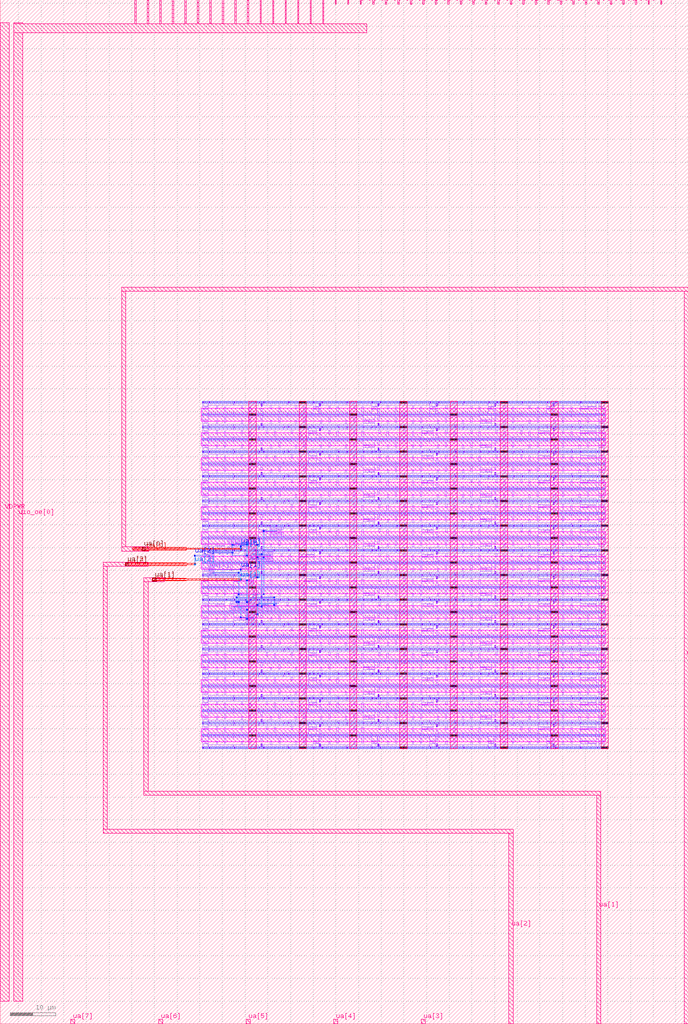
<source format=lef>
VERSION 5.7 ;
  NOWIREEXTENSIONATPIN ON ;
  DIVIDERCHAR "/" ;
  BUSBITCHARS "[]" ;
MACRO flateado2
  CLASS BLOCK ;
  FOREIGN flateado2 ;
  ORIGIN -1.000 0.000 ;
  SIZE 151.710 BY 225.760 ;
  PIN clk
    PORT
      LAYER met4 ;
        RECT 143.830 224.760 144.130 225.760 ;
    END
  END clk
  PIN ena
    PORT
      LAYER met4 ;
        RECT 146.590 224.760 146.890 225.760 ;
    END
  END ena
  PIN rst_n
    PORT
      LAYER met4 ;
        RECT 141.070 224.760 141.370 225.760 ;
    END
  END rst_n
  PIN ui_in[0]
    PORT
      LAYER met4 ;
        RECT 138.310 224.760 138.610 225.760 ;
    END
  END ui_in[0]
  PIN ui_in[1]
    PORT
      LAYER met4 ;
        RECT 135.550 224.760 135.850 225.760 ;
    END
  END ui_in[1]
  PIN ui_in[2]
    PORT
      LAYER met4 ;
        RECT 132.790 224.760 133.090 225.760 ;
    END
  END ui_in[2]
  PIN ui_in[3]
    PORT
      LAYER met4 ;
        RECT 130.030 224.760 130.330 225.760 ;
    END
  END ui_in[3]
  PIN ui_in[4]
    PORT
      LAYER met4 ;
        RECT 127.270 224.760 127.570 225.760 ;
    END
  END ui_in[4]
  PIN ui_in[5]
    PORT
      LAYER met4 ;
        RECT 124.510 224.760 124.810 225.760 ;
    END
  END ui_in[5]
  PIN ui_in[6]
    PORT
      LAYER met4 ;
        RECT 121.750 224.760 122.050 225.760 ;
    END
  END ui_in[6]
  PIN ui_in[7]
    PORT
      LAYER met4 ;
        RECT 118.990 224.760 119.290 225.760 ;
    END
  END ui_in[7]
  PIN uio_in[0]
    PORT
      LAYER met4 ;
        RECT 116.230 224.760 116.530 225.760 ;
    END
  END uio_in[0]
  PIN uio_in[1]
    PORT
      LAYER met4 ;
        RECT 113.470 224.760 113.770 225.760 ;
    END
  END uio_in[1]
  PIN uio_in[2]
    PORT
      LAYER met4 ;
        RECT 110.710 224.760 111.010 225.760 ;
    END
  END uio_in[2]
  PIN uio_in[3]
    PORT
      LAYER met4 ;
        RECT 107.950 224.760 108.250 225.760 ;
    END
  END uio_in[3]
  PIN uio_in[4]
    PORT
      LAYER met4 ;
        RECT 105.190 224.760 105.490 225.760 ;
    END
  END uio_in[4]
  PIN uio_in[5]
    PORT
      LAYER met4 ;
        RECT 102.430 224.760 102.730 225.760 ;
    END
  END uio_in[5]
  PIN uio_in[6]
    PORT
      LAYER met4 ;
        RECT 99.670 224.760 99.970 225.760 ;
    END
  END uio_in[6]
  PIN uio_in[7]
    PORT
      LAYER met4 ;
        RECT 96.910 224.760 97.210 225.760 ;
    END
  END uio_in[7]
  PIN uio_oe[0]
    PORT
      LAYER met4 ;
        RECT 4.000 220.470 6.000 220.760 ;
        RECT 30.670 220.470 30.970 225.760 ;
        RECT 33.430 220.470 33.730 225.760 ;
        RECT 36.190 220.470 36.490 225.760 ;
        RECT 38.950 220.470 39.250 225.760 ;
        RECT 41.710 220.470 42.010 225.760 ;
        RECT 44.470 220.470 44.770 225.760 ;
        RECT 47.230 220.470 47.530 225.760 ;
        RECT 49.990 220.470 50.290 225.760 ;
        RECT 52.750 220.470 53.050 225.760 ;
        RECT 55.510 220.470 55.810 225.760 ;
        RECT 58.270 220.470 58.570 225.760 ;
        RECT 61.030 220.470 61.330 225.760 ;
        RECT 63.790 220.470 64.090 225.760 ;
        RECT 66.550 220.470 66.850 225.760 ;
        RECT 69.310 220.470 69.610 225.760 ;
        RECT 72.070 220.470 72.370 225.760 ;
        RECT 4.000 218.470 81.820 220.470 ;
        RECT 4.000 5.000 6.000 218.470 ;
    END
  END uio_oe[0]
  PIN uo_out[0]
    PORT
      LAYER met4 ;
        RECT 94.150 224.760 94.450 225.760 ;
    END
  END uo_out[0]
  PIN uo_out[1]
    PORT
      LAYER met4 ;
        RECT 91.390 224.760 91.690 225.760 ;
    END
  END uo_out[1]
  PIN uo_out[2]
    PORT
      LAYER met4 ;
        RECT 88.630 224.760 88.930 225.760 ;
    END
  END uo_out[2]
  PIN uo_out[3]
    PORT
      LAYER met4 ;
        RECT 85.870 224.760 86.170 225.760 ;
    END
  END uo_out[3]
  PIN uo_out[4]
    PORT
      LAYER met4 ;
        RECT 83.110 224.760 83.410 225.760 ;
    END
  END uo_out[4]
  PIN uo_out[5]
    PORT
      LAYER met4 ;
        RECT 80.350 224.760 80.650 225.760 ;
    END
  END uo_out[5]
  PIN uo_out[6]
    PORT
      LAYER met4 ;
        RECT 77.590 224.760 77.890 225.760 ;
    END
  END uo_out[6]
  PIN uo_out[7]
    PORT
      LAYER met4 ;
        RECT 74.830 224.760 75.130 225.760 ;
    END
  END uo_out[7]
  PIN VDPWR
    PORT
      LAYER met4 ;
        RECT 1.000 5.000 3.000 220.760 ;
    END
  END VDPWR
  PIN ua[0]
    ANTENNADIFFAREA 0.601000 ;
    PORT
      LAYER li1 ;
        RECT 53.885 105.895 55.505 106.865 ;
        RECT 53.885 105.225 54.225 105.895 ;
        RECT 53.885 104.655 54.355 105.225 ;
      LAYER mcon ;
        RECT 53.945 105.165 54.115 105.335 ;
      LAYER met1 ;
        RECT 53.870 105.120 54.190 105.380 ;
      LAYER via ;
        RECT 53.900 105.120 54.160 105.380 ;
      LAYER met2 ;
        RECT 53.900 105.090 54.160 105.410 ;
        RECT 53.960 104.925 54.100 105.090 ;
        RECT 53.890 104.555 54.170 104.925 ;
      LAYER via2 ;
        RECT 53.890 104.600 54.170 104.880 ;
      LAYER met3 ;
        RECT 32.160 105.140 33.060 105.190 ;
        RECT 32.160 105.040 33.720 105.140 ;
        RECT 30.230 104.890 42.000 105.040 ;
        RECT 53.865 104.890 54.195 104.905 ;
        RECT 30.230 104.590 54.195 104.890 ;
        RECT 30.230 104.440 42.000 104.590 ;
        RECT 53.865 104.575 54.195 104.590 ;
        RECT 32.160 104.290 33.720 104.440 ;
        RECT 32.820 104.240 33.720 104.290 ;
      LAYER via3 ;
        RECT 32.250 104.380 32.970 105.100 ;
      LAYER met4 ;
        RECT 27.800 161.470 152.710 162.370 ;
        RECT 27.800 105.140 28.700 161.470 ;
        RECT 32.155 105.140 33.065 105.195 ;
        RECT 27.800 104.240 33.720 105.140 ;
        RECT 151.810 0.000 152.710 161.470 ;
    END
  END ua[0]
  PIN ua[1]
    ANTENNAGATEAREA 0.196500 ;
    PORT
      LAYER li1 ;
        RECT 47.005 99.945 47.345 100.315 ;
      LAYER mcon ;
        RECT 47.045 100.065 47.215 100.235 ;
      LAYER met1 ;
        RECT 46.985 100.220 47.275 100.265 ;
        RECT 53.870 100.220 54.190 100.280 ;
        RECT 46.985 100.080 54.190 100.220 ;
        RECT 46.985 100.035 47.275 100.080 ;
        RECT 53.870 100.020 54.190 100.080 ;
      LAYER via ;
        RECT 53.900 100.020 54.160 100.280 ;
      LAYER met2 ;
        RECT 53.900 99.990 54.160 100.310 ;
        RECT 53.960 98.125 54.100 99.990 ;
        RECT 53.890 97.755 54.170 98.125 ;
      LAYER via2 ;
        RECT 53.890 97.800 54.170 98.080 ;
      LAYER met3 ;
        RECT 34.530 98.240 35.490 98.390 ;
        RECT 34.530 98.090 42.000 98.240 ;
        RECT 53.865 98.090 54.195 98.105 ;
        RECT 34.530 97.790 54.195 98.090 ;
        RECT 34.530 97.640 42.000 97.790 ;
        RECT 53.865 97.775 54.195 97.790 ;
        RECT 34.530 97.490 35.490 97.640 ;
      LAYER via3 ;
        RECT 34.650 97.580 35.370 98.300 ;
      LAYER met4 ;
        RECT 34.555 98.370 35.465 98.395 ;
        RECT 32.690 97.470 37.110 98.370 ;
        RECT 32.690 51.260 33.590 97.470 ;
        RECT 32.690 50.360 133.390 51.260 ;
        RECT 132.490 0.000 133.390 50.360 ;
    END
  END ua[1]
  PIN ua[2]
    ANTENNAGATEAREA 0.196500 ;
    PORT
      LAYER li1 ;
        RECT 47.005 103.045 47.345 103.415 ;
      LAYER mcon ;
        RECT 47.045 103.125 47.215 103.295 ;
      LAYER met1 ;
        RECT 43.750 103.280 44.070 103.340 ;
        RECT 46.985 103.280 47.275 103.325 ;
        RECT 43.750 103.140 47.275 103.280 ;
        RECT 43.750 103.080 44.070 103.140 ;
        RECT 46.985 103.095 47.275 103.140 ;
      LAYER via ;
        RECT 43.780 103.080 44.040 103.340 ;
      LAYER met2 ;
        RECT 43.780 103.050 44.040 103.370 ;
        RECT 43.840 101.525 43.980 103.050 ;
        RECT 43.770 101.155 44.050 101.525 ;
      LAYER via2 ;
        RECT 43.770 101.200 44.050 101.480 ;
      LAYER met3 ;
        RECT 28.510 101.640 29.470 101.790 ;
        RECT 28.510 101.490 42.000 101.640 ;
        RECT 43.745 101.490 44.075 101.505 ;
        RECT 28.510 101.190 44.075 101.490 ;
        RECT 28.510 101.040 42.000 101.190 ;
        RECT 43.745 101.175 44.075 101.190 ;
        RECT 28.510 100.890 29.470 101.040 ;
      LAYER via3 ;
        RECT 28.630 100.980 29.350 101.700 ;
      LAYER met4 ;
        RECT 28.535 101.790 29.445 101.795 ;
        RECT 23.700 100.890 33.660 101.790 ;
        RECT 23.700 42.880 24.600 100.890 ;
        RECT 28.535 100.885 29.445 100.890 ;
        RECT 23.700 41.980 114.070 42.880 ;
        RECT 113.170 0.000 114.070 41.980 ;
    END
  END ua[2]
  PIN ua[3]
    PORT
      LAYER met4 ;
        RECT 93.850 0.000 94.750 1.000 ;
    END
  END ua[3]
  PIN ua[4]
    PORT
      LAYER met4 ;
        RECT 74.530 0.000 75.430 1.000 ;
    END
  END ua[4]
  PIN ua[5]
    PORT
      LAYER met4 ;
        RECT 55.210 0.000 56.110 1.000 ;
    END
  END ua[5]
  PIN ua[6]
    PORT
      LAYER met4 ;
        RECT 35.890 0.000 36.790 1.000 ;
    END
  END ua[6]
  PIN ua[7]
    PORT
      LAYER met4 ;
        RECT 16.570 0.000 17.470 1.000 ;
    END
  END ua[7]
  OBS
      LAYER pwell ;
        RECT 45.665 136.955 45.835 137.125 ;
        RECT 47.045 136.955 47.215 137.125 ;
        RECT 52.565 136.955 52.735 137.125 ;
        RECT 58.080 136.985 58.200 137.095 ;
        RECT 59.005 136.955 59.175 137.125 ;
        RECT 64.525 136.955 64.695 137.125 ;
        RECT 70.045 136.955 70.215 137.125 ;
        RECT 71.885 136.955 72.055 137.125 ;
        RECT 77.405 136.955 77.575 137.125 ;
        RECT 82.925 136.955 83.095 137.125 ;
        RECT 84.765 136.955 84.935 137.125 ;
        RECT 90.285 136.955 90.455 137.125 ;
        RECT 95.805 136.955 95.975 137.125 ;
        RECT 97.645 136.955 97.815 137.125 ;
        RECT 103.165 136.955 103.335 137.125 ;
        RECT 108.685 136.955 108.855 137.125 ;
        RECT 110.525 136.955 110.695 137.125 ;
        RECT 116.045 136.955 116.215 137.125 ;
        RECT 121.565 136.955 121.735 137.125 ;
        RECT 123.405 136.955 123.575 137.125 ;
        RECT 128.925 136.955 129.095 137.125 ;
        RECT 132.600 136.985 132.720 137.095 ;
        RECT 133.985 136.955 134.155 137.125 ;
        RECT 58.545 136.195 58.715 136.720 ;
        RECT 71.425 136.195 71.595 136.720 ;
        RECT 84.305 136.195 84.475 136.720 ;
        RECT 97.185 136.195 97.355 136.720 ;
        RECT 110.065 136.195 110.235 136.720 ;
        RECT 122.945 136.195 123.115 136.720 ;
      LAYER nwell ;
        RECT 45.330 132.905 134.490 135.735 ;
      LAYER pwell ;
        RECT 58.545 131.920 58.715 132.445 ;
        RECT 84.305 131.920 84.475 132.445 ;
        RECT 110.065 131.920 110.235 132.445 ;
        RECT 45.665 131.515 45.835 131.685 ;
        RECT 47.045 131.515 47.215 131.685 ;
        RECT 52.565 131.515 52.735 131.685 ;
        RECT 58.085 131.655 58.255 131.685 ;
        RECT 58.080 131.545 58.255 131.655 ;
        RECT 58.085 131.515 58.255 131.545 ;
        RECT 59.005 131.515 59.175 131.685 ;
        RECT 63.605 131.515 63.775 131.685 ;
        RECT 64.525 131.515 64.695 131.685 ;
        RECT 69.125 131.515 69.295 131.685 ;
        RECT 70.045 131.515 70.215 131.685 ;
        RECT 70.960 131.545 71.080 131.655 ;
        RECT 71.885 131.515 72.055 131.685 ;
        RECT 75.565 131.515 75.735 131.685 ;
        RECT 77.405 131.515 77.575 131.685 ;
        RECT 81.085 131.515 81.255 131.685 ;
        RECT 82.925 131.515 83.095 131.685 ;
        RECT 83.840 131.545 83.960 131.655 ;
        RECT 84.765 131.515 84.935 131.685 ;
        RECT 88.445 131.515 88.615 131.685 ;
        RECT 90.285 131.515 90.455 131.685 ;
        RECT 93.965 131.515 94.135 131.685 ;
        RECT 95.805 131.515 95.975 131.685 ;
        RECT 96.720 131.545 96.840 131.655 ;
        RECT 97.645 131.515 97.815 131.685 ;
        RECT 101.325 131.515 101.495 131.685 ;
        RECT 103.165 131.515 103.335 131.685 ;
        RECT 106.845 131.515 107.015 131.685 ;
        RECT 108.685 131.515 108.855 131.685 ;
        RECT 109.600 131.545 109.720 131.655 ;
        RECT 110.525 131.515 110.695 131.685 ;
        RECT 114.205 131.515 114.375 131.685 ;
        RECT 116.045 131.515 116.215 131.685 ;
        RECT 119.725 131.515 119.895 131.685 ;
        RECT 121.565 131.515 121.735 131.685 ;
        RECT 122.480 131.545 122.600 131.655 ;
        RECT 123.405 131.515 123.575 131.685 ;
        RECT 127.085 131.515 127.255 131.685 ;
        RECT 128.925 131.515 129.095 131.685 ;
        RECT 132.600 131.545 132.720 131.655 ;
        RECT 133.985 131.515 134.155 131.685 ;
        RECT 71.425 130.755 71.595 131.280 ;
        RECT 97.185 130.755 97.355 131.280 ;
        RECT 122.945 130.755 123.115 131.280 ;
      LAYER nwell ;
        RECT 45.330 127.465 134.490 130.295 ;
      LAYER pwell ;
        RECT 58.545 126.480 58.715 127.005 ;
        RECT 84.305 126.480 84.475 127.005 ;
        RECT 110.065 126.480 110.235 127.005 ;
        RECT 45.665 126.075 45.835 126.245 ;
        RECT 47.045 126.075 47.215 126.245 ;
        RECT 52.565 126.075 52.735 126.245 ;
        RECT 58.085 126.215 58.255 126.245 ;
        RECT 58.080 126.105 58.255 126.215 ;
        RECT 58.085 126.075 58.255 126.105 ;
        RECT 59.005 126.075 59.175 126.245 ;
        RECT 63.605 126.075 63.775 126.245 ;
        RECT 64.525 126.075 64.695 126.245 ;
        RECT 69.125 126.075 69.295 126.245 ;
        RECT 70.045 126.075 70.215 126.245 ;
        RECT 70.960 126.105 71.080 126.215 ;
        RECT 71.885 126.075 72.055 126.245 ;
        RECT 75.565 126.075 75.735 126.245 ;
        RECT 77.405 126.075 77.575 126.245 ;
        RECT 81.085 126.075 81.255 126.245 ;
        RECT 82.925 126.075 83.095 126.245 ;
        RECT 83.840 126.105 83.960 126.215 ;
        RECT 84.765 126.075 84.935 126.245 ;
        RECT 88.445 126.075 88.615 126.245 ;
        RECT 90.285 126.075 90.455 126.245 ;
        RECT 93.965 126.075 94.135 126.245 ;
        RECT 95.805 126.075 95.975 126.245 ;
        RECT 96.720 126.105 96.840 126.215 ;
        RECT 97.645 126.075 97.815 126.245 ;
        RECT 101.325 126.075 101.495 126.245 ;
        RECT 103.165 126.075 103.335 126.245 ;
        RECT 106.845 126.075 107.015 126.245 ;
        RECT 108.685 126.075 108.855 126.245 ;
        RECT 109.600 126.105 109.720 126.215 ;
        RECT 110.525 126.075 110.695 126.245 ;
        RECT 114.205 126.075 114.375 126.245 ;
        RECT 116.045 126.075 116.215 126.245 ;
        RECT 119.725 126.075 119.895 126.245 ;
        RECT 121.565 126.075 121.735 126.245 ;
        RECT 122.480 126.105 122.600 126.215 ;
        RECT 123.405 126.075 123.575 126.245 ;
        RECT 127.085 126.075 127.255 126.245 ;
        RECT 128.925 126.075 129.095 126.245 ;
        RECT 132.600 126.105 132.720 126.215 ;
        RECT 133.985 126.075 134.155 126.245 ;
        RECT 71.425 125.315 71.595 125.840 ;
        RECT 97.185 125.315 97.355 125.840 ;
        RECT 122.945 125.315 123.115 125.840 ;
      LAYER nwell ;
        RECT 45.330 122.025 134.490 124.855 ;
      LAYER pwell ;
        RECT 58.545 121.040 58.715 121.565 ;
        RECT 84.305 121.040 84.475 121.565 ;
        RECT 110.065 121.040 110.235 121.565 ;
        RECT 45.665 120.635 45.835 120.805 ;
        RECT 47.045 120.635 47.215 120.805 ;
        RECT 52.565 120.635 52.735 120.805 ;
        RECT 58.085 120.775 58.255 120.805 ;
        RECT 58.080 120.665 58.255 120.775 ;
        RECT 58.085 120.635 58.255 120.665 ;
        RECT 59.005 120.635 59.175 120.805 ;
        RECT 63.605 120.635 63.775 120.805 ;
        RECT 64.525 120.635 64.695 120.805 ;
        RECT 69.125 120.635 69.295 120.805 ;
        RECT 70.045 120.635 70.215 120.805 ;
        RECT 70.960 120.665 71.080 120.775 ;
        RECT 71.885 120.635 72.055 120.805 ;
        RECT 75.565 120.635 75.735 120.805 ;
        RECT 77.405 120.635 77.575 120.805 ;
        RECT 81.085 120.635 81.255 120.805 ;
        RECT 82.925 120.635 83.095 120.805 ;
        RECT 83.840 120.665 83.960 120.775 ;
        RECT 84.765 120.635 84.935 120.805 ;
        RECT 88.445 120.635 88.615 120.805 ;
        RECT 90.285 120.635 90.455 120.805 ;
        RECT 93.965 120.635 94.135 120.805 ;
        RECT 95.805 120.635 95.975 120.805 ;
        RECT 96.720 120.665 96.840 120.775 ;
        RECT 97.645 120.635 97.815 120.805 ;
        RECT 101.325 120.635 101.495 120.805 ;
        RECT 103.165 120.635 103.335 120.805 ;
        RECT 106.845 120.635 107.015 120.805 ;
        RECT 108.685 120.635 108.855 120.805 ;
        RECT 109.600 120.665 109.720 120.775 ;
        RECT 110.525 120.635 110.695 120.805 ;
        RECT 114.205 120.635 114.375 120.805 ;
        RECT 116.045 120.635 116.215 120.805 ;
        RECT 119.725 120.635 119.895 120.805 ;
        RECT 121.565 120.635 121.735 120.805 ;
        RECT 122.480 120.665 122.600 120.775 ;
        RECT 123.405 120.635 123.575 120.805 ;
        RECT 127.085 120.635 127.255 120.805 ;
        RECT 128.925 120.635 129.095 120.805 ;
        RECT 132.600 120.665 132.720 120.775 ;
        RECT 133.985 120.635 134.155 120.805 ;
        RECT 71.425 119.875 71.595 120.400 ;
        RECT 97.185 119.875 97.355 120.400 ;
        RECT 122.945 119.875 123.115 120.400 ;
      LAYER nwell ;
        RECT 45.330 116.585 134.490 119.415 ;
      LAYER pwell ;
        RECT 58.545 115.600 58.715 116.125 ;
        RECT 84.305 115.600 84.475 116.125 ;
        RECT 110.065 115.600 110.235 116.125 ;
        RECT 45.665 115.195 45.835 115.365 ;
        RECT 47.045 115.195 47.215 115.365 ;
        RECT 52.565 115.195 52.735 115.365 ;
        RECT 58.085 115.335 58.255 115.365 ;
        RECT 58.080 115.225 58.255 115.335 ;
        RECT 58.085 115.195 58.255 115.225 ;
        RECT 59.005 115.195 59.175 115.365 ;
        RECT 63.605 115.195 63.775 115.365 ;
        RECT 64.525 115.195 64.695 115.365 ;
        RECT 69.125 115.195 69.295 115.365 ;
        RECT 70.045 115.195 70.215 115.365 ;
        RECT 70.960 115.225 71.080 115.335 ;
        RECT 71.885 115.195 72.055 115.365 ;
        RECT 75.565 115.195 75.735 115.365 ;
        RECT 77.405 115.195 77.575 115.365 ;
        RECT 81.085 115.195 81.255 115.365 ;
        RECT 82.925 115.195 83.095 115.365 ;
        RECT 83.840 115.225 83.960 115.335 ;
        RECT 84.765 115.195 84.935 115.365 ;
        RECT 88.445 115.195 88.615 115.365 ;
        RECT 90.285 115.195 90.455 115.365 ;
        RECT 93.965 115.195 94.135 115.365 ;
        RECT 95.805 115.195 95.975 115.365 ;
        RECT 96.720 115.225 96.840 115.335 ;
        RECT 97.645 115.195 97.815 115.365 ;
        RECT 101.325 115.195 101.495 115.365 ;
        RECT 103.165 115.195 103.335 115.365 ;
        RECT 106.845 115.195 107.015 115.365 ;
        RECT 108.685 115.195 108.855 115.365 ;
        RECT 109.600 115.225 109.720 115.335 ;
        RECT 110.525 115.195 110.695 115.365 ;
        RECT 114.205 115.195 114.375 115.365 ;
        RECT 116.045 115.195 116.215 115.365 ;
        RECT 119.725 115.195 119.895 115.365 ;
        RECT 121.565 115.195 121.735 115.365 ;
        RECT 122.480 115.225 122.600 115.335 ;
        RECT 123.405 115.195 123.575 115.365 ;
        RECT 127.085 115.195 127.255 115.365 ;
        RECT 128.925 115.195 129.095 115.365 ;
        RECT 132.600 115.225 132.720 115.335 ;
        RECT 133.985 115.195 134.155 115.365 ;
        RECT 71.425 114.435 71.595 114.960 ;
        RECT 97.185 114.435 97.355 114.960 ;
        RECT 122.945 114.435 123.115 114.960 ;
      LAYER nwell ;
        RECT 45.330 111.145 134.490 113.975 ;
      LAYER pwell ;
        RECT 58.545 110.160 58.715 110.685 ;
        RECT 84.305 110.160 84.475 110.685 ;
        RECT 110.065 110.160 110.235 110.685 ;
        RECT 45.665 109.755 45.835 109.925 ;
        RECT 47.045 109.755 47.215 109.925 ;
        RECT 52.565 109.755 52.735 109.925 ;
        RECT 58.085 109.895 58.255 109.925 ;
        RECT 58.080 109.785 58.255 109.895 ;
        RECT 58.085 109.755 58.255 109.785 ;
        RECT 59.005 109.755 59.175 109.925 ;
        RECT 59.920 109.785 60.040 109.895 ;
        RECT 60.385 109.755 60.555 109.925 ;
        RECT 61.765 109.755 61.935 109.925 ;
        RECT 63.605 109.755 63.775 109.925 ;
        RECT 64.525 109.755 64.695 109.925 ;
        RECT 69.125 109.755 69.295 109.925 ;
        RECT 70.045 109.755 70.215 109.925 ;
        RECT 70.960 109.785 71.080 109.895 ;
        RECT 71.885 109.755 72.055 109.925 ;
        RECT 75.565 109.755 75.735 109.925 ;
        RECT 77.405 109.755 77.575 109.925 ;
        RECT 81.085 109.755 81.255 109.925 ;
        RECT 82.925 109.755 83.095 109.925 ;
        RECT 83.840 109.785 83.960 109.895 ;
        RECT 84.765 109.755 84.935 109.925 ;
        RECT 88.445 109.755 88.615 109.925 ;
        RECT 90.285 109.755 90.455 109.925 ;
        RECT 93.965 109.755 94.135 109.925 ;
        RECT 95.805 109.755 95.975 109.925 ;
        RECT 96.720 109.785 96.840 109.895 ;
        RECT 97.645 109.755 97.815 109.925 ;
        RECT 101.325 109.755 101.495 109.925 ;
        RECT 103.165 109.755 103.335 109.925 ;
        RECT 106.845 109.755 107.015 109.925 ;
        RECT 108.685 109.755 108.855 109.925 ;
        RECT 109.600 109.785 109.720 109.895 ;
        RECT 110.525 109.755 110.695 109.925 ;
        RECT 114.205 109.755 114.375 109.925 ;
        RECT 116.045 109.755 116.215 109.925 ;
        RECT 119.725 109.755 119.895 109.925 ;
        RECT 121.565 109.755 121.735 109.925 ;
        RECT 122.480 109.785 122.600 109.895 ;
        RECT 123.405 109.755 123.575 109.925 ;
        RECT 127.085 109.755 127.255 109.925 ;
        RECT 128.925 109.755 129.095 109.925 ;
        RECT 132.600 109.785 132.720 109.895 ;
        RECT 133.985 109.755 134.155 109.925 ;
        RECT 71.425 108.995 71.595 109.520 ;
        RECT 97.185 108.995 97.355 109.520 ;
        RECT 122.945 108.995 123.115 109.520 ;
      LAYER nwell ;
        RECT 45.330 105.705 134.490 108.535 ;
      LAYER pwell ;
        RECT 58.545 104.720 58.715 105.245 ;
        RECT 84.305 104.720 84.475 105.245 ;
        RECT 110.065 104.720 110.235 105.245 ;
        RECT 45.665 104.315 45.835 104.485 ;
        RECT 47.045 104.315 47.225 104.485 ;
        RECT 48.425 104.315 48.595 104.485 ;
        RECT 50.720 104.345 50.840 104.455 ;
        RECT 52.105 104.315 52.275 104.485 ;
        RECT 52.560 104.315 52.730 104.485 ;
        RECT 53.955 104.340 54.115 104.450 ;
        RECT 54.870 104.315 55.040 104.485 ;
        RECT 57.160 104.315 57.340 104.485 ;
        RECT 57.635 104.350 57.795 104.460 ;
        RECT 59.005 104.315 59.175 104.485 ;
        RECT 61.305 104.315 61.475 104.485 ;
        RECT 64.525 104.315 64.695 104.485 ;
        RECT 66.825 104.315 66.995 104.485 ;
        RECT 70.045 104.315 70.215 104.485 ;
        RECT 70.515 104.340 70.675 104.450 ;
        RECT 71.885 104.315 72.055 104.485 ;
        RECT 75.565 104.315 75.735 104.485 ;
        RECT 77.405 104.315 77.575 104.485 ;
        RECT 81.085 104.315 81.255 104.485 ;
        RECT 82.925 104.315 83.095 104.485 ;
        RECT 83.840 104.345 83.960 104.455 ;
        RECT 84.765 104.315 84.935 104.485 ;
        RECT 88.445 104.315 88.615 104.485 ;
        RECT 90.285 104.315 90.455 104.485 ;
        RECT 93.965 104.315 94.135 104.485 ;
        RECT 95.805 104.315 95.975 104.485 ;
        RECT 96.720 104.345 96.840 104.455 ;
        RECT 97.645 104.315 97.815 104.485 ;
        RECT 101.325 104.315 101.495 104.485 ;
        RECT 103.165 104.315 103.335 104.485 ;
        RECT 106.845 104.315 107.015 104.485 ;
        RECT 108.685 104.315 108.855 104.485 ;
        RECT 109.600 104.345 109.720 104.455 ;
        RECT 110.525 104.315 110.695 104.485 ;
        RECT 114.205 104.315 114.375 104.485 ;
        RECT 116.045 104.315 116.215 104.485 ;
        RECT 119.725 104.315 119.895 104.485 ;
        RECT 121.565 104.315 121.735 104.485 ;
        RECT 122.480 104.345 122.600 104.455 ;
        RECT 123.405 104.315 123.575 104.485 ;
        RECT 127.085 104.315 127.255 104.485 ;
        RECT 128.925 104.315 129.095 104.485 ;
        RECT 132.600 104.345 132.720 104.455 ;
        RECT 133.985 104.315 134.155 104.485 ;
        RECT 71.425 103.555 71.595 104.080 ;
        RECT 97.185 103.555 97.355 104.080 ;
        RECT 122.945 103.555 123.115 104.080 ;
      LAYER nwell ;
        RECT 45.330 100.265 134.490 103.095 ;
      LAYER pwell ;
        RECT 58.545 99.280 58.715 99.805 ;
        RECT 84.305 99.280 84.475 99.805 ;
        RECT 110.065 99.280 110.235 99.805 ;
        RECT 45.665 98.875 45.835 99.045 ;
        RECT 47.045 98.875 47.225 99.045 ;
        RECT 48.425 98.875 48.595 99.045 ;
        RECT 52.565 98.875 52.735 99.045 ;
        RECT 53.945 98.875 54.115 99.045 ;
        RECT 55.320 98.905 55.440 99.015 ;
        RECT 55.785 98.875 55.955 99.045 ;
        RECT 57.165 98.875 57.335 99.045 ;
        RECT 57.635 98.910 57.795 99.020 ;
        RECT 59.005 98.875 59.175 99.045 ;
        RECT 62.685 98.875 62.855 99.045 ;
        RECT 64.525 98.875 64.695 99.045 ;
        RECT 68.205 98.875 68.375 99.045 ;
        RECT 70.045 98.875 70.215 99.045 ;
        RECT 70.960 98.905 71.080 99.015 ;
        RECT 71.885 98.875 72.055 99.045 ;
        RECT 75.565 98.875 75.735 99.045 ;
        RECT 77.405 98.875 77.575 99.045 ;
        RECT 81.085 98.875 81.255 99.045 ;
        RECT 82.925 98.875 83.095 99.045 ;
        RECT 83.840 98.905 83.960 99.015 ;
        RECT 84.765 98.875 84.935 99.045 ;
        RECT 88.445 98.875 88.615 99.045 ;
        RECT 90.285 98.875 90.455 99.045 ;
        RECT 93.965 98.875 94.135 99.045 ;
        RECT 95.805 98.875 95.975 99.045 ;
        RECT 96.720 98.905 96.840 99.015 ;
        RECT 97.645 98.875 97.815 99.045 ;
        RECT 101.325 98.875 101.495 99.045 ;
        RECT 103.165 98.875 103.335 99.045 ;
        RECT 106.845 98.875 107.015 99.045 ;
        RECT 108.685 98.875 108.855 99.045 ;
        RECT 109.600 98.905 109.720 99.015 ;
        RECT 110.525 98.875 110.695 99.045 ;
        RECT 114.205 98.875 114.375 99.045 ;
        RECT 116.045 98.875 116.215 99.045 ;
        RECT 119.725 98.875 119.895 99.045 ;
        RECT 121.565 98.875 121.735 99.045 ;
        RECT 122.480 98.905 122.600 99.015 ;
        RECT 123.405 98.875 123.575 99.045 ;
        RECT 127.085 98.875 127.255 99.045 ;
        RECT 128.925 98.875 129.095 99.045 ;
        RECT 132.600 98.905 132.720 99.015 ;
        RECT 133.985 98.875 134.155 99.045 ;
        RECT 71.425 98.115 71.595 98.640 ;
        RECT 97.185 98.115 97.355 98.640 ;
        RECT 122.945 98.115 123.115 98.640 ;
      LAYER nwell ;
        RECT 45.330 94.825 134.490 97.655 ;
      LAYER pwell ;
        RECT 58.545 93.840 58.715 94.365 ;
        RECT 84.305 93.840 84.475 94.365 ;
        RECT 110.065 93.840 110.235 94.365 ;
        RECT 45.665 93.435 45.835 93.605 ;
        RECT 47.045 93.435 47.215 93.605 ;
        RECT 50.735 93.460 50.895 93.570 ;
        RECT 52.565 93.435 52.735 93.605 ;
        RECT 55.050 93.435 55.220 93.605 ;
        RECT 56.060 93.435 56.230 93.605 ;
        RECT 56.240 93.465 56.360 93.575 ;
        RECT 57.630 93.435 57.800 93.605 ;
        RECT 58.080 93.465 58.200 93.575 ;
        RECT 59.005 93.435 59.175 93.605 ;
        RECT 59.925 93.435 60.095 93.605 ;
        RECT 61.305 93.435 61.475 93.605 ;
        RECT 62.685 93.435 62.855 93.605 ;
        RECT 64.525 93.435 64.695 93.605 ;
        RECT 68.205 93.435 68.375 93.605 ;
        RECT 70.045 93.435 70.215 93.605 ;
        RECT 70.960 93.465 71.080 93.575 ;
        RECT 71.885 93.435 72.055 93.605 ;
        RECT 75.565 93.435 75.735 93.605 ;
        RECT 77.405 93.435 77.575 93.605 ;
        RECT 81.085 93.435 81.255 93.605 ;
        RECT 82.925 93.435 83.095 93.605 ;
        RECT 83.840 93.465 83.960 93.575 ;
        RECT 84.765 93.435 84.935 93.605 ;
        RECT 88.445 93.435 88.615 93.605 ;
        RECT 90.285 93.435 90.455 93.605 ;
        RECT 93.965 93.435 94.135 93.605 ;
        RECT 95.805 93.435 95.975 93.605 ;
        RECT 96.720 93.465 96.840 93.575 ;
        RECT 97.645 93.435 97.815 93.605 ;
        RECT 101.325 93.435 101.495 93.605 ;
        RECT 103.165 93.435 103.335 93.605 ;
        RECT 106.845 93.435 107.015 93.605 ;
        RECT 108.685 93.435 108.855 93.605 ;
        RECT 109.600 93.465 109.720 93.575 ;
        RECT 110.525 93.435 110.695 93.605 ;
        RECT 114.205 93.435 114.375 93.605 ;
        RECT 116.045 93.435 116.215 93.605 ;
        RECT 119.725 93.435 119.895 93.605 ;
        RECT 121.565 93.435 121.735 93.605 ;
        RECT 122.480 93.465 122.600 93.575 ;
        RECT 123.405 93.435 123.575 93.605 ;
        RECT 127.085 93.435 127.255 93.605 ;
        RECT 128.925 93.435 129.095 93.605 ;
        RECT 132.600 93.465 132.720 93.575 ;
        RECT 133.985 93.435 134.155 93.605 ;
        RECT 71.425 92.675 71.595 93.200 ;
        RECT 97.185 92.675 97.355 93.200 ;
        RECT 122.945 92.675 123.115 93.200 ;
      LAYER nwell ;
        RECT 45.330 89.385 134.490 92.215 ;
      LAYER pwell ;
        RECT 58.545 88.400 58.715 88.925 ;
        RECT 84.305 88.400 84.475 88.925 ;
        RECT 110.065 88.400 110.235 88.925 ;
        RECT 45.665 87.995 45.835 88.165 ;
        RECT 47.045 87.995 47.215 88.165 ;
        RECT 52.565 87.995 52.735 88.165 ;
        RECT 55.335 87.995 55.505 88.165 ;
        RECT 56.705 87.995 56.875 88.165 ;
        RECT 58.085 88.135 58.255 88.165 ;
        RECT 58.080 88.025 58.255 88.135 ;
        RECT 58.085 87.995 58.255 88.025 ;
        RECT 59.005 87.995 59.175 88.165 ;
        RECT 63.605 87.995 63.775 88.165 ;
        RECT 64.525 87.995 64.695 88.165 ;
        RECT 69.125 87.995 69.295 88.165 ;
        RECT 70.045 87.995 70.215 88.165 ;
        RECT 70.960 88.025 71.080 88.135 ;
        RECT 71.885 87.995 72.055 88.165 ;
        RECT 75.565 87.995 75.735 88.165 ;
        RECT 77.405 87.995 77.575 88.165 ;
        RECT 81.085 87.995 81.255 88.165 ;
        RECT 82.925 87.995 83.095 88.165 ;
        RECT 83.840 88.025 83.960 88.135 ;
        RECT 84.765 87.995 84.935 88.165 ;
        RECT 88.445 87.995 88.615 88.165 ;
        RECT 90.285 87.995 90.455 88.165 ;
        RECT 93.965 87.995 94.135 88.165 ;
        RECT 95.805 87.995 95.975 88.165 ;
        RECT 96.720 88.025 96.840 88.135 ;
        RECT 97.645 87.995 97.815 88.165 ;
        RECT 101.325 87.995 101.495 88.165 ;
        RECT 103.165 87.995 103.335 88.165 ;
        RECT 106.845 87.995 107.015 88.165 ;
        RECT 108.685 87.995 108.855 88.165 ;
        RECT 109.600 88.025 109.720 88.135 ;
        RECT 110.525 87.995 110.695 88.165 ;
        RECT 114.205 87.995 114.375 88.165 ;
        RECT 116.045 87.995 116.215 88.165 ;
        RECT 119.725 87.995 119.895 88.165 ;
        RECT 121.565 87.995 121.735 88.165 ;
        RECT 122.480 88.025 122.600 88.135 ;
        RECT 123.405 87.995 123.575 88.165 ;
        RECT 127.085 87.995 127.255 88.165 ;
        RECT 128.925 87.995 129.095 88.165 ;
        RECT 132.600 88.025 132.720 88.135 ;
        RECT 133.985 87.995 134.155 88.165 ;
        RECT 71.425 87.235 71.595 87.760 ;
        RECT 97.185 87.235 97.355 87.760 ;
        RECT 122.945 87.235 123.115 87.760 ;
      LAYER nwell ;
        RECT 45.330 83.945 134.490 86.775 ;
      LAYER pwell ;
        RECT 58.545 82.960 58.715 83.485 ;
        RECT 84.305 82.960 84.475 83.485 ;
        RECT 110.065 82.960 110.235 83.485 ;
        RECT 45.665 82.555 45.835 82.725 ;
        RECT 47.045 82.555 47.215 82.725 ;
        RECT 52.565 82.555 52.735 82.725 ;
        RECT 58.085 82.695 58.255 82.725 ;
        RECT 58.080 82.585 58.255 82.695 ;
        RECT 58.085 82.555 58.255 82.585 ;
        RECT 59.005 82.555 59.175 82.725 ;
        RECT 63.605 82.555 63.775 82.725 ;
        RECT 64.525 82.555 64.695 82.725 ;
        RECT 69.125 82.555 69.295 82.725 ;
        RECT 70.045 82.555 70.215 82.725 ;
        RECT 70.960 82.585 71.080 82.695 ;
        RECT 71.885 82.555 72.055 82.725 ;
        RECT 75.565 82.555 75.735 82.725 ;
        RECT 77.405 82.555 77.575 82.725 ;
        RECT 81.085 82.555 81.255 82.725 ;
        RECT 82.925 82.555 83.095 82.725 ;
        RECT 83.840 82.585 83.960 82.695 ;
        RECT 84.765 82.555 84.935 82.725 ;
        RECT 88.445 82.555 88.615 82.725 ;
        RECT 90.285 82.555 90.455 82.725 ;
        RECT 93.965 82.555 94.135 82.725 ;
        RECT 95.805 82.555 95.975 82.725 ;
        RECT 96.720 82.585 96.840 82.695 ;
        RECT 97.645 82.555 97.815 82.725 ;
        RECT 101.325 82.555 101.495 82.725 ;
        RECT 103.165 82.555 103.335 82.725 ;
        RECT 106.845 82.555 107.015 82.725 ;
        RECT 108.685 82.555 108.855 82.725 ;
        RECT 109.600 82.585 109.720 82.695 ;
        RECT 110.525 82.555 110.695 82.725 ;
        RECT 114.205 82.555 114.375 82.725 ;
        RECT 116.045 82.555 116.215 82.725 ;
        RECT 119.725 82.555 119.895 82.725 ;
        RECT 121.565 82.555 121.735 82.725 ;
        RECT 122.480 82.585 122.600 82.695 ;
        RECT 123.405 82.555 123.575 82.725 ;
        RECT 127.085 82.555 127.255 82.725 ;
        RECT 128.925 82.555 129.095 82.725 ;
        RECT 132.600 82.585 132.720 82.695 ;
        RECT 133.985 82.555 134.155 82.725 ;
        RECT 71.425 81.795 71.595 82.320 ;
        RECT 97.185 81.795 97.355 82.320 ;
        RECT 122.945 81.795 123.115 82.320 ;
      LAYER nwell ;
        RECT 45.330 78.505 134.490 81.335 ;
      LAYER pwell ;
        RECT 58.545 77.520 58.715 78.045 ;
        RECT 84.305 77.520 84.475 78.045 ;
        RECT 110.065 77.520 110.235 78.045 ;
        RECT 45.665 77.115 45.835 77.285 ;
        RECT 47.045 77.115 47.215 77.285 ;
        RECT 52.565 77.115 52.735 77.285 ;
        RECT 58.085 77.255 58.255 77.285 ;
        RECT 58.080 77.145 58.255 77.255 ;
        RECT 58.085 77.115 58.255 77.145 ;
        RECT 59.005 77.115 59.175 77.285 ;
        RECT 63.605 77.115 63.775 77.285 ;
        RECT 64.525 77.115 64.695 77.285 ;
        RECT 69.125 77.115 69.295 77.285 ;
        RECT 70.045 77.115 70.215 77.285 ;
        RECT 70.960 77.145 71.080 77.255 ;
        RECT 71.885 77.115 72.055 77.285 ;
        RECT 75.565 77.115 75.735 77.285 ;
        RECT 77.405 77.115 77.575 77.285 ;
        RECT 81.085 77.115 81.255 77.285 ;
        RECT 82.925 77.115 83.095 77.285 ;
        RECT 83.840 77.145 83.960 77.255 ;
        RECT 84.765 77.115 84.935 77.285 ;
        RECT 88.445 77.115 88.615 77.285 ;
        RECT 90.285 77.115 90.455 77.285 ;
        RECT 93.965 77.115 94.135 77.285 ;
        RECT 95.805 77.115 95.975 77.285 ;
        RECT 96.720 77.145 96.840 77.255 ;
        RECT 97.645 77.115 97.815 77.285 ;
        RECT 101.325 77.115 101.495 77.285 ;
        RECT 103.165 77.115 103.335 77.285 ;
        RECT 106.845 77.115 107.015 77.285 ;
        RECT 108.685 77.115 108.855 77.285 ;
        RECT 109.600 77.145 109.720 77.255 ;
        RECT 110.525 77.115 110.695 77.285 ;
        RECT 114.205 77.115 114.375 77.285 ;
        RECT 116.045 77.115 116.215 77.285 ;
        RECT 119.725 77.115 119.895 77.285 ;
        RECT 121.565 77.115 121.735 77.285 ;
        RECT 122.480 77.145 122.600 77.255 ;
        RECT 123.405 77.115 123.575 77.285 ;
        RECT 127.085 77.115 127.255 77.285 ;
        RECT 128.925 77.115 129.095 77.285 ;
        RECT 132.600 77.145 132.720 77.255 ;
        RECT 133.985 77.115 134.155 77.285 ;
        RECT 71.425 76.355 71.595 76.880 ;
        RECT 97.185 76.355 97.355 76.880 ;
        RECT 122.945 76.355 123.115 76.880 ;
      LAYER nwell ;
        RECT 45.330 73.065 134.490 75.895 ;
      LAYER pwell ;
        RECT 58.545 72.080 58.715 72.605 ;
        RECT 84.305 72.080 84.475 72.605 ;
        RECT 110.065 72.080 110.235 72.605 ;
        RECT 45.665 71.675 45.835 71.845 ;
        RECT 47.045 71.675 47.215 71.845 ;
        RECT 52.565 71.675 52.735 71.845 ;
        RECT 58.085 71.815 58.255 71.845 ;
        RECT 58.080 71.705 58.255 71.815 ;
        RECT 58.085 71.675 58.255 71.705 ;
        RECT 59.005 71.675 59.175 71.845 ;
        RECT 63.605 71.675 63.775 71.845 ;
        RECT 64.525 71.675 64.695 71.845 ;
        RECT 69.125 71.675 69.295 71.845 ;
        RECT 70.045 71.675 70.215 71.845 ;
        RECT 70.960 71.705 71.080 71.815 ;
        RECT 71.885 71.675 72.055 71.845 ;
        RECT 75.565 71.675 75.735 71.845 ;
        RECT 77.405 71.675 77.575 71.845 ;
        RECT 81.085 71.675 81.255 71.845 ;
        RECT 82.925 71.675 83.095 71.845 ;
        RECT 83.840 71.705 83.960 71.815 ;
        RECT 84.765 71.675 84.935 71.845 ;
        RECT 88.445 71.675 88.615 71.845 ;
        RECT 90.285 71.675 90.455 71.845 ;
        RECT 93.965 71.675 94.135 71.845 ;
        RECT 95.805 71.675 95.975 71.845 ;
        RECT 96.720 71.705 96.840 71.815 ;
        RECT 97.645 71.675 97.815 71.845 ;
        RECT 101.325 71.675 101.495 71.845 ;
        RECT 103.165 71.675 103.335 71.845 ;
        RECT 106.845 71.675 107.015 71.845 ;
        RECT 108.685 71.675 108.855 71.845 ;
        RECT 109.600 71.705 109.720 71.815 ;
        RECT 110.525 71.675 110.695 71.845 ;
        RECT 114.205 71.675 114.375 71.845 ;
        RECT 116.045 71.675 116.215 71.845 ;
        RECT 119.725 71.675 119.895 71.845 ;
        RECT 121.565 71.675 121.735 71.845 ;
        RECT 122.480 71.705 122.600 71.815 ;
        RECT 123.405 71.675 123.575 71.845 ;
        RECT 127.085 71.675 127.255 71.845 ;
        RECT 128.925 71.675 129.095 71.845 ;
        RECT 132.600 71.705 132.720 71.815 ;
        RECT 133.985 71.675 134.155 71.845 ;
        RECT 71.425 70.915 71.595 71.440 ;
        RECT 97.185 70.915 97.355 71.440 ;
        RECT 122.945 70.915 123.115 71.440 ;
      LAYER nwell ;
        RECT 45.330 67.625 134.490 70.455 ;
      LAYER pwell ;
        RECT 58.545 66.640 58.715 67.165 ;
        RECT 84.305 66.640 84.475 67.165 ;
        RECT 110.065 66.640 110.235 67.165 ;
        RECT 45.665 66.235 45.835 66.405 ;
        RECT 47.045 66.235 47.215 66.405 ;
        RECT 52.565 66.235 52.735 66.405 ;
        RECT 58.085 66.375 58.255 66.405 ;
        RECT 58.080 66.265 58.255 66.375 ;
        RECT 58.085 66.235 58.255 66.265 ;
        RECT 59.005 66.235 59.175 66.405 ;
        RECT 63.605 66.235 63.775 66.405 ;
        RECT 64.525 66.235 64.695 66.405 ;
        RECT 69.125 66.235 69.295 66.405 ;
        RECT 70.045 66.235 70.215 66.405 ;
        RECT 70.960 66.265 71.080 66.375 ;
        RECT 71.885 66.235 72.055 66.405 ;
        RECT 75.565 66.235 75.735 66.405 ;
        RECT 77.405 66.235 77.575 66.405 ;
        RECT 81.085 66.235 81.255 66.405 ;
        RECT 82.925 66.235 83.095 66.405 ;
        RECT 83.840 66.265 83.960 66.375 ;
        RECT 84.765 66.235 84.935 66.405 ;
        RECT 88.445 66.235 88.615 66.405 ;
        RECT 90.285 66.235 90.455 66.405 ;
        RECT 93.965 66.235 94.135 66.405 ;
        RECT 95.805 66.235 95.975 66.405 ;
        RECT 96.720 66.265 96.840 66.375 ;
        RECT 97.645 66.235 97.815 66.405 ;
        RECT 101.325 66.235 101.495 66.405 ;
        RECT 103.165 66.235 103.335 66.405 ;
        RECT 106.845 66.235 107.015 66.405 ;
        RECT 108.685 66.235 108.855 66.405 ;
        RECT 109.600 66.265 109.720 66.375 ;
        RECT 110.525 66.235 110.695 66.405 ;
        RECT 114.205 66.235 114.375 66.405 ;
        RECT 116.045 66.235 116.215 66.405 ;
        RECT 119.725 66.235 119.895 66.405 ;
        RECT 121.565 66.235 121.735 66.405 ;
        RECT 122.480 66.265 122.600 66.375 ;
        RECT 123.405 66.235 123.575 66.405 ;
        RECT 127.085 66.235 127.255 66.405 ;
        RECT 128.925 66.235 129.095 66.405 ;
        RECT 132.600 66.265 132.720 66.375 ;
        RECT 133.985 66.235 134.155 66.405 ;
        RECT 71.425 65.475 71.595 66.000 ;
        RECT 97.185 65.475 97.355 66.000 ;
        RECT 122.945 65.475 123.115 66.000 ;
      LAYER nwell ;
        RECT 45.330 62.185 134.490 65.015 ;
      LAYER pwell ;
        RECT 58.545 61.200 58.715 61.725 ;
        RECT 71.425 61.200 71.595 61.725 ;
        RECT 84.305 61.200 84.475 61.725 ;
        RECT 97.185 61.200 97.355 61.725 ;
        RECT 110.065 61.200 110.235 61.725 ;
        RECT 122.945 61.200 123.115 61.725 ;
        RECT 45.665 60.795 45.835 60.965 ;
        RECT 47.045 60.795 47.215 60.965 ;
        RECT 52.565 60.795 52.735 60.965 ;
        RECT 58.080 60.825 58.200 60.935 ;
        RECT 59.005 60.795 59.175 60.965 ;
        RECT 64.525 60.795 64.695 60.965 ;
        RECT 70.045 60.795 70.215 60.965 ;
        RECT 71.885 60.795 72.055 60.965 ;
        RECT 77.405 60.795 77.575 60.965 ;
        RECT 82.925 60.795 83.095 60.965 ;
        RECT 84.765 60.795 84.935 60.965 ;
        RECT 90.285 60.795 90.455 60.965 ;
        RECT 95.805 60.795 95.975 60.965 ;
        RECT 97.645 60.795 97.815 60.965 ;
        RECT 103.165 60.795 103.335 60.965 ;
        RECT 108.685 60.795 108.855 60.965 ;
        RECT 110.525 60.795 110.695 60.965 ;
        RECT 116.045 60.795 116.215 60.965 ;
        RECT 121.565 60.795 121.735 60.965 ;
        RECT 123.405 60.795 123.575 60.965 ;
        RECT 128.925 60.795 129.095 60.965 ;
        RECT 132.600 60.825 132.720 60.935 ;
        RECT 133.985 60.795 134.155 60.965 ;
      LAYER li1 ;
        RECT 45.520 136.955 134.300 137.125 ;
        RECT 45.605 136.205 46.815 136.955 ;
        RECT 46.985 136.410 52.330 136.955 ;
        RECT 52.505 136.410 57.850 136.955 ;
        RECT 45.605 135.665 46.125 136.205 ;
        RECT 46.295 135.495 46.815 136.035 ;
        RECT 48.570 135.580 48.910 136.410 ;
        RECT 45.605 134.405 46.815 135.495 ;
        RECT 50.390 134.840 50.740 136.090 ;
        RECT 54.090 135.580 54.430 136.410 ;
        RECT 58.485 136.230 58.775 136.955 ;
        RECT 58.945 136.410 64.290 136.955 ;
        RECT 64.465 136.410 69.810 136.955 ;
        RECT 55.910 134.840 56.260 136.090 ;
        RECT 60.530 135.580 60.870 136.410 ;
        RECT 46.985 134.405 52.330 134.840 ;
        RECT 52.505 134.405 57.850 134.840 ;
        RECT 58.485 134.405 58.775 135.570 ;
        RECT 62.350 134.840 62.700 136.090 ;
        RECT 66.050 135.580 66.390 136.410 ;
        RECT 69.985 136.205 71.195 136.955 ;
        RECT 71.365 136.230 71.655 136.955 ;
        RECT 71.825 136.410 77.170 136.955 ;
        RECT 77.345 136.410 82.690 136.955 ;
        RECT 67.870 134.840 68.220 136.090 ;
        RECT 69.985 135.665 70.505 136.205 ;
        RECT 70.675 135.495 71.195 136.035 ;
        RECT 73.410 135.580 73.750 136.410 ;
        RECT 58.945 134.405 64.290 134.840 ;
        RECT 64.465 134.405 69.810 134.840 ;
        RECT 69.985 134.405 71.195 135.495 ;
        RECT 71.365 134.405 71.655 135.570 ;
        RECT 75.230 134.840 75.580 136.090 ;
        RECT 78.930 135.580 79.270 136.410 ;
        RECT 82.865 136.205 84.075 136.955 ;
        RECT 84.245 136.230 84.535 136.955 ;
        RECT 84.705 136.410 90.050 136.955 ;
        RECT 90.225 136.410 95.570 136.955 ;
        RECT 80.750 134.840 81.100 136.090 ;
        RECT 82.865 135.665 83.385 136.205 ;
        RECT 83.555 135.495 84.075 136.035 ;
        RECT 86.290 135.580 86.630 136.410 ;
        RECT 71.825 134.405 77.170 134.840 ;
        RECT 77.345 134.405 82.690 134.840 ;
        RECT 82.865 134.405 84.075 135.495 ;
        RECT 84.245 134.405 84.535 135.570 ;
        RECT 88.110 134.840 88.460 136.090 ;
        RECT 91.810 135.580 92.150 136.410 ;
        RECT 95.745 136.205 96.955 136.955 ;
        RECT 97.125 136.230 97.415 136.955 ;
        RECT 97.585 136.410 102.930 136.955 ;
        RECT 103.105 136.410 108.450 136.955 ;
        RECT 93.630 134.840 93.980 136.090 ;
        RECT 95.745 135.665 96.265 136.205 ;
        RECT 96.435 135.495 96.955 136.035 ;
        RECT 99.170 135.580 99.510 136.410 ;
        RECT 84.705 134.405 90.050 134.840 ;
        RECT 90.225 134.405 95.570 134.840 ;
        RECT 95.745 134.405 96.955 135.495 ;
        RECT 97.125 134.405 97.415 135.570 ;
        RECT 100.990 134.840 101.340 136.090 ;
        RECT 104.690 135.580 105.030 136.410 ;
        RECT 108.625 136.205 109.835 136.955 ;
        RECT 110.005 136.230 110.295 136.955 ;
        RECT 110.465 136.410 115.810 136.955 ;
        RECT 115.985 136.410 121.330 136.955 ;
        RECT 106.510 134.840 106.860 136.090 ;
        RECT 108.625 135.665 109.145 136.205 ;
        RECT 109.315 135.495 109.835 136.035 ;
        RECT 112.050 135.580 112.390 136.410 ;
        RECT 97.585 134.405 102.930 134.840 ;
        RECT 103.105 134.405 108.450 134.840 ;
        RECT 108.625 134.405 109.835 135.495 ;
        RECT 110.005 134.405 110.295 135.570 ;
        RECT 113.870 134.840 114.220 136.090 ;
        RECT 117.570 135.580 117.910 136.410 ;
        RECT 121.505 136.205 122.715 136.955 ;
        RECT 122.885 136.230 123.175 136.955 ;
        RECT 123.345 136.410 128.690 136.955 ;
        RECT 119.390 134.840 119.740 136.090 ;
        RECT 121.505 135.665 122.025 136.205 ;
        RECT 122.195 135.495 122.715 136.035 ;
        RECT 124.930 135.580 125.270 136.410 ;
        RECT 128.865 136.185 132.375 136.955 ;
        RECT 133.005 136.205 134.215 136.955 ;
        RECT 110.465 134.405 115.810 134.840 ;
        RECT 115.985 134.405 121.330 134.840 ;
        RECT 121.505 134.405 122.715 135.495 ;
        RECT 122.885 134.405 123.175 135.570 ;
        RECT 126.750 134.840 127.100 136.090 ;
        RECT 128.865 135.665 130.515 136.185 ;
        RECT 130.685 135.495 132.375 136.015 ;
        RECT 123.345 134.405 128.690 134.840 ;
        RECT 128.865 134.405 132.375 135.495 ;
        RECT 133.005 135.495 133.525 136.035 ;
        RECT 133.695 135.665 134.215 136.205 ;
        RECT 133.005 134.405 134.215 135.495 ;
        RECT 45.520 134.235 134.300 134.405 ;
        RECT 45.605 133.145 46.815 134.235 ;
        RECT 46.985 133.800 52.330 134.235 ;
        RECT 52.505 133.800 57.850 134.235 ;
        RECT 45.605 132.435 46.125 132.975 ;
        RECT 46.295 132.605 46.815 133.145 ;
        RECT 45.605 131.685 46.815 132.435 ;
        RECT 48.570 132.230 48.910 133.060 ;
        RECT 50.390 132.550 50.740 133.800 ;
        RECT 54.090 132.230 54.430 133.060 ;
        RECT 55.910 132.550 56.260 133.800 ;
        RECT 58.485 133.070 58.775 134.235 ;
        RECT 58.945 133.800 64.290 134.235 ;
        RECT 64.465 133.800 69.810 134.235 ;
        RECT 69.985 133.800 75.330 134.235 ;
        RECT 75.505 133.800 80.850 134.235 ;
        RECT 46.985 131.685 52.330 132.230 ;
        RECT 52.505 131.685 57.850 132.230 ;
        RECT 58.485 131.685 58.775 132.410 ;
        RECT 60.530 132.230 60.870 133.060 ;
        RECT 62.350 132.550 62.700 133.800 ;
        RECT 66.050 132.230 66.390 133.060 ;
        RECT 67.870 132.550 68.220 133.800 ;
        RECT 71.570 132.230 71.910 133.060 ;
        RECT 73.390 132.550 73.740 133.800 ;
        RECT 77.090 132.230 77.430 133.060 ;
        RECT 78.910 132.550 79.260 133.800 ;
        RECT 81.025 133.145 83.615 134.235 ;
        RECT 81.025 132.455 82.235 132.975 ;
        RECT 82.405 132.625 83.615 133.145 ;
        RECT 84.245 133.070 84.535 134.235 ;
        RECT 84.705 133.800 90.050 134.235 ;
        RECT 90.225 133.800 95.570 134.235 ;
        RECT 95.745 133.800 101.090 134.235 ;
        RECT 101.265 133.800 106.610 134.235 ;
        RECT 58.945 131.685 64.290 132.230 ;
        RECT 64.465 131.685 69.810 132.230 ;
        RECT 69.985 131.685 75.330 132.230 ;
        RECT 75.505 131.685 80.850 132.230 ;
        RECT 81.025 131.685 83.615 132.455 ;
        RECT 84.245 131.685 84.535 132.410 ;
        RECT 86.290 132.230 86.630 133.060 ;
        RECT 88.110 132.550 88.460 133.800 ;
        RECT 91.810 132.230 92.150 133.060 ;
        RECT 93.630 132.550 93.980 133.800 ;
        RECT 97.330 132.230 97.670 133.060 ;
        RECT 99.150 132.550 99.500 133.800 ;
        RECT 102.850 132.230 103.190 133.060 ;
        RECT 104.670 132.550 105.020 133.800 ;
        RECT 106.785 133.145 109.375 134.235 ;
        RECT 106.785 132.455 107.995 132.975 ;
        RECT 108.165 132.625 109.375 133.145 ;
        RECT 110.005 133.070 110.295 134.235 ;
        RECT 110.465 133.800 115.810 134.235 ;
        RECT 115.985 133.800 121.330 134.235 ;
        RECT 121.505 133.800 126.850 134.235 ;
        RECT 127.025 133.800 132.370 134.235 ;
        RECT 84.705 131.685 90.050 132.230 ;
        RECT 90.225 131.685 95.570 132.230 ;
        RECT 95.745 131.685 101.090 132.230 ;
        RECT 101.265 131.685 106.610 132.230 ;
        RECT 106.785 131.685 109.375 132.455 ;
        RECT 110.005 131.685 110.295 132.410 ;
        RECT 112.050 132.230 112.390 133.060 ;
        RECT 113.870 132.550 114.220 133.800 ;
        RECT 117.570 132.230 117.910 133.060 ;
        RECT 119.390 132.550 119.740 133.800 ;
        RECT 123.090 132.230 123.430 133.060 ;
        RECT 124.910 132.550 125.260 133.800 ;
        RECT 128.610 132.230 128.950 133.060 ;
        RECT 130.430 132.550 130.780 133.800 ;
        RECT 133.005 133.145 134.215 134.235 ;
        RECT 133.005 132.605 133.525 133.145 ;
        RECT 133.695 132.435 134.215 132.975 ;
        RECT 110.465 131.685 115.810 132.230 ;
        RECT 115.985 131.685 121.330 132.230 ;
        RECT 121.505 131.685 126.850 132.230 ;
        RECT 127.025 131.685 132.370 132.230 ;
        RECT 133.005 131.685 134.215 132.435 ;
        RECT 45.520 131.515 134.300 131.685 ;
        RECT 45.605 130.765 46.815 131.515 ;
        RECT 46.985 130.970 52.330 131.515 ;
        RECT 52.505 130.970 57.850 131.515 ;
        RECT 58.025 130.970 63.370 131.515 ;
        RECT 63.545 130.970 68.890 131.515 ;
        RECT 45.605 130.225 46.125 130.765 ;
        RECT 46.295 130.055 46.815 130.595 ;
        RECT 48.570 130.140 48.910 130.970 ;
        RECT 45.605 128.965 46.815 130.055 ;
        RECT 50.390 129.400 50.740 130.650 ;
        RECT 54.090 130.140 54.430 130.970 ;
        RECT 55.910 129.400 56.260 130.650 ;
        RECT 59.610 130.140 59.950 130.970 ;
        RECT 61.430 129.400 61.780 130.650 ;
        RECT 65.130 130.140 65.470 130.970 ;
        RECT 69.065 130.745 70.735 131.515 ;
        RECT 71.365 130.790 71.655 131.515 ;
        RECT 71.825 130.970 77.170 131.515 ;
        RECT 77.345 130.970 82.690 131.515 ;
        RECT 82.865 130.970 88.210 131.515 ;
        RECT 88.385 130.970 93.730 131.515 ;
        RECT 66.950 129.400 67.300 130.650 ;
        RECT 69.065 130.225 69.815 130.745 ;
        RECT 69.985 130.055 70.735 130.575 ;
        RECT 73.410 130.140 73.750 130.970 ;
        RECT 46.985 128.965 52.330 129.400 ;
        RECT 52.505 128.965 57.850 129.400 ;
        RECT 58.025 128.965 63.370 129.400 ;
        RECT 63.545 128.965 68.890 129.400 ;
        RECT 69.065 128.965 70.735 130.055 ;
        RECT 71.365 128.965 71.655 130.130 ;
        RECT 75.230 129.400 75.580 130.650 ;
        RECT 78.930 130.140 79.270 130.970 ;
        RECT 80.750 129.400 81.100 130.650 ;
        RECT 84.450 130.140 84.790 130.970 ;
        RECT 86.270 129.400 86.620 130.650 ;
        RECT 89.970 130.140 90.310 130.970 ;
        RECT 93.905 130.745 96.495 131.515 ;
        RECT 97.125 130.790 97.415 131.515 ;
        RECT 97.585 130.970 102.930 131.515 ;
        RECT 103.105 130.970 108.450 131.515 ;
        RECT 108.625 130.970 113.970 131.515 ;
        RECT 114.145 130.970 119.490 131.515 ;
        RECT 91.790 129.400 92.140 130.650 ;
        RECT 93.905 130.225 95.115 130.745 ;
        RECT 95.285 130.055 96.495 130.575 ;
        RECT 99.170 130.140 99.510 130.970 ;
        RECT 71.825 128.965 77.170 129.400 ;
        RECT 77.345 128.965 82.690 129.400 ;
        RECT 82.865 128.965 88.210 129.400 ;
        RECT 88.385 128.965 93.730 129.400 ;
        RECT 93.905 128.965 96.495 130.055 ;
        RECT 97.125 128.965 97.415 130.130 ;
        RECT 100.990 129.400 101.340 130.650 ;
        RECT 104.690 130.140 105.030 130.970 ;
        RECT 106.510 129.400 106.860 130.650 ;
        RECT 110.210 130.140 110.550 130.970 ;
        RECT 112.030 129.400 112.380 130.650 ;
        RECT 115.730 130.140 116.070 130.970 ;
        RECT 119.665 130.745 122.255 131.515 ;
        RECT 122.885 130.790 123.175 131.515 ;
        RECT 123.345 130.970 128.690 131.515 ;
        RECT 117.550 129.400 117.900 130.650 ;
        RECT 119.665 130.225 120.875 130.745 ;
        RECT 121.045 130.055 122.255 130.575 ;
        RECT 124.930 130.140 125.270 130.970 ;
        RECT 128.865 130.745 132.375 131.515 ;
        RECT 133.005 130.765 134.215 131.515 ;
        RECT 97.585 128.965 102.930 129.400 ;
        RECT 103.105 128.965 108.450 129.400 ;
        RECT 108.625 128.965 113.970 129.400 ;
        RECT 114.145 128.965 119.490 129.400 ;
        RECT 119.665 128.965 122.255 130.055 ;
        RECT 122.885 128.965 123.175 130.130 ;
        RECT 126.750 129.400 127.100 130.650 ;
        RECT 128.865 130.225 130.515 130.745 ;
        RECT 130.685 130.055 132.375 130.575 ;
        RECT 123.345 128.965 128.690 129.400 ;
        RECT 128.865 128.965 132.375 130.055 ;
        RECT 133.005 130.055 133.525 130.595 ;
        RECT 133.695 130.225 134.215 130.765 ;
        RECT 133.005 128.965 134.215 130.055 ;
        RECT 45.520 128.795 134.300 128.965 ;
        RECT 45.605 127.705 46.815 128.795 ;
        RECT 46.985 128.360 52.330 128.795 ;
        RECT 52.505 128.360 57.850 128.795 ;
        RECT 45.605 126.995 46.125 127.535 ;
        RECT 46.295 127.165 46.815 127.705 ;
        RECT 45.605 126.245 46.815 126.995 ;
        RECT 48.570 126.790 48.910 127.620 ;
        RECT 50.390 127.110 50.740 128.360 ;
        RECT 54.090 126.790 54.430 127.620 ;
        RECT 55.910 127.110 56.260 128.360 ;
        RECT 58.485 127.630 58.775 128.795 ;
        RECT 58.945 128.360 64.290 128.795 ;
        RECT 64.465 128.360 69.810 128.795 ;
        RECT 69.985 128.360 75.330 128.795 ;
        RECT 75.505 128.360 80.850 128.795 ;
        RECT 46.985 126.245 52.330 126.790 ;
        RECT 52.505 126.245 57.850 126.790 ;
        RECT 58.485 126.245 58.775 126.970 ;
        RECT 60.530 126.790 60.870 127.620 ;
        RECT 62.350 127.110 62.700 128.360 ;
        RECT 66.050 126.790 66.390 127.620 ;
        RECT 67.870 127.110 68.220 128.360 ;
        RECT 71.570 126.790 71.910 127.620 ;
        RECT 73.390 127.110 73.740 128.360 ;
        RECT 77.090 126.790 77.430 127.620 ;
        RECT 78.910 127.110 79.260 128.360 ;
        RECT 81.025 127.705 83.615 128.795 ;
        RECT 81.025 127.015 82.235 127.535 ;
        RECT 82.405 127.185 83.615 127.705 ;
        RECT 84.245 127.630 84.535 128.795 ;
        RECT 84.705 128.360 90.050 128.795 ;
        RECT 90.225 128.360 95.570 128.795 ;
        RECT 95.745 128.360 101.090 128.795 ;
        RECT 101.265 128.360 106.610 128.795 ;
        RECT 58.945 126.245 64.290 126.790 ;
        RECT 64.465 126.245 69.810 126.790 ;
        RECT 69.985 126.245 75.330 126.790 ;
        RECT 75.505 126.245 80.850 126.790 ;
        RECT 81.025 126.245 83.615 127.015 ;
        RECT 84.245 126.245 84.535 126.970 ;
        RECT 86.290 126.790 86.630 127.620 ;
        RECT 88.110 127.110 88.460 128.360 ;
        RECT 91.810 126.790 92.150 127.620 ;
        RECT 93.630 127.110 93.980 128.360 ;
        RECT 97.330 126.790 97.670 127.620 ;
        RECT 99.150 127.110 99.500 128.360 ;
        RECT 102.850 126.790 103.190 127.620 ;
        RECT 104.670 127.110 105.020 128.360 ;
        RECT 106.785 127.705 109.375 128.795 ;
        RECT 106.785 127.015 107.995 127.535 ;
        RECT 108.165 127.185 109.375 127.705 ;
        RECT 110.005 127.630 110.295 128.795 ;
        RECT 110.465 128.360 115.810 128.795 ;
        RECT 115.985 128.360 121.330 128.795 ;
        RECT 121.505 128.360 126.850 128.795 ;
        RECT 127.025 128.360 132.370 128.795 ;
        RECT 84.705 126.245 90.050 126.790 ;
        RECT 90.225 126.245 95.570 126.790 ;
        RECT 95.745 126.245 101.090 126.790 ;
        RECT 101.265 126.245 106.610 126.790 ;
        RECT 106.785 126.245 109.375 127.015 ;
        RECT 110.005 126.245 110.295 126.970 ;
        RECT 112.050 126.790 112.390 127.620 ;
        RECT 113.870 127.110 114.220 128.360 ;
        RECT 117.570 126.790 117.910 127.620 ;
        RECT 119.390 127.110 119.740 128.360 ;
        RECT 123.090 126.790 123.430 127.620 ;
        RECT 124.910 127.110 125.260 128.360 ;
        RECT 128.610 126.790 128.950 127.620 ;
        RECT 130.430 127.110 130.780 128.360 ;
        RECT 133.005 127.705 134.215 128.795 ;
        RECT 133.005 127.165 133.525 127.705 ;
        RECT 133.695 126.995 134.215 127.535 ;
        RECT 110.465 126.245 115.810 126.790 ;
        RECT 115.985 126.245 121.330 126.790 ;
        RECT 121.505 126.245 126.850 126.790 ;
        RECT 127.025 126.245 132.370 126.790 ;
        RECT 133.005 126.245 134.215 126.995 ;
        RECT 45.520 126.075 134.300 126.245 ;
        RECT 45.605 125.325 46.815 126.075 ;
        RECT 46.985 125.530 52.330 126.075 ;
        RECT 52.505 125.530 57.850 126.075 ;
        RECT 58.025 125.530 63.370 126.075 ;
        RECT 63.545 125.530 68.890 126.075 ;
        RECT 45.605 124.785 46.125 125.325 ;
        RECT 46.295 124.615 46.815 125.155 ;
        RECT 48.570 124.700 48.910 125.530 ;
        RECT 45.605 123.525 46.815 124.615 ;
        RECT 50.390 123.960 50.740 125.210 ;
        RECT 54.090 124.700 54.430 125.530 ;
        RECT 55.910 123.960 56.260 125.210 ;
        RECT 59.610 124.700 59.950 125.530 ;
        RECT 61.430 123.960 61.780 125.210 ;
        RECT 65.130 124.700 65.470 125.530 ;
        RECT 69.065 125.305 70.735 126.075 ;
        RECT 71.365 125.350 71.655 126.075 ;
        RECT 71.825 125.530 77.170 126.075 ;
        RECT 77.345 125.530 82.690 126.075 ;
        RECT 82.865 125.530 88.210 126.075 ;
        RECT 88.385 125.530 93.730 126.075 ;
        RECT 66.950 123.960 67.300 125.210 ;
        RECT 69.065 124.785 69.815 125.305 ;
        RECT 69.985 124.615 70.735 125.135 ;
        RECT 73.410 124.700 73.750 125.530 ;
        RECT 46.985 123.525 52.330 123.960 ;
        RECT 52.505 123.525 57.850 123.960 ;
        RECT 58.025 123.525 63.370 123.960 ;
        RECT 63.545 123.525 68.890 123.960 ;
        RECT 69.065 123.525 70.735 124.615 ;
        RECT 71.365 123.525 71.655 124.690 ;
        RECT 75.230 123.960 75.580 125.210 ;
        RECT 78.930 124.700 79.270 125.530 ;
        RECT 80.750 123.960 81.100 125.210 ;
        RECT 84.450 124.700 84.790 125.530 ;
        RECT 86.270 123.960 86.620 125.210 ;
        RECT 89.970 124.700 90.310 125.530 ;
        RECT 93.905 125.305 96.495 126.075 ;
        RECT 97.125 125.350 97.415 126.075 ;
        RECT 97.585 125.530 102.930 126.075 ;
        RECT 103.105 125.530 108.450 126.075 ;
        RECT 108.625 125.530 113.970 126.075 ;
        RECT 114.145 125.530 119.490 126.075 ;
        RECT 91.790 123.960 92.140 125.210 ;
        RECT 93.905 124.785 95.115 125.305 ;
        RECT 95.285 124.615 96.495 125.135 ;
        RECT 99.170 124.700 99.510 125.530 ;
        RECT 71.825 123.525 77.170 123.960 ;
        RECT 77.345 123.525 82.690 123.960 ;
        RECT 82.865 123.525 88.210 123.960 ;
        RECT 88.385 123.525 93.730 123.960 ;
        RECT 93.905 123.525 96.495 124.615 ;
        RECT 97.125 123.525 97.415 124.690 ;
        RECT 100.990 123.960 101.340 125.210 ;
        RECT 104.690 124.700 105.030 125.530 ;
        RECT 106.510 123.960 106.860 125.210 ;
        RECT 110.210 124.700 110.550 125.530 ;
        RECT 112.030 123.960 112.380 125.210 ;
        RECT 115.730 124.700 116.070 125.530 ;
        RECT 119.665 125.305 122.255 126.075 ;
        RECT 122.885 125.350 123.175 126.075 ;
        RECT 123.345 125.530 128.690 126.075 ;
        RECT 117.550 123.960 117.900 125.210 ;
        RECT 119.665 124.785 120.875 125.305 ;
        RECT 121.045 124.615 122.255 125.135 ;
        RECT 124.930 124.700 125.270 125.530 ;
        RECT 128.865 125.305 132.375 126.075 ;
        RECT 133.005 125.325 134.215 126.075 ;
        RECT 97.585 123.525 102.930 123.960 ;
        RECT 103.105 123.525 108.450 123.960 ;
        RECT 108.625 123.525 113.970 123.960 ;
        RECT 114.145 123.525 119.490 123.960 ;
        RECT 119.665 123.525 122.255 124.615 ;
        RECT 122.885 123.525 123.175 124.690 ;
        RECT 126.750 123.960 127.100 125.210 ;
        RECT 128.865 124.785 130.515 125.305 ;
        RECT 130.685 124.615 132.375 125.135 ;
        RECT 123.345 123.525 128.690 123.960 ;
        RECT 128.865 123.525 132.375 124.615 ;
        RECT 133.005 124.615 133.525 125.155 ;
        RECT 133.695 124.785 134.215 125.325 ;
        RECT 133.005 123.525 134.215 124.615 ;
        RECT 45.520 123.355 134.300 123.525 ;
        RECT 45.605 122.265 46.815 123.355 ;
        RECT 46.985 122.920 52.330 123.355 ;
        RECT 52.505 122.920 57.850 123.355 ;
        RECT 45.605 121.555 46.125 122.095 ;
        RECT 46.295 121.725 46.815 122.265 ;
        RECT 45.605 120.805 46.815 121.555 ;
        RECT 48.570 121.350 48.910 122.180 ;
        RECT 50.390 121.670 50.740 122.920 ;
        RECT 54.090 121.350 54.430 122.180 ;
        RECT 55.910 121.670 56.260 122.920 ;
        RECT 58.485 122.190 58.775 123.355 ;
        RECT 58.945 122.920 64.290 123.355 ;
        RECT 64.465 122.920 69.810 123.355 ;
        RECT 69.985 122.920 75.330 123.355 ;
        RECT 75.505 122.920 80.850 123.355 ;
        RECT 46.985 120.805 52.330 121.350 ;
        RECT 52.505 120.805 57.850 121.350 ;
        RECT 58.485 120.805 58.775 121.530 ;
        RECT 60.530 121.350 60.870 122.180 ;
        RECT 62.350 121.670 62.700 122.920 ;
        RECT 66.050 121.350 66.390 122.180 ;
        RECT 67.870 121.670 68.220 122.920 ;
        RECT 71.570 121.350 71.910 122.180 ;
        RECT 73.390 121.670 73.740 122.920 ;
        RECT 77.090 121.350 77.430 122.180 ;
        RECT 78.910 121.670 79.260 122.920 ;
        RECT 81.025 122.265 83.615 123.355 ;
        RECT 81.025 121.575 82.235 122.095 ;
        RECT 82.405 121.745 83.615 122.265 ;
        RECT 84.245 122.190 84.535 123.355 ;
        RECT 84.705 122.920 90.050 123.355 ;
        RECT 90.225 122.920 95.570 123.355 ;
        RECT 95.745 122.920 101.090 123.355 ;
        RECT 101.265 122.920 106.610 123.355 ;
        RECT 58.945 120.805 64.290 121.350 ;
        RECT 64.465 120.805 69.810 121.350 ;
        RECT 69.985 120.805 75.330 121.350 ;
        RECT 75.505 120.805 80.850 121.350 ;
        RECT 81.025 120.805 83.615 121.575 ;
        RECT 84.245 120.805 84.535 121.530 ;
        RECT 86.290 121.350 86.630 122.180 ;
        RECT 88.110 121.670 88.460 122.920 ;
        RECT 91.810 121.350 92.150 122.180 ;
        RECT 93.630 121.670 93.980 122.920 ;
        RECT 97.330 121.350 97.670 122.180 ;
        RECT 99.150 121.670 99.500 122.920 ;
        RECT 102.850 121.350 103.190 122.180 ;
        RECT 104.670 121.670 105.020 122.920 ;
        RECT 106.785 122.265 109.375 123.355 ;
        RECT 106.785 121.575 107.995 122.095 ;
        RECT 108.165 121.745 109.375 122.265 ;
        RECT 110.005 122.190 110.295 123.355 ;
        RECT 110.465 122.920 115.810 123.355 ;
        RECT 115.985 122.920 121.330 123.355 ;
        RECT 121.505 122.920 126.850 123.355 ;
        RECT 127.025 122.920 132.370 123.355 ;
        RECT 84.705 120.805 90.050 121.350 ;
        RECT 90.225 120.805 95.570 121.350 ;
        RECT 95.745 120.805 101.090 121.350 ;
        RECT 101.265 120.805 106.610 121.350 ;
        RECT 106.785 120.805 109.375 121.575 ;
        RECT 110.005 120.805 110.295 121.530 ;
        RECT 112.050 121.350 112.390 122.180 ;
        RECT 113.870 121.670 114.220 122.920 ;
        RECT 117.570 121.350 117.910 122.180 ;
        RECT 119.390 121.670 119.740 122.920 ;
        RECT 123.090 121.350 123.430 122.180 ;
        RECT 124.910 121.670 125.260 122.920 ;
        RECT 128.610 121.350 128.950 122.180 ;
        RECT 130.430 121.670 130.780 122.920 ;
        RECT 133.005 122.265 134.215 123.355 ;
        RECT 133.005 121.725 133.525 122.265 ;
        RECT 133.695 121.555 134.215 122.095 ;
        RECT 110.465 120.805 115.810 121.350 ;
        RECT 115.985 120.805 121.330 121.350 ;
        RECT 121.505 120.805 126.850 121.350 ;
        RECT 127.025 120.805 132.370 121.350 ;
        RECT 133.005 120.805 134.215 121.555 ;
        RECT 45.520 120.635 134.300 120.805 ;
        RECT 45.605 119.885 46.815 120.635 ;
        RECT 46.985 120.090 52.330 120.635 ;
        RECT 52.505 120.090 57.850 120.635 ;
        RECT 58.025 120.090 63.370 120.635 ;
        RECT 63.545 120.090 68.890 120.635 ;
        RECT 45.605 119.345 46.125 119.885 ;
        RECT 46.295 119.175 46.815 119.715 ;
        RECT 48.570 119.260 48.910 120.090 ;
        RECT 45.605 118.085 46.815 119.175 ;
        RECT 50.390 118.520 50.740 119.770 ;
        RECT 54.090 119.260 54.430 120.090 ;
        RECT 55.910 118.520 56.260 119.770 ;
        RECT 59.610 119.260 59.950 120.090 ;
        RECT 61.430 118.520 61.780 119.770 ;
        RECT 65.130 119.260 65.470 120.090 ;
        RECT 69.065 119.865 70.735 120.635 ;
        RECT 71.365 119.910 71.655 120.635 ;
        RECT 71.825 120.090 77.170 120.635 ;
        RECT 77.345 120.090 82.690 120.635 ;
        RECT 82.865 120.090 88.210 120.635 ;
        RECT 88.385 120.090 93.730 120.635 ;
        RECT 66.950 118.520 67.300 119.770 ;
        RECT 69.065 119.345 69.815 119.865 ;
        RECT 69.985 119.175 70.735 119.695 ;
        RECT 73.410 119.260 73.750 120.090 ;
        RECT 46.985 118.085 52.330 118.520 ;
        RECT 52.505 118.085 57.850 118.520 ;
        RECT 58.025 118.085 63.370 118.520 ;
        RECT 63.545 118.085 68.890 118.520 ;
        RECT 69.065 118.085 70.735 119.175 ;
        RECT 71.365 118.085 71.655 119.250 ;
        RECT 75.230 118.520 75.580 119.770 ;
        RECT 78.930 119.260 79.270 120.090 ;
        RECT 80.750 118.520 81.100 119.770 ;
        RECT 84.450 119.260 84.790 120.090 ;
        RECT 86.270 118.520 86.620 119.770 ;
        RECT 89.970 119.260 90.310 120.090 ;
        RECT 93.905 119.865 96.495 120.635 ;
        RECT 97.125 119.910 97.415 120.635 ;
        RECT 97.585 120.090 102.930 120.635 ;
        RECT 103.105 120.090 108.450 120.635 ;
        RECT 108.625 120.090 113.970 120.635 ;
        RECT 114.145 120.090 119.490 120.635 ;
        RECT 91.790 118.520 92.140 119.770 ;
        RECT 93.905 119.345 95.115 119.865 ;
        RECT 95.285 119.175 96.495 119.695 ;
        RECT 99.170 119.260 99.510 120.090 ;
        RECT 71.825 118.085 77.170 118.520 ;
        RECT 77.345 118.085 82.690 118.520 ;
        RECT 82.865 118.085 88.210 118.520 ;
        RECT 88.385 118.085 93.730 118.520 ;
        RECT 93.905 118.085 96.495 119.175 ;
        RECT 97.125 118.085 97.415 119.250 ;
        RECT 100.990 118.520 101.340 119.770 ;
        RECT 104.690 119.260 105.030 120.090 ;
        RECT 106.510 118.520 106.860 119.770 ;
        RECT 110.210 119.260 110.550 120.090 ;
        RECT 112.030 118.520 112.380 119.770 ;
        RECT 115.730 119.260 116.070 120.090 ;
        RECT 119.665 119.865 122.255 120.635 ;
        RECT 122.885 119.910 123.175 120.635 ;
        RECT 123.345 120.090 128.690 120.635 ;
        RECT 117.550 118.520 117.900 119.770 ;
        RECT 119.665 119.345 120.875 119.865 ;
        RECT 121.045 119.175 122.255 119.695 ;
        RECT 124.930 119.260 125.270 120.090 ;
        RECT 128.865 119.865 132.375 120.635 ;
        RECT 133.005 119.885 134.215 120.635 ;
        RECT 97.585 118.085 102.930 118.520 ;
        RECT 103.105 118.085 108.450 118.520 ;
        RECT 108.625 118.085 113.970 118.520 ;
        RECT 114.145 118.085 119.490 118.520 ;
        RECT 119.665 118.085 122.255 119.175 ;
        RECT 122.885 118.085 123.175 119.250 ;
        RECT 126.750 118.520 127.100 119.770 ;
        RECT 128.865 119.345 130.515 119.865 ;
        RECT 130.685 119.175 132.375 119.695 ;
        RECT 123.345 118.085 128.690 118.520 ;
        RECT 128.865 118.085 132.375 119.175 ;
        RECT 133.005 119.175 133.525 119.715 ;
        RECT 133.695 119.345 134.215 119.885 ;
        RECT 133.005 118.085 134.215 119.175 ;
        RECT 45.520 117.915 134.300 118.085 ;
        RECT 45.605 116.825 46.815 117.915 ;
        RECT 46.985 117.480 52.330 117.915 ;
        RECT 52.505 117.480 57.850 117.915 ;
        RECT 45.605 116.115 46.125 116.655 ;
        RECT 46.295 116.285 46.815 116.825 ;
        RECT 45.605 115.365 46.815 116.115 ;
        RECT 48.570 115.910 48.910 116.740 ;
        RECT 50.390 116.230 50.740 117.480 ;
        RECT 54.090 115.910 54.430 116.740 ;
        RECT 55.910 116.230 56.260 117.480 ;
        RECT 58.485 116.750 58.775 117.915 ;
        RECT 58.945 117.480 64.290 117.915 ;
        RECT 64.465 117.480 69.810 117.915 ;
        RECT 69.985 117.480 75.330 117.915 ;
        RECT 75.505 117.480 80.850 117.915 ;
        RECT 46.985 115.365 52.330 115.910 ;
        RECT 52.505 115.365 57.850 115.910 ;
        RECT 58.485 115.365 58.775 116.090 ;
        RECT 60.530 115.910 60.870 116.740 ;
        RECT 62.350 116.230 62.700 117.480 ;
        RECT 66.050 115.910 66.390 116.740 ;
        RECT 67.870 116.230 68.220 117.480 ;
        RECT 71.570 115.910 71.910 116.740 ;
        RECT 73.390 116.230 73.740 117.480 ;
        RECT 77.090 115.910 77.430 116.740 ;
        RECT 78.910 116.230 79.260 117.480 ;
        RECT 81.025 116.825 83.615 117.915 ;
        RECT 81.025 116.135 82.235 116.655 ;
        RECT 82.405 116.305 83.615 116.825 ;
        RECT 84.245 116.750 84.535 117.915 ;
        RECT 84.705 117.480 90.050 117.915 ;
        RECT 90.225 117.480 95.570 117.915 ;
        RECT 95.745 117.480 101.090 117.915 ;
        RECT 101.265 117.480 106.610 117.915 ;
        RECT 58.945 115.365 64.290 115.910 ;
        RECT 64.465 115.365 69.810 115.910 ;
        RECT 69.985 115.365 75.330 115.910 ;
        RECT 75.505 115.365 80.850 115.910 ;
        RECT 81.025 115.365 83.615 116.135 ;
        RECT 84.245 115.365 84.535 116.090 ;
        RECT 86.290 115.910 86.630 116.740 ;
        RECT 88.110 116.230 88.460 117.480 ;
        RECT 91.810 115.910 92.150 116.740 ;
        RECT 93.630 116.230 93.980 117.480 ;
        RECT 97.330 115.910 97.670 116.740 ;
        RECT 99.150 116.230 99.500 117.480 ;
        RECT 102.850 115.910 103.190 116.740 ;
        RECT 104.670 116.230 105.020 117.480 ;
        RECT 106.785 116.825 109.375 117.915 ;
        RECT 106.785 116.135 107.995 116.655 ;
        RECT 108.165 116.305 109.375 116.825 ;
        RECT 110.005 116.750 110.295 117.915 ;
        RECT 110.465 117.480 115.810 117.915 ;
        RECT 115.985 117.480 121.330 117.915 ;
        RECT 121.505 117.480 126.850 117.915 ;
        RECT 127.025 117.480 132.370 117.915 ;
        RECT 84.705 115.365 90.050 115.910 ;
        RECT 90.225 115.365 95.570 115.910 ;
        RECT 95.745 115.365 101.090 115.910 ;
        RECT 101.265 115.365 106.610 115.910 ;
        RECT 106.785 115.365 109.375 116.135 ;
        RECT 110.005 115.365 110.295 116.090 ;
        RECT 112.050 115.910 112.390 116.740 ;
        RECT 113.870 116.230 114.220 117.480 ;
        RECT 117.570 115.910 117.910 116.740 ;
        RECT 119.390 116.230 119.740 117.480 ;
        RECT 123.090 115.910 123.430 116.740 ;
        RECT 124.910 116.230 125.260 117.480 ;
        RECT 128.610 115.910 128.950 116.740 ;
        RECT 130.430 116.230 130.780 117.480 ;
        RECT 133.005 116.825 134.215 117.915 ;
        RECT 133.005 116.285 133.525 116.825 ;
        RECT 133.695 116.115 134.215 116.655 ;
        RECT 110.465 115.365 115.810 115.910 ;
        RECT 115.985 115.365 121.330 115.910 ;
        RECT 121.505 115.365 126.850 115.910 ;
        RECT 127.025 115.365 132.370 115.910 ;
        RECT 133.005 115.365 134.215 116.115 ;
        RECT 45.520 115.195 134.300 115.365 ;
        RECT 45.605 114.445 46.815 115.195 ;
        RECT 46.985 114.650 52.330 115.195 ;
        RECT 52.505 114.650 57.850 115.195 ;
        RECT 58.025 114.650 63.370 115.195 ;
        RECT 63.545 114.650 68.890 115.195 ;
        RECT 45.605 113.905 46.125 114.445 ;
        RECT 46.295 113.735 46.815 114.275 ;
        RECT 48.570 113.820 48.910 114.650 ;
        RECT 45.605 112.645 46.815 113.735 ;
        RECT 50.390 113.080 50.740 114.330 ;
        RECT 54.090 113.820 54.430 114.650 ;
        RECT 55.910 113.080 56.260 114.330 ;
        RECT 59.610 113.820 59.950 114.650 ;
        RECT 61.430 113.080 61.780 114.330 ;
        RECT 65.130 113.820 65.470 114.650 ;
        RECT 69.065 114.425 70.735 115.195 ;
        RECT 71.365 114.470 71.655 115.195 ;
        RECT 71.825 114.650 77.170 115.195 ;
        RECT 77.345 114.650 82.690 115.195 ;
        RECT 82.865 114.650 88.210 115.195 ;
        RECT 88.385 114.650 93.730 115.195 ;
        RECT 66.950 113.080 67.300 114.330 ;
        RECT 69.065 113.905 69.815 114.425 ;
        RECT 69.985 113.735 70.735 114.255 ;
        RECT 73.410 113.820 73.750 114.650 ;
        RECT 46.985 112.645 52.330 113.080 ;
        RECT 52.505 112.645 57.850 113.080 ;
        RECT 58.025 112.645 63.370 113.080 ;
        RECT 63.545 112.645 68.890 113.080 ;
        RECT 69.065 112.645 70.735 113.735 ;
        RECT 71.365 112.645 71.655 113.810 ;
        RECT 75.230 113.080 75.580 114.330 ;
        RECT 78.930 113.820 79.270 114.650 ;
        RECT 80.750 113.080 81.100 114.330 ;
        RECT 84.450 113.820 84.790 114.650 ;
        RECT 86.270 113.080 86.620 114.330 ;
        RECT 89.970 113.820 90.310 114.650 ;
        RECT 93.905 114.425 96.495 115.195 ;
        RECT 97.125 114.470 97.415 115.195 ;
        RECT 97.585 114.650 102.930 115.195 ;
        RECT 103.105 114.650 108.450 115.195 ;
        RECT 108.625 114.650 113.970 115.195 ;
        RECT 114.145 114.650 119.490 115.195 ;
        RECT 91.790 113.080 92.140 114.330 ;
        RECT 93.905 113.905 95.115 114.425 ;
        RECT 95.285 113.735 96.495 114.255 ;
        RECT 99.170 113.820 99.510 114.650 ;
        RECT 71.825 112.645 77.170 113.080 ;
        RECT 77.345 112.645 82.690 113.080 ;
        RECT 82.865 112.645 88.210 113.080 ;
        RECT 88.385 112.645 93.730 113.080 ;
        RECT 93.905 112.645 96.495 113.735 ;
        RECT 97.125 112.645 97.415 113.810 ;
        RECT 100.990 113.080 101.340 114.330 ;
        RECT 104.690 113.820 105.030 114.650 ;
        RECT 106.510 113.080 106.860 114.330 ;
        RECT 110.210 113.820 110.550 114.650 ;
        RECT 112.030 113.080 112.380 114.330 ;
        RECT 115.730 113.820 116.070 114.650 ;
        RECT 119.665 114.425 122.255 115.195 ;
        RECT 122.885 114.470 123.175 115.195 ;
        RECT 123.345 114.650 128.690 115.195 ;
        RECT 117.550 113.080 117.900 114.330 ;
        RECT 119.665 113.905 120.875 114.425 ;
        RECT 121.045 113.735 122.255 114.255 ;
        RECT 124.930 113.820 125.270 114.650 ;
        RECT 128.865 114.425 132.375 115.195 ;
        RECT 133.005 114.445 134.215 115.195 ;
        RECT 97.585 112.645 102.930 113.080 ;
        RECT 103.105 112.645 108.450 113.080 ;
        RECT 108.625 112.645 113.970 113.080 ;
        RECT 114.145 112.645 119.490 113.080 ;
        RECT 119.665 112.645 122.255 113.735 ;
        RECT 122.885 112.645 123.175 113.810 ;
        RECT 126.750 113.080 127.100 114.330 ;
        RECT 128.865 113.905 130.515 114.425 ;
        RECT 130.685 113.735 132.375 114.255 ;
        RECT 123.345 112.645 128.690 113.080 ;
        RECT 128.865 112.645 132.375 113.735 ;
        RECT 133.005 113.735 133.525 114.275 ;
        RECT 133.695 113.905 134.215 114.445 ;
        RECT 133.005 112.645 134.215 113.735 ;
        RECT 45.520 112.475 134.300 112.645 ;
        RECT 45.605 111.385 46.815 112.475 ;
        RECT 46.985 112.040 52.330 112.475 ;
        RECT 52.505 112.040 57.850 112.475 ;
        RECT 45.605 110.675 46.125 111.215 ;
        RECT 46.295 110.845 46.815 111.385 ;
        RECT 45.605 109.925 46.815 110.675 ;
        RECT 48.570 110.470 48.910 111.300 ;
        RECT 50.390 110.790 50.740 112.040 ;
        RECT 54.090 110.470 54.430 111.300 ;
        RECT 55.910 110.790 56.260 112.040 ;
        RECT 58.485 111.310 58.775 112.475 ;
        RECT 58.945 112.040 64.290 112.475 ;
        RECT 64.465 112.040 69.810 112.475 ;
        RECT 69.985 112.040 75.330 112.475 ;
        RECT 75.505 112.040 80.850 112.475 ;
        RECT 46.985 109.925 52.330 110.470 ;
        RECT 52.505 109.925 57.850 110.470 ;
        RECT 58.485 109.925 58.775 110.650 ;
        RECT 60.530 110.470 60.870 111.300 ;
        RECT 62.350 110.790 62.700 112.040 ;
        RECT 66.050 110.470 66.390 111.300 ;
        RECT 67.870 110.790 68.220 112.040 ;
        RECT 71.570 110.470 71.910 111.300 ;
        RECT 73.390 110.790 73.740 112.040 ;
        RECT 77.090 110.470 77.430 111.300 ;
        RECT 78.910 110.790 79.260 112.040 ;
        RECT 81.025 111.385 83.615 112.475 ;
        RECT 81.025 110.695 82.235 111.215 ;
        RECT 82.405 110.865 83.615 111.385 ;
        RECT 84.245 111.310 84.535 112.475 ;
        RECT 84.705 112.040 90.050 112.475 ;
        RECT 90.225 112.040 95.570 112.475 ;
        RECT 95.745 112.040 101.090 112.475 ;
        RECT 101.265 112.040 106.610 112.475 ;
        RECT 58.945 109.925 64.290 110.470 ;
        RECT 64.465 109.925 69.810 110.470 ;
        RECT 69.985 109.925 75.330 110.470 ;
        RECT 75.505 109.925 80.850 110.470 ;
        RECT 81.025 109.925 83.615 110.695 ;
        RECT 84.245 109.925 84.535 110.650 ;
        RECT 86.290 110.470 86.630 111.300 ;
        RECT 88.110 110.790 88.460 112.040 ;
        RECT 91.810 110.470 92.150 111.300 ;
        RECT 93.630 110.790 93.980 112.040 ;
        RECT 97.330 110.470 97.670 111.300 ;
        RECT 99.150 110.790 99.500 112.040 ;
        RECT 102.850 110.470 103.190 111.300 ;
        RECT 104.670 110.790 105.020 112.040 ;
        RECT 106.785 111.385 109.375 112.475 ;
        RECT 106.785 110.695 107.995 111.215 ;
        RECT 108.165 110.865 109.375 111.385 ;
        RECT 110.005 111.310 110.295 112.475 ;
        RECT 110.465 112.040 115.810 112.475 ;
        RECT 115.985 112.040 121.330 112.475 ;
        RECT 121.505 112.040 126.850 112.475 ;
        RECT 127.025 112.040 132.370 112.475 ;
        RECT 84.705 109.925 90.050 110.470 ;
        RECT 90.225 109.925 95.570 110.470 ;
        RECT 95.745 109.925 101.090 110.470 ;
        RECT 101.265 109.925 106.610 110.470 ;
        RECT 106.785 109.925 109.375 110.695 ;
        RECT 110.005 109.925 110.295 110.650 ;
        RECT 112.050 110.470 112.390 111.300 ;
        RECT 113.870 110.790 114.220 112.040 ;
        RECT 117.570 110.470 117.910 111.300 ;
        RECT 119.390 110.790 119.740 112.040 ;
        RECT 123.090 110.470 123.430 111.300 ;
        RECT 124.910 110.790 125.260 112.040 ;
        RECT 128.610 110.470 128.950 111.300 ;
        RECT 130.430 110.790 130.780 112.040 ;
        RECT 133.005 111.385 134.215 112.475 ;
        RECT 133.005 110.845 133.525 111.385 ;
        RECT 133.695 110.675 134.215 111.215 ;
        RECT 110.465 109.925 115.810 110.470 ;
        RECT 115.985 109.925 121.330 110.470 ;
        RECT 121.505 109.925 126.850 110.470 ;
        RECT 127.025 109.925 132.370 110.470 ;
        RECT 133.005 109.925 134.215 110.675 ;
        RECT 45.520 109.755 134.300 109.925 ;
        RECT 45.605 109.005 46.815 109.755 ;
        RECT 46.985 109.210 52.330 109.755 ;
        RECT 52.505 109.210 57.850 109.755 ;
        RECT 45.605 108.465 46.125 109.005 ;
        RECT 46.295 108.295 46.815 108.835 ;
        RECT 48.570 108.380 48.910 109.210 ;
        RECT 45.605 107.205 46.815 108.295 ;
        RECT 50.390 107.640 50.740 108.890 ;
        RECT 54.090 108.380 54.430 109.210 ;
        RECT 58.025 108.985 59.695 109.755 ;
        RECT 55.910 107.640 56.260 108.890 ;
        RECT 58.025 108.465 58.775 108.985 ;
        RECT 60.365 108.935 60.595 109.755 ;
        RECT 60.765 108.955 61.095 109.585 ;
        RECT 58.945 108.295 59.695 108.815 ;
        RECT 60.345 108.515 60.675 108.765 ;
        RECT 60.845 108.355 61.095 108.955 ;
        RECT 61.265 108.935 61.475 109.755 ;
        RECT 61.795 109.205 61.965 109.585 ;
        RECT 62.180 109.375 62.510 109.755 ;
        RECT 61.795 109.035 62.510 109.205 ;
        RECT 61.705 108.485 62.060 108.855 ;
        RECT 62.340 108.845 62.510 109.035 ;
        RECT 62.680 109.010 62.935 109.585 ;
        RECT 62.340 108.515 62.595 108.845 ;
        RECT 46.985 107.205 52.330 107.640 ;
        RECT 52.505 107.205 57.850 107.640 ;
        RECT 58.025 107.205 59.695 108.295 ;
        RECT 60.365 107.205 60.595 108.345 ;
        RECT 60.765 107.375 61.095 108.355 ;
        RECT 61.265 107.205 61.475 108.345 ;
        RECT 62.340 108.305 62.510 108.515 ;
        RECT 61.795 108.135 62.510 108.305 ;
        RECT 62.765 108.280 62.935 109.010 ;
        RECT 63.110 108.915 63.370 109.755 ;
        RECT 63.545 109.210 68.890 109.755 ;
        RECT 65.130 108.380 65.470 109.210 ;
        RECT 69.065 108.985 70.735 109.755 ;
        RECT 71.365 109.030 71.655 109.755 ;
        RECT 71.825 109.210 77.170 109.755 ;
        RECT 77.345 109.210 82.690 109.755 ;
        RECT 82.865 109.210 88.210 109.755 ;
        RECT 88.385 109.210 93.730 109.755 ;
        RECT 61.795 107.375 61.965 108.135 ;
        RECT 62.180 107.205 62.510 107.965 ;
        RECT 62.680 107.375 62.935 108.280 ;
        RECT 63.110 107.205 63.370 108.355 ;
        RECT 66.950 107.640 67.300 108.890 ;
        RECT 69.065 108.465 69.815 108.985 ;
        RECT 69.985 108.295 70.735 108.815 ;
        RECT 73.410 108.380 73.750 109.210 ;
        RECT 63.545 107.205 68.890 107.640 ;
        RECT 69.065 107.205 70.735 108.295 ;
        RECT 71.365 107.205 71.655 108.370 ;
        RECT 75.230 107.640 75.580 108.890 ;
        RECT 78.930 108.380 79.270 109.210 ;
        RECT 80.750 107.640 81.100 108.890 ;
        RECT 84.450 108.380 84.790 109.210 ;
        RECT 86.270 107.640 86.620 108.890 ;
        RECT 89.970 108.380 90.310 109.210 ;
        RECT 93.905 108.985 96.495 109.755 ;
        RECT 97.125 109.030 97.415 109.755 ;
        RECT 97.585 109.210 102.930 109.755 ;
        RECT 103.105 109.210 108.450 109.755 ;
        RECT 108.625 109.210 113.970 109.755 ;
        RECT 114.145 109.210 119.490 109.755 ;
        RECT 91.790 107.640 92.140 108.890 ;
        RECT 93.905 108.465 95.115 108.985 ;
        RECT 95.285 108.295 96.495 108.815 ;
        RECT 99.170 108.380 99.510 109.210 ;
        RECT 71.825 107.205 77.170 107.640 ;
        RECT 77.345 107.205 82.690 107.640 ;
        RECT 82.865 107.205 88.210 107.640 ;
        RECT 88.385 107.205 93.730 107.640 ;
        RECT 93.905 107.205 96.495 108.295 ;
        RECT 97.125 107.205 97.415 108.370 ;
        RECT 100.990 107.640 101.340 108.890 ;
        RECT 104.690 108.380 105.030 109.210 ;
        RECT 106.510 107.640 106.860 108.890 ;
        RECT 110.210 108.380 110.550 109.210 ;
        RECT 112.030 107.640 112.380 108.890 ;
        RECT 115.730 108.380 116.070 109.210 ;
        RECT 119.665 108.985 122.255 109.755 ;
        RECT 122.885 109.030 123.175 109.755 ;
        RECT 123.345 109.210 128.690 109.755 ;
        RECT 117.550 107.640 117.900 108.890 ;
        RECT 119.665 108.465 120.875 108.985 ;
        RECT 121.045 108.295 122.255 108.815 ;
        RECT 124.930 108.380 125.270 109.210 ;
        RECT 128.865 108.985 132.375 109.755 ;
        RECT 133.005 109.005 134.215 109.755 ;
        RECT 97.585 107.205 102.930 107.640 ;
        RECT 103.105 107.205 108.450 107.640 ;
        RECT 108.625 107.205 113.970 107.640 ;
        RECT 114.145 107.205 119.490 107.640 ;
        RECT 119.665 107.205 122.255 108.295 ;
        RECT 122.885 107.205 123.175 108.370 ;
        RECT 126.750 107.640 127.100 108.890 ;
        RECT 128.865 108.465 130.515 108.985 ;
        RECT 130.685 108.295 132.375 108.815 ;
        RECT 123.345 107.205 128.690 107.640 ;
        RECT 128.865 107.205 132.375 108.295 ;
        RECT 133.005 108.295 133.525 108.835 ;
        RECT 133.695 108.465 134.215 109.005 ;
        RECT 133.005 107.205 134.215 108.295 ;
        RECT 45.520 107.035 134.300 107.205 ;
        RECT 45.605 105.945 46.815 107.035 ;
        RECT 46.985 105.945 50.495 107.035 ;
        RECT 45.605 105.235 46.125 105.775 ;
        RECT 46.295 105.405 46.815 105.945 ;
        RECT 46.985 105.255 48.635 105.775 ;
        RECT 48.805 105.425 50.495 105.945 ;
        RECT 51.185 105.895 51.395 107.035 ;
        RECT 51.565 105.885 51.895 106.865 ;
        RECT 52.065 105.895 52.295 107.035 ;
        RECT 52.505 105.895 52.785 107.035 ;
        RECT 52.955 105.885 53.285 106.865 ;
        RECT 53.455 105.895 53.715 107.035 ;
        RECT 55.675 106.575 56.040 107.035 ;
        RECT 56.210 106.405 56.465 106.860 ;
        RECT 56.635 106.575 56.965 107.035 ;
        RECT 57.135 106.405 57.395 106.865 ;
        RECT 55.675 106.200 56.465 106.405 ;
        RECT 45.605 104.485 46.815 105.235 ;
        RECT 46.985 104.485 50.495 105.255 ;
        RECT 51.185 104.485 51.395 105.305 ;
        RECT 51.565 105.285 51.815 105.885 ;
        RECT 53.020 105.845 53.195 105.885 ;
        RECT 51.985 105.475 52.315 105.725 ;
        RECT 52.515 105.455 52.850 105.725 ;
        RECT 51.565 104.655 51.895 105.285 ;
        RECT 52.065 104.485 52.295 105.305 ;
        RECT 53.020 105.285 53.190 105.845 ;
        RECT 55.675 105.725 56.070 106.200 ;
        RECT 56.740 106.185 57.395 106.405 ;
        RECT 53.360 105.475 53.695 105.725 ;
        RECT 54.395 105.395 54.775 105.725 ;
        RECT 54.945 105.475 56.070 105.725 ;
        RECT 56.240 105.475 56.570 106.030 ;
        RECT 54.525 105.305 54.775 105.395 ;
        RECT 52.505 104.485 52.815 105.285 ;
        RECT 53.020 104.655 53.715 105.285 ;
        RECT 54.525 105.135 55.625 105.305 ;
        RECT 54.525 104.485 55.285 104.965 ;
        RECT 55.455 104.865 55.625 105.135 ;
        RECT 55.795 105.285 56.070 105.475 ;
        RECT 55.795 105.035 56.125 105.285 ;
        RECT 56.740 105.225 56.955 106.185 ;
        RECT 57.125 105.395 57.395 106.015 ;
        RECT 58.485 105.870 58.775 107.035 ;
        RECT 58.945 106.600 64.290 107.035 ;
        RECT 64.465 106.600 69.810 107.035 ;
        RECT 69.985 106.600 75.330 107.035 ;
        RECT 75.505 106.600 80.850 107.035 ;
        RECT 56.295 105.015 57.395 105.225 ;
        RECT 56.295 104.865 56.465 105.015 ;
        RECT 55.455 104.655 56.465 104.865 ;
        RECT 56.635 104.485 56.965 104.845 ;
        RECT 57.135 104.680 57.395 105.015 ;
        RECT 58.485 104.485 58.775 105.210 ;
        RECT 60.530 105.030 60.870 105.860 ;
        RECT 62.350 105.350 62.700 106.600 ;
        RECT 66.050 105.030 66.390 105.860 ;
        RECT 67.870 105.350 68.220 106.600 ;
        RECT 71.570 105.030 71.910 105.860 ;
        RECT 73.390 105.350 73.740 106.600 ;
        RECT 77.090 105.030 77.430 105.860 ;
        RECT 78.910 105.350 79.260 106.600 ;
        RECT 81.025 105.945 83.615 107.035 ;
        RECT 81.025 105.255 82.235 105.775 ;
        RECT 82.405 105.425 83.615 105.945 ;
        RECT 84.245 105.870 84.535 107.035 ;
        RECT 84.705 106.600 90.050 107.035 ;
        RECT 90.225 106.600 95.570 107.035 ;
        RECT 95.745 106.600 101.090 107.035 ;
        RECT 101.265 106.600 106.610 107.035 ;
        RECT 58.945 104.485 64.290 105.030 ;
        RECT 64.465 104.485 69.810 105.030 ;
        RECT 69.985 104.485 75.330 105.030 ;
        RECT 75.505 104.485 80.850 105.030 ;
        RECT 81.025 104.485 83.615 105.255 ;
        RECT 84.245 104.485 84.535 105.210 ;
        RECT 86.290 105.030 86.630 105.860 ;
        RECT 88.110 105.350 88.460 106.600 ;
        RECT 91.810 105.030 92.150 105.860 ;
        RECT 93.630 105.350 93.980 106.600 ;
        RECT 97.330 105.030 97.670 105.860 ;
        RECT 99.150 105.350 99.500 106.600 ;
        RECT 102.850 105.030 103.190 105.860 ;
        RECT 104.670 105.350 105.020 106.600 ;
        RECT 106.785 105.945 109.375 107.035 ;
        RECT 106.785 105.255 107.995 105.775 ;
        RECT 108.165 105.425 109.375 105.945 ;
        RECT 110.005 105.870 110.295 107.035 ;
        RECT 110.465 106.600 115.810 107.035 ;
        RECT 115.985 106.600 121.330 107.035 ;
        RECT 121.505 106.600 126.850 107.035 ;
        RECT 127.025 106.600 132.370 107.035 ;
        RECT 84.705 104.485 90.050 105.030 ;
        RECT 90.225 104.485 95.570 105.030 ;
        RECT 95.745 104.485 101.090 105.030 ;
        RECT 101.265 104.485 106.610 105.030 ;
        RECT 106.785 104.485 109.375 105.255 ;
        RECT 110.005 104.485 110.295 105.210 ;
        RECT 112.050 105.030 112.390 105.860 ;
        RECT 113.870 105.350 114.220 106.600 ;
        RECT 117.570 105.030 117.910 105.860 ;
        RECT 119.390 105.350 119.740 106.600 ;
        RECT 123.090 105.030 123.430 105.860 ;
        RECT 124.910 105.350 125.260 106.600 ;
        RECT 128.610 105.030 128.950 105.860 ;
        RECT 130.430 105.350 130.780 106.600 ;
        RECT 133.005 105.945 134.215 107.035 ;
        RECT 133.005 105.405 133.525 105.945 ;
        RECT 133.695 105.235 134.215 105.775 ;
        RECT 110.465 104.485 115.810 105.030 ;
        RECT 115.985 104.485 121.330 105.030 ;
        RECT 121.505 104.485 126.850 105.030 ;
        RECT 127.025 104.485 132.370 105.030 ;
        RECT 133.005 104.485 134.215 105.235 ;
        RECT 45.520 104.315 134.300 104.485 ;
        RECT 45.605 103.565 46.815 104.315 ;
        RECT 47.075 103.765 47.245 104.145 ;
        RECT 47.425 103.935 47.755 104.315 ;
        RECT 47.075 103.595 47.740 103.765 ;
        RECT 47.935 103.640 48.195 104.145 ;
        RECT 48.365 103.770 53.710 104.315 ;
        RECT 45.605 103.025 46.125 103.565 ;
        RECT 46.295 102.855 46.815 103.395 ;
        RECT 47.570 103.340 47.740 103.595 ;
        RECT 47.570 103.010 47.845 103.340 ;
        RECT 47.570 102.865 47.740 103.010 ;
        RECT 45.605 101.765 46.815 102.855 ;
        RECT 47.065 102.695 47.740 102.865 ;
        RECT 48.015 102.840 48.195 103.640 ;
        RECT 49.950 102.940 50.290 103.770 ;
        RECT 54.805 103.685 55.145 104.145 ;
        RECT 55.315 103.855 55.485 104.315 ;
        RECT 55.655 103.935 56.825 104.145 ;
        RECT 55.655 103.685 55.905 103.935 ;
        RECT 56.495 103.915 56.825 103.935 ;
        RECT 57.105 103.785 57.365 104.120 ;
        RECT 57.535 103.805 57.870 104.315 ;
        RECT 58.040 103.805 58.750 104.145 ;
        RECT 54.805 103.515 55.905 103.685 ;
        RECT 56.075 103.495 56.935 103.745 ;
        RECT 47.065 101.935 47.245 102.695 ;
        RECT 47.425 101.765 47.755 102.525 ;
        RECT 47.925 101.935 48.195 102.840 ;
        RECT 51.770 102.200 52.120 103.450 ;
        RECT 54.805 103.075 55.565 103.325 ;
        RECT 55.735 103.075 56.485 103.325 ;
        RECT 56.655 102.905 56.935 103.495 ;
        RECT 48.365 101.765 53.710 102.200 ;
        RECT 54.805 101.765 55.065 102.905 ;
        RECT 55.235 102.735 56.935 102.905 ;
        RECT 55.235 101.935 55.565 102.735 ;
        RECT 55.735 101.765 55.905 102.565 ;
        RECT 56.075 101.935 56.405 102.735 ;
        RECT 56.575 101.765 56.830 102.565 ;
        RECT 57.105 102.555 57.340 103.785 ;
        RECT 57.510 102.725 57.800 103.635 ;
        RECT 57.970 103.125 58.300 103.635 ;
        RECT 58.470 103.375 58.750 103.805 ;
        RECT 58.920 103.745 59.190 104.145 ;
        RECT 59.360 103.915 59.690 104.315 ;
        RECT 59.860 103.935 61.070 104.125 ;
        RECT 59.860 103.745 60.145 103.935 ;
        RECT 61.245 103.770 66.590 104.315 ;
        RECT 58.920 103.545 60.145 103.745 ;
        RECT 60.315 103.545 61.075 103.765 ;
        RECT 58.470 103.125 59.985 103.375 ;
        RECT 60.265 103.125 60.675 103.375 ;
        RECT 58.470 102.955 58.755 103.125 ;
        RECT 60.845 102.955 61.075 103.545 ;
        RECT 58.140 102.635 58.755 102.955 ;
        RECT 58.925 102.775 61.075 102.955 ;
        RECT 62.830 102.940 63.170 103.770 ;
        RECT 66.765 103.545 70.275 104.315 ;
        RECT 71.365 103.590 71.655 104.315 ;
        RECT 71.825 103.770 77.170 104.315 ;
        RECT 77.345 103.770 82.690 104.315 ;
        RECT 82.865 103.770 88.210 104.315 ;
        RECT 88.385 103.770 93.730 104.315 ;
        RECT 58.925 102.635 60.645 102.775 ;
        RECT 57.105 101.935 57.365 102.555 ;
        RECT 57.535 101.765 57.970 102.555 ;
        RECT 58.140 101.935 58.430 102.635 ;
        RECT 58.620 102.295 60.145 102.465 ;
        RECT 58.620 101.935 58.830 102.295 ;
        RECT 59.000 101.765 59.330 102.125 ;
        RECT 59.500 102.105 60.145 102.295 ;
        RECT 60.315 102.275 60.645 102.635 ;
        RECT 60.815 102.105 61.075 102.605 ;
        RECT 64.650 102.200 65.000 103.450 ;
        RECT 66.765 103.025 68.415 103.545 ;
        RECT 68.585 102.855 70.275 103.375 ;
        RECT 73.410 102.940 73.750 103.770 ;
        RECT 59.500 101.935 61.075 102.105 ;
        RECT 61.245 101.765 66.590 102.200 ;
        RECT 66.765 101.765 70.275 102.855 ;
        RECT 71.365 101.765 71.655 102.930 ;
        RECT 75.230 102.200 75.580 103.450 ;
        RECT 78.930 102.940 79.270 103.770 ;
        RECT 80.750 102.200 81.100 103.450 ;
        RECT 84.450 102.940 84.790 103.770 ;
        RECT 86.270 102.200 86.620 103.450 ;
        RECT 89.970 102.940 90.310 103.770 ;
        RECT 93.905 103.545 96.495 104.315 ;
        RECT 97.125 103.590 97.415 104.315 ;
        RECT 97.585 103.770 102.930 104.315 ;
        RECT 103.105 103.770 108.450 104.315 ;
        RECT 108.625 103.770 113.970 104.315 ;
        RECT 114.145 103.770 119.490 104.315 ;
        RECT 91.790 102.200 92.140 103.450 ;
        RECT 93.905 103.025 95.115 103.545 ;
        RECT 95.285 102.855 96.495 103.375 ;
        RECT 99.170 102.940 99.510 103.770 ;
        RECT 71.825 101.765 77.170 102.200 ;
        RECT 77.345 101.765 82.690 102.200 ;
        RECT 82.865 101.765 88.210 102.200 ;
        RECT 88.385 101.765 93.730 102.200 ;
        RECT 93.905 101.765 96.495 102.855 ;
        RECT 97.125 101.765 97.415 102.930 ;
        RECT 100.990 102.200 101.340 103.450 ;
        RECT 104.690 102.940 105.030 103.770 ;
        RECT 106.510 102.200 106.860 103.450 ;
        RECT 110.210 102.940 110.550 103.770 ;
        RECT 112.030 102.200 112.380 103.450 ;
        RECT 115.730 102.940 116.070 103.770 ;
        RECT 119.665 103.545 122.255 104.315 ;
        RECT 122.885 103.590 123.175 104.315 ;
        RECT 123.345 103.770 128.690 104.315 ;
        RECT 117.550 102.200 117.900 103.450 ;
        RECT 119.665 103.025 120.875 103.545 ;
        RECT 121.045 102.855 122.255 103.375 ;
        RECT 124.930 102.940 125.270 103.770 ;
        RECT 128.865 103.545 132.375 104.315 ;
        RECT 133.005 103.565 134.215 104.315 ;
        RECT 97.585 101.765 102.930 102.200 ;
        RECT 103.105 101.765 108.450 102.200 ;
        RECT 108.625 101.765 113.970 102.200 ;
        RECT 114.145 101.765 119.490 102.200 ;
        RECT 119.665 101.765 122.255 102.855 ;
        RECT 122.885 101.765 123.175 102.930 ;
        RECT 126.750 102.200 127.100 103.450 ;
        RECT 128.865 103.025 130.515 103.545 ;
        RECT 130.685 102.855 132.375 103.375 ;
        RECT 123.345 101.765 128.690 102.200 ;
        RECT 128.865 101.765 132.375 102.855 ;
        RECT 133.005 102.855 133.525 103.395 ;
        RECT 133.695 103.025 134.215 103.565 ;
        RECT 133.005 101.765 134.215 102.855 ;
        RECT 45.520 101.595 134.300 101.765 ;
        RECT 45.605 100.505 46.815 101.595 ;
        RECT 45.605 99.795 46.125 100.335 ;
        RECT 46.295 99.965 46.815 100.505 ;
        RECT 47.065 100.665 47.245 101.425 ;
        RECT 47.425 100.835 47.755 101.595 ;
        RECT 47.065 100.495 47.740 100.665 ;
        RECT 47.925 100.520 48.195 101.425 ;
        RECT 48.365 101.160 53.710 101.595 ;
        RECT 47.570 100.350 47.740 100.495 ;
        RECT 47.570 100.020 47.845 100.350 ;
        RECT 45.605 99.045 46.815 99.795 ;
        RECT 47.570 99.765 47.740 100.020 ;
        RECT 47.075 99.595 47.740 99.765 ;
        RECT 48.015 99.720 48.195 100.520 ;
        RECT 47.075 99.215 47.245 99.595 ;
        RECT 47.425 99.045 47.755 99.425 ;
        RECT 47.935 99.215 48.195 99.720 ;
        RECT 49.950 99.590 50.290 100.420 ;
        RECT 51.770 99.910 52.120 101.160 ;
        RECT 53.885 100.505 57.395 101.595 ;
        RECT 53.885 99.815 55.535 100.335 ;
        RECT 55.705 99.985 57.395 100.505 ;
        RECT 58.485 100.430 58.775 101.595 ;
        RECT 58.945 101.160 64.290 101.595 ;
        RECT 64.465 101.160 69.810 101.595 ;
        RECT 69.985 101.160 75.330 101.595 ;
        RECT 75.505 101.160 80.850 101.595 ;
        RECT 48.365 99.045 53.710 99.590 ;
        RECT 53.885 99.045 57.395 99.815 ;
        RECT 58.485 99.045 58.775 99.770 ;
        RECT 60.530 99.590 60.870 100.420 ;
        RECT 62.350 99.910 62.700 101.160 ;
        RECT 66.050 99.590 66.390 100.420 ;
        RECT 67.870 99.910 68.220 101.160 ;
        RECT 71.570 99.590 71.910 100.420 ;
        RECT 73.390 99.910 73.740 101.160 ;
        RECT 77.090 99.590 77.430 100.420 ;
        RECT 78.910 99.910 79.260 101.160 ;
        RECT 81.025 100.505 83.615 101.595 ;
        RECT 81.025 99.815 82.235 100.335 ;
        RECT 82.405 99.985 83.615 100.505 ;
        RECT 84.245 100.430 84.535 101.595 ;
        RECT 84.705 101.160 90.050 101.595 ;
        RECT 90.225 101.160 95.570 101.595 ;
        RECT 95.745 101.160 101.090 101.595 ;
        RECT 101.265 101.160 106.610 101.595 ;
        RECT 58.945 99.045 64.290 99.590 ;
        RECT 64.465 99.045 69.810 99.590 ;
        RECT 69.985 99.045 75.330 99.590 ;
        RECT 75.505 99.045 80.850 99.590 ;
        RECT 81.025 99.045 83.615 99.815 ;
        RECT 84.245 99.045 84.535 99.770 ;
        RECT 86.290 99.590 86.630 100.420 ;
        RECT 88.110 99.910 88.460 101.160 ;
        RECT 91.810 99.590 92.150 100.420 ;
        RECT 93.630 99.910 93.980 101.160 ;
        RECT 97.330 99.590 97.670 100.420 ;
        RECT 99.150 99.910 99.500 101.160 ;
        RECT 102.850 99.590 103.190 100.420 ;
        RECT 104.670 99.910 105.020 101.160 ;
        RECT 106.785 100.505 109.375 101.595 ;
        RECT 106.785 99.815 107.995 100.335 ;
        RECT 108.165 99.985 109.375 100.505 ;
        RECT 110.005 100.430 110.295 101.595 ;
        RECT 110.465 101.160 115.810 101.595 ;
        RECT 115.985 101.160 121.330 101.595 ;
        RECT 121.505 101.160 126.850 101.595 ;
        RECT 127.025 101.160 132.370 101.595 ;
        RECT 84.705 99.045 90.050 99.590 ;
        RECT 90.225 99.045 95.570 99.590 ;
        RECT 95.745 99.045 101.090 99.590 ;
        RECT 101.265 99.045 106.610 99.590 ;
        RECT 106.785 99.045 109.375 99.815 ;
        RECT 110.005 99.045 110.295 99.770 ;
        RECT 112.050 99.590 112.390 100.420 ;
        RECT 113.870 99.910 114.220 101.160 ;
        RECT 117.570 99.590 117.910 100.420 ;
        RECT 119.390 99.910 119.740 101.160 ;
        RECT 123.090 99.590 123.430 100.420 ;
        RECT 124.910 99.910 125.260 101.160 ;
        RECT 128.610 99.590 128.950 100.420 ;
        RECT 130.430 99.910 130.780 101.160 ;
        RECT 133.005 100.505 134.215 101.595 ;
        RECT 133.005 99.965 133.525 100.505 ;
        RECT 133.695 99.795 134.215 100.335 ;
        RECT 110.465 99.045 115.810 99.590 ;
        RECT 115.985 99.045 121.330 99.590 ;
        RECT 121.505 99.045 126.850 99.590 ;
        RECT 127.025 99.045 132.370 99.590 ;
        RECT 133.005 99.045 134.215 99.795 ;
        RECT 45.520 98.875 134.300 99.045 ;
        RECT 45.605 98.125 46.815 98.875 ;
        RECT 46.985 98.330 52.330 98.875 ;
        RECT 45.605 97.585 46.125 98.125 ;
        RECT 46.295 97.415 46.815 97.955 ;
        RECT 48.570 97.500 48.910 98.330 ;
        RECT 52.505 98.105 55.095 98.875 ;
        RECT 55.815 98.325 55.985 98.705 ;
        RECT 56.165 98.495 56.495 98.875 ;
        RECT 55.815 98.155 56.480 98.325 ;
        RECT 56.675 98.200 56.935 98.705 ;
        RECT 57.105 98.330 62.450 98.875 ;
        RECT 62.625 98.330 67.970 98.875 ;
        RECT 45.605 96.325 46.815 97.415 ;
        RECT 50.390 96.760 50.740 98.010 ;
        RECT 52.505 97.585 53.715 98.105 ;
        RECT 53.885 97.415 55.095 97.935 ;
        RECT 55.745 97.605 56.075 97.975 ;
        RECT 56.310 97.900 56.480 98.155 ;
        RECT 56.310 97.570 56.595 97.900 ;
        RECT 56.310 97.425 56.480 97.570 ;
        RECT 46.985 96.325 52.330 96.760 ;
        RECT 52.505 96.325 55.095 97.415 ;
        RECT 55.815 97.255 56.480 97.425 ;
        RECT 56.765 97.400 56.935 98.200 ;
        RECT 58.690 97.500 59.030 98.330 ;
        RECT 55.815 96.495 55.985 97.255 ;
        RECT 56.165 96.325 56.495 97.085 ;
        RECT 56.665 96.495 56.935 97.400 ;
        RECT 60.510 96.760 60.860 98.010 ;
        RECT 64.210 97.500 64.550 98.330 ;
        RECT 68.145 98.105 70.735 98.875 ;
        RECT 71.365 98.150 71.655 98.875 ;
        RECT 71.825 98.330 77.170 98.875 ;
        RECT 77.345 98.330 82.690 98.875 ;
        RECT 82.865 98.330 88.210 98.875 ;
        RECT 88.385 98.330 93.730 98.875 ;
        RECT 66.030 96.760 66.380 98.010 ;
        RECT 68.145 97.585 69.355 98.105 ;
        RECT 69.525 97.415 70.735 97.935 ;
        RECT 73.410 97.500 73.750 98.330 ;
        RECT 57.105 96.325 62.450 96.760 ;
        RECT 62.625 96.325 67.970 96.760 ;
        RECT 68.145 96.325 70.735 97.415 ;
        RECT 71.365 96.325 71.655 97.490 ;
        RECT 75.230 96.760 75.580 98.010 ;
        RECT 78.930 97.500 79.270 98.330 ;
        RECT 80.750 96.760 81.100 98.010 ;
        RECT 84.450 97.500 84.790 98.330 ;
        RECT 86.270 96.760 86.620 98.010 ;
        RECT 89.970 97.500 90.310 98.330 ;
        RECT 93.905 98.105 96.495 98.875 ;
        RECT 97.125 98.150 97.415 98.875 ;
        RECT 97.585 98.330 102.930 98.875 ;
        RECT 103.105 98.330 108.450 98.875 ;
        RECT 108.625 98.330 113.970 98.875 ;
        RECT 114.145 98.330 119.490 98.875 ;
        RECT 91.790 96.760 92.140 98.010 ;
        RECT 93.905 97.585 95.115 98.105 ;
        RECT 95.285 97.415 96.495 97.935 ;
        RECT 99.170 97.500 99.510 98.330 ;
        RECT 71.825 96.325 77.170 96.760 ;
        RECT 77.345 96.325 82.690 96.760 ;
        RECT 82.865 96.325 88.210 96.760 ;
        RECT 88.385 96.325 93.730 96.760 ;
        RECT 93.905 96.325 96.495 97.415 ;
        RECT 97.125 96.325 97.415 97.490 ;
        RECT 100.990 96.760 101.340 98.010 ;
        RECT 104.690 97.500 105.030 98.330 ;
        RECT 106.510 96.760 106.860 98.010 ;
        RECT 110.210 97.500 110.550 98.330 ;
        RECT 112.030 96.760 112.380 98.010 ;
        RECT 115.730 97.500 116.070 98.330 ;
        RECT 119.665 98.105 122.255 98.875 ;
        RECT 122.885 98.150 123.175 98.875 ;
        RECT 123.345 98.330 128.690 98.875 ;
        RECT 117.550 96.760 117.900 98.010 ;
        RECT 119.665 97.585 120.875 98.105 ;
        RECT 121.045 97.415 122.255 97.935 ;
        RECT 124.930 97.500 125.270 98.330 ;
        RECT 128.865 98.105 132.375 98.875 ;
        RECT 133.005 98.125 134.215 98.875 ;
        RECT 97.585 96.325 102.930 96.760 ;
        RECT 103.105 96.325 108.450 96.760 ;
        RECT 108.625 96.325 113.970 96.760 ;
        RECT 114.145 96.325 119.490 96.760 ;
        RECT 119.665 96.325 122.255 97.415 ;
        RECT 122.885 96.325 123.175 97.490 ;
        RECT 126.750 96.760 127.100 98.010 ;
        RECT 128.865 97.585 130.515 98.105 ;
        RECT 130.685 97.415 132.375 97.935 ;
        RECT 123.345 96.325 128.690 96.760 ;
        RECT 128.865 96.325 132.375 97.415 ;
        RECT 133.005 97.415 133.525 97.955 ;
        RECT 133.695 97.585 134.215 98.125 ;
        RECT 133.005 96.325 134.215 97.415 ;
        RECT 45.520 96.155 134.300 96.325 ;
        RECT 45.605 95.065 46.815 96.155 ;
        RECT 46.985 95.720 52.330 96.155 ;
        RECT 45.605 94.355 46.125 94.895 ;
        RECT 46.295 94.525 46.815 95.065 ;
        RECT 45.605 93.605 46.815 94.355 ;
        RECT 48.570 94.150 48.910 94.980 ;
        RECT 50.390 94.470 50.740 95.720 ;
        RECT 52.505 95.065 56.015 96.155 ;
        RECT 52.505 94.375 54.155 94.895 ;
        RECT 54.325 94.545 56.015 95.065 ;
        RECT 56.645 95.015 56.905 96.155 ;
        RECT 57.075 95.005 57.405 95.985 ;
        RECT 57.575 95.015 57.855 96.155 ;
        RECT 56.665 94.595 57.000 94.845 ;
        RECT 57.170 94.405 57.340 95.005 ;
        RECT 58.485 94.990 58.775 96.155 ;
        RECT 58.945 95.720 64.290 96.155 ;
        RECT 64.465 95.720 69.810 96.155 ;
        RECT 69.985 95.720 75.330 96.155 ;
        RECT 75.505 95.720 80.850 96.155 ;
        RECT 57.510 94.575 57.845 94.845 ;
        RECT 46.985 93.605 52.330 94.150 ;
        RECT 52.505 93.605 56.015 94.375 ;
        RECT 56.645 93.775 57.340 94.405 ;
        RECT 57.545 93.605 57.855 94.405 ;
        RECT 58.485 93.605 58.775 94.330 ;
        RECT 60.530 94.150 60.870 94.980 ;
        RECT 62.350 94.470 62.700 95.720 ;
        RECT 66.050 94.150 66.390 94.980 ;
        RECT 67.870 94.470 68.220 95.720 ;
        RECT 71.570 94.150 71.910 94.980 ;
        RECT 73.390 94.470 73.740 95.720 ;
        RECT 77.090 94.150 77.430 94.980 ;
        RECT 78.910 94.470 79.260 95.720 ;
        RECT 81.025 95.065 83.615 96.155 ;
        RECT 81.025 94.375 82.235 94.895 ;
        RECT 82.405 94.545 83.615 95.065 ;
        RECT 84.245 94.990 84.535 96.155 ;
        RECT 84.705 95.720 90.050 96.155 ;
        RECT 90.225 95.720 95.570 96.155 ;
        RECT 95.745 95.720 101.090 96.155 ;
        RECT 101.265 95.720 106.610 96.155 ;
        RECT 58.945 93.605 64.290 94.150 ;
        RECT 64.465 93.605 69.810 94.150 ;
        RECT 69.985 93.605 75.330 94.150 ;
        RECT 75.505 93.605 80.850 94.150 ;
        RECT 81.025 93.605 83.615 94.375 ;
        RECT 84.245 93.605 84.535 94.330 ;
        RECT 86.290 94.150 86.630 94.980 ;
        RECT 88.110 94.470 88.460 95.720 ;
        RECT 91.810 94.150 92.150 94.980 ;
        RECT 93.630 94.470 93.980 95.720 ;
        RECT 97.330 94.150 97.670 94.980 ;
        RECT 99.150 94.470 99.500 95.720 ;
        RECT 102.850 94.150 103.190 94.980 ;
        RECT 104.670 94.470 105.020 95.720 ;
        RECT 106.785 95.065 109.375 96.155 ;
        RECT 106.785 94.375 107.995 94.895 ;
        RECT 108.165 94.545 109.375 95.065 ;
        RECT 110.005 94.990 110.295 96.155 ;
        RECT 110.465 95.720 115.810 96.155 ;
        RECT 115.985 95.720 121.330 96.155 ;
        RECT 121.505 95.720 126.850 96.155 ;
        RECT 127.025 95.720 132.370 96.155 ;
        RECT 84.705 93.605 90.050 94.150 ;
        RECT 90.225 93.605 95.570 94.150 ;
        RECT 95.745 93.605 101.090 94.150 ;
        RECT 101.265 93.605 106.610 94.150 ;
        RECT 106.785 93.605 109.375 94.375 ;
        RECT 110.005 93.605 110.295 94.330 ;
        RECT 112.050 94.150 112.390 94.980 ;
        RECT 113.870 94.470 114.220 95.720 ;
        RECT 117.570 94.150 117.910 94.980 ;
        RECT 119.390 94.470 119.740 95.720 ;
        RECT 123.090 94.150 123.430 94.980 ;
        RECT 124.910 94.470 125.260 95.720 ;
        RECT 128.610 94.150 128.950 94.980 ;
        RECT 130.430 94.470 130.780 95.720 ;
        RECT 133.005 95.065 134.215 96.155 ;
        RECT 133.005 94.525 133.525 95.065 ;
        RECT 133.695 94.355 134.215 94.895 ;
        RECT 110.465 93.605 115.810 94.150 ;
        RECT 115.985 93.605 121.330 94.150 ;
        RECT 121.505 93.605 126.850 94.150 ;
        RECT 127.025 93.605 132.370 94.150 ;
        RECT 133.005 93.605 134.215 94.355 ;
        RECT 45.520 93.435 134.300 93.605 ;
        RECT 45.605 92.685 46.815 93.435 ;
        RECT 45.605 92.145 46.125 92.685 ;
        RECT 46.985 92.665 50.495 93.435 ;
        RECT 46.295 91.975 46.815 92.515 ;
        RECT 46.985 92.145 48.635 92.665 ;
        RECT 51.860 92.625 52.105 93.230 ;
        RECT 52.325 92.900 52.835 93.435 ;
        RECT 48.805 91.975 50.495 92.495 ;
        RECT 45.605 90.885 46.815 91.975 ;
        RECT 46.985 90.885 50.495 91.975 ;
        RECT 51.585 92.455 52.815 92.625 ;
        RECT 51.585 91.645 51.925 92.455 ;
        RECT 52.095 91.890 52.845 92.080 ;
        RECT 51.585 91.235 52.100 91.645 ;
        RECT 52.335 90.885 52.505 91.645 ;
        RECT 52.675 91.225 52.845 91.890 ;
        RECT 53.015 91.905 53.205 93.265 ;
        RECT 53.375 93.095 53.650 93.265 ;
        RECT 53.375 92.925 53.655 93.095 ;
        RECT 53.375 92.105 53.650 92.925 ;
        RECT 53.840 92.900 54.370 93.265 ;
        RECT 54.795 93.035 55.125 93.435 ;
        RECT 54.195 92.865 54.370 92.900 ;
        RECT 53.855 91.905 54.025 92.705 ;
        RECT 53.015 91.735 54.025 91.905 ;
        RECT 54.195 92.695 55.125 92.865 ;
        RECT 55.295 92.695 55.550 93.265 ;
        RECT 54.195 91.565 54.365 92.695 ;
        RECT 54.955 92.525 55.125 92.695 ;
        RECT 53.240 91.395 54.365 91.565 ;
        RECT 54.535 92.195 54.730 92.525 ;
        RECT 54.955 92.195 55.210 92.525 ;
        RECT 54.535 91.225 54.705 92.195 ;
        RECT 55.380 92.025 55.550 92.695 ;
        RECT 52.675 91.055 54.705 91.225 ;
        RECT 54.875 90.885 55.045 92.025 ;
        RECT 55.215 91.055 55.550 92.025 ;
        RECT 55.730 92.695 55.985 93.265 ;
        RECT 56.155 93.035 56.485 93.435 ;
        RECT 56.910 92.900 57.440 93.265 ;
        RECT 56.910 92.865 57.085 92.900 ;
        RECT 56.155 92.695 57.085 92.865 ;
        RECT 55.730 92.025 55.900 92.695 ;
        RECT 56.155 92.525 56.325 92.695 ;
        RECT 56.070 92.195 56.325 92.525 ;
        RECT 56.550 92.195 56.745 92.525 ;
        RECT 55.730 91.055 56.065 92.025 ;
        RECT 56.235 90.885 56.405 92.025 ;
        RECT 56.575 91.225 56.745 92.195 ;
        RECT 56.915 91.565 57.085 92.695 ;
        RECT 57.255 91.905 57.425 92.705 ;
        RECT 57.630 92.415 57.905 93.265 ;
        RECT 57.625 92.245 57.905 92.415 ;
        RECT 57.630 92.105 57.905 92.245 ;
        RECT 58.075 91.905 58.265 93.265 ;
        RECT 58.445 92.900 58.955 93.435 ;
        RECT 59.175 92.625 59.420 93.230 ;
        RECT 58.465 92.455 59.695 92.625 ;
        RECT 59.905 92.615 60.135 93.435 ;
        RECT 60.305 92.635 60.635 93.265 ;
        RECT 57.255 91.735 58.265 91.905 ;
        RECT 58.435 91.890 59.185 92.080 ;
        RECT 56.915 91.395 58.040 91.565 ;
        RECT 58.435 91.225 58.605 91.890 ;
        RECT 59.355 91.645 59.695 92.455 ;
        RECT 59.885 92.195 60.215 92.445 ;
        RECT 60.385 92.035 60.635 92.635 ;
        RECT 60.805 92.615 61.015 93.435 ;
        RECT 61.285 92.615 61.515 93.435 ;
        RECT 61.685 92.635 62.015 93.265 ;
        RECT 61.265 92.195 61.595 92.445 ;
        RECT 61.765 92.035 62.015 92.635 ;
        RECT 62.185 92.615 62.395 93.435 ;
        RECT 62.625 92.890 67.970 93.435 ;
        RECT 64.210 92.060 64.550 92.890 ;
        RECT 68.145 92.665 70.735 93.435 ;
        RECT 71.365 92.710 71.655 93.435 ;
        RECT 71.825 92.890 77.170 93.435 ;
        RECT 77.345 92.890 82.690 93.435 ;
        RECT 82.865 92.890 88.210 93.435 ;
        RECT 88.385 92.890 93.730 93.435 ;
        RECT 56.575 91.055 58.605 91.225 ;
        RECT 58.775 90.885 58.945 91.645 ;
        RECT 59.180 91.235 59.695 91.645 ;
        RECT 59.905 90.885 60.135 92.025 ;
        RECT 60.305 91.055 60.635 92.035 ;
        RECT 60.805 90.885 61.015 92.025 ;
        RECT 61.285 90.885 61.515 92.025 ;
        RECT 61.685 91.055 62.015 92.035 ;
        RECT 62.185 90.885 62.395 92.025 ;
        RECT 66.030 91.320 66.380 92.570 ;
        RECT 68.145 92.145 69.355 92.665 ;
        RECT 69.525 91.975 70.735 92.495 ;
        RECT 73.410 92.060 73.750 92.890 ;
        RECT 62.625 90.885 67.970 91.320 ;
        RECT 68.145 90.885 70.735 91.975 ;
        RECT 71.365 90.885 71.655 92.050 ;
        RECT 75.230 91.320 75.580 92.570 ;
        RECT 78.930 92.060 79.270 92.890 ;
        RECT 80.750 91.320 81.100 92.570 ;
        RECT 84.450 92.060 84.790 92.890 ;
        RECT 86.270 91.320 86.620 92.570 ;
        RECT 89.970 92.060 90.310 92.890 ;
        RECT 93.905 92.665 96.495 93.435 ;
        RECT 97.125 92.710 97.415 93.435 ;
        RECT 97.585 92.890 102.930 93.435 ;
        RECT 103.105 92.890 108.450 93.435 ;
        RECT 108.625 92.890 113.970 93.435 ;
        RECT 114.145 92.890 119.490 93.435 ;
        RECT 91.790 91.320 92.140 92.570 ;
        RECT 93.905 92.145 95.115 92.665 ;
        RECT 95.285 91.975 96.495 92.495 ;
        RECT 99.170 92.060 99.510 92.890 ;
        RECT 71.825 90.885 77.170 91.320 ;
        RECT 77.345 90.885 82.690 91.320 ;
        RECT 82.865 90.885 88.210 91.320 ;
        RECT 88.385 90.885 93.730 91.320 ;
        RECT 93.905 90.885 96.495 91.975 ;
        RECT 97.125 90.885 97.415 92.050 ;
        RECT 100.990 91.320 101.340 92.570 ;
        RECT 104.690 92.060 105.030 92.890 ;
        RECT 106.510 91.320 106.860 92.570 ;
        RECT 110.210 92.060 110.550 92.890 ;
        RECT 112.030 91.320 112.380 92.570 ;
        RECT 115.730 92.060 116.070 92.890 ;
        RECT 119.665 92.665 122.255 93.435 ;
        RECT 122.885 92.710 123.175 93.435 ;
        RECT 123.345 92.890 128.690 93.435 ;
        RECT 117.550 91.320 117.900 92.570 ;
        RECT 119.665 92.145 120.875 92.665 ;
        RECT 121.045 91.975 122.255 92.495 ;
        RECT 124.930 92.060 125.270 92.890 ;
        RECT 128.865 92.665 132.375 93.435 ;
        RECT 133.005 92.685 134.215 93.435 ;
        RECT 97.585 90.885 102.930 91.320 ;
        RECT 103.105 90.885 108.450 91.320 ;
        RECT 108.625 90.885 113.970 91.320 ;
        RECT 114.145 90.885 119.490 91.320 ;
        RECT 119.665 90.885 122.255 91.975 ;
        RECT 122.885 90.885 123.175 92.050 ;
        RECT 126.750 91.320 127.100 92.570 ;
        RECT 128.865 92.145 130.515 92.665 ;
        RECT 130.685 91.975 132.375 92.495 ;
        RECT 123.345 90.885 128.690 91.320 ;
        RECT 128.865 90.885 132.375 91.975 ;
        RECT 133.005 91.975 133.525 92.515 ;
        RECT 133.695 92.145 134.215 92.685 ;
        RECT 133.005 90.885 134.215 91.975 ;
        RECT 45.520 90.715 134.300 90.885 ;
        RECT 45.605 89.625 46.815 90.715 ;
        RECT 46.985 90.280 52.330 90.715 ;
        RECT 45.605 88.915 46.125 89.455 ;
        RECT 46.295 89.085 46.815 89.625 ;
        RECT 45.605 88.165 46.815 88.915 ;
        RECT 48.570 88.710 48.910 89.540 ;
        RECT 50.390 89.030 50.740 90.280 ;
        RECT 52.505 89.625 55.095 90.715 ;
        RECT 52.505 88.935 53.715 89.455 ;
        RECT 53.885 89.105 55.095 89.625 ;
        RECT 55.345 89.785 55.525 90.545 ;
        RECT 55.705 89.955 56.035 90.715 ;
        RECT 55.345 89.615 56.020 89.785 ;
        RECT 56.205 89.640 56.475 90.545 ;
        RECT 55.850 89.470 56.020 89.615 ;
        RECT 55.285 89.065 55.625 89.435 ;
        RECT 55.850 89.140 56.125 89.470 ;
        RECT 46.985 88.165 52.330 88.710 ;
        RECT 52.505 88.165 55.095 88.935 ;
        RECT 55.850 88.885 56.020 89.140 ;
        RECT 55.355 88.715 56.020 88.885 ;
        RECT 56.295 88.840 56.475 89.640 ;
        RECT 56.685 89.575 56.915 90.715 ;
        RECT 57.085 89.565 57.415 90.545 ;
        RECT 57.585 89.575 57.795 90.715 ;
        RECT 56.665 89.155 56.995 89.405 ;
        RECT 55.355 88.335 55.525 88.715 ;
        RECT 55.705 88.165 56.035 88.545 ;
        RECT 56.215 88.335 56.475 88.840 ;
        RECT 56.685 88.165 56.915 88.985 ;
        RECT 57.165 88.965 57.415 89.565 ;
        RECT 58.485 89.550 58.775 90.715 ;
        RECT 58.945 90.280 64.290 90.715 ;
        RECT 64.465 90.280 69.810 90.715 ;
        RECT 69.985 90.280 75.330 90.715 ;
        RECT 75.505 90.280 80.850 90.715 ;
        RECT 57.085 88.335 57.415 88.965 ;
        RECT 57.585 88.165 57.795 88.985 ;
        RECT 58.485 88.165 58.775 88.890 ;
        RECT 60.530 88.710 60.870 89.540 ;
        RECT 62.350 89.030 62.700 90.280 ;
        RECT 66.050 88.710 66.390 89.540 ;
        RECT 67.870 89.030 68.220 90.280 ;
        RECT 71.570 88.710 71.910 89.540 ;
        RECT 73.390 89.030 73.740 90.280 ;
        RECT 77.090 88.710 77.430 89.540 ;
        RECT 78.910 89.030 79.260 90.280 ;
        RECT 81.025 89.625 83.615 90.715 ;
        RECT 81.025 88.935 82.235 89.455 ;
        RECT 82.405 89.105 83.615 89.625 ;
        RECT 84.245 89.550 84.535 90.715 ;
        RECT 84.705 90.280 90.050 90.715 ;
        RECT 90.225 90.280 95.570 90.715 ;
        RECT 95.745 90.280 101.090 90.715 ;
        RECT 101.265 90.280 106.610 90.715 ;
        RECT 58.945 88.165 64.290 88.710 ;
        RECT 64.465 88.165 69.810 88.710 ;
        RECT 69.985 88.165 75.330 88.710 ;
        RECT 75.505 88.165 80.850 88.710 ;
        RECT 81.025 88.165 83.615 88.935 ;
        RECT 84.245 88.165 84.535 88.890 ;
        RECT 86.290 88.710 86.630 89.540 ;
        RECT 88.110 89.030 88.460 90.280 ;
        RECT 91.810 88.710 92.150 89.540 ;
        RECT 93.630 89.030 93.980 90.280 ;
        RECT 97.330 88.710 97.670 89.540 ;
        RECT 99.150 89.030 99.500 90.280 ;
        RECT 102.850 88.710 103.190 89.540 ;
        RECT 104.670 89.030 105.020 90.280 ;
        RECT 106.785 89.625 109.375 90.715 ;
        RECT 106.785 88.935 107.995 89.455 ;
        RECT 108.165 89.105 109.375 89.625 ;
        RECT 110.005 89.550 110.295 90.715 ;
        RECT 110.465 90.280 115.810 90.715 ;
        RECT 115.985 90.280 121.330 90.715 ;
        RECT 121.505 90.280 126.850 90.715 ;
        RECT 127.025 90.280 132.370 90.715 ;
        RECT 84.705 88.165 90.050 88.710 ;
        RECT 90.225 88.165 95.570 88.710 ;
        RECT 95.745 88.165 101.090 88.710 ;
        RECT 101.265 88.165 106.610 88.710 ;
        RECT 106.785 88.165 109.375 88.935 ;
        RECT 110.005 88.165 110.295 88.890 ;
        RECT 112.050 88.710 112.390 89.540 ;
        RECT 113.870 89.030 114.220 90.280 ;
        RECT 117.570 88.710 117.910 89.540 ;
        RECT 119.390 89.030 119.740 90.280 ;
        RECT 123.090 88.710 123.430 89.540 ;
        RECT 124.910 89.030 125.260 90.280 ;
        RECT 128.610 88.710 128.950 89.540 ;
        RECT 130.430 89.030 130.780 90.280 ;
        RECT 133.005 89.625 134.215 90.715 ;
        RECT 133.005 89.085 133.525 89.625 ;
        RECT 133.695 88.915 134.215 89.455 ;
        RECT 110.465 88.165 115.810 88.710 ;
        RECT 115.985 88.165 121.330 88.710 ;
        RECT 121.505 88.165 126.850 88.710 ;
        RECT 127.025 88.165 132.370 88.710 ;
        RECT 133.005 88.165 134.215 88.915 ;
        RECT 45.520 87.995 134.300 88.165 ;
        RECT 45.605 87.245 46.815 87.995 ;
        RECT 46.985 87.450 52.330 87.995 ;
        RECT 52.505 87.450 57.850 87.995 ;
        RECT 58.025 87.450 63.370 87.995 ;
        RECT 63.545 87.450 68.890 87.995 ;
        RECT 45.605 86.705 46.125 87.245 ;
        RECT 46.295 86.535 46.815 87.075 ;
        RECT 48.570 86.620 48.910 87.450 ;
        RECT 45.605 85.445 46.815 86.535 ;
        RECT 50.390 85.880 50.740 87.130 ;
        RECT 54.090 86.620 54.430 87.450 ;
        RECT 55.910 85.880 56.260 87.130 ;
        RECT 59.610 86.620 59.950 87.450 ;
        RECT 61.430 85.880 61.780 87.130 ;
        RECT 65.130 86.620 65.470 87.450 ;
        RECT 69.065 87.225 70.735 87.995 ;
        RECT 71.365 87.270 71.655 87.995 ;
        RECT 71.825 87.450 77.170 87.995 ;
        RECT 77.345 87.450 82.690 87.995 ;
        RECT 82.865 87.450 88.210 87.995 ;
        RECT 88.385 87.450 93.730 87.995 ;
        RECT 66.950 85.880 67.300 87.130 ;
        RECT 69.065 86.705 69.815 87.225 ;
        RECT 69.985 86.535 70.735 87.055 ;
        RECT 73.410 86.620 73.750 87.450 ;
        RECT 46.985 85.445 52.330 85.880 ;
        RECT 52.505 85.445 57.850 85.880 ;
        RECT 58.025 85.445 63.370 85.880 ;
        RECT 63.545 85.445 68.890 85.880 ;
        RECT 69.065 85.445 70.735 86.535 ;
        RECT 71.365 85.445 71.655 86.610 ;
        RECT 75.230 85.880 75.580 87.130 ;
        RECT 78.930 86.620 79.270 87.450 ;
        RECT 80.750 85.880 81.100 87.130 ;
        RECT 84.450 86.620 84.790 87.450 ;
        RECT 86.270 85.880 86.620 87.130 ;
        RECT 89.970 86.620 90.310 87.450 ;
        RECT 93.905 87.225 96.495 87.995 ;
        RECT 97.125 87.270 97.415 87.995 ;
        RECT 97.585 87.450 102.930 87.995 ;
        RECT 103.105 87.450 108.450 87.995 ;
        RECT 108.625 87.450 113.970 87.995 ;
        RECT 114.145 87.450 119.490 87.995 ;
        RECT 91.790 85.880 92.140 87.130 ;
        RECT 93.905 86.705 95.115 87.225 ;
        RECT 95.285 86.535 96.495 87.055 ;
        RECT 99.170 86.620 99.510 87.450 ;
        RECT 71.825 85.445 77.170 85.880 ;
        RECT 77.345 85.445 82.690 85.880 ;
        RECT 82.865 85.445 88.210 85.880 ;
        RECT 88.385 85.445 93.730 85.880 ;
        RECT 93.905 85.445 96.495 86.535 ;
        RECT 97.125 85.445 97.415 86.610 ;
        RECT 100.990 85.880 101.340 87.130 ;
        RECT 104.690 86.620 105.030 87.450 ;
        RECT 106.510 85.880 106.860 87.130 ;
        RECT 110.210 86.620 110.550 87.450 ;
        RECT 112.030 85.880 112.380 87.130 ;
        RECT 115.730 86.620 116.070 87.450 ;
        RECT 119.665 87.225 122.255 87.995 ;
        RECT 122.885 87.270 123.175 87.995 ;
        RECT 123.345 87.450 128.690 87.995 ;
        RECT 117.550 85.880 117.900 87.130 ;
        RECT 119.665 86.705 120.875 87.225 ;
        RECT 121.045 86.535 122.255 87.055 ;
        RECT 124.930 86.620 125.270 87.450 ;
        RECT 128.865 87.225 132.375 87.995 ;
        RECT 133.005 87.245 134.215 87.995 ;
        RECT 97.585 85.445 102.930 85.880 ;
        RECT 103.105 85.445 108.450 85.880 ;
        RECT 108.625 85.445 113.970 85.880 ;
        RECT 114.145 85.445 119.490 85.880 ;
        RECT 119.665 85.445 122.255 86.535 ;
        RECT 122.885 85.445 123.175 86.610 ;
        RECT 126.750 85.880 127.100 87.130 ;
        RECT 128.865 86.705 130.515 87.225 ;
        RECT 130.685 86.535 132.375 87.055 ;
        RECT 123.345 85.445 128.690 85.880 ;
        RECT 128.865 85.445 132.375 86.535 ;
        RECT 133.005 86.535 133.525 87.075 ;
        RECT 133.695 86.705 134.215 87.245 ;
        RECT 133.005 85.445 134.215 86.535 ;
        RECT 45.520 85.275 134.300 85.445 ;
        RECT 45.605 84.185 46.815 85.275 ;
        RECT 46.985 84.840 52.330 85.275 ;
        RECT 52.505 84.840 57.850 85.275 ;
        RECT 45.605 83.475 46.125 84.015 ;
        RECT 46.295 83.645 46.815 84.185 ;
        RECT 45.605 82.725 46.815 83.475 ;
        RECT 48.570 83.270 48.910 84.100 ;
        RECT 50.390 83.590 50.740 84.840 ;
        RECT 54.090 83.270 54.430 84.100 ;
        RECT 55.910 83.590 56.260 84.840 ;
        RECT 58.485 84.110 58.775 85.275 ;
        RECT 58.945 84.840 64.290 85.275 ;
        RECT 64.465 84.840 69.810 85.275 ;
        RECT 69.985 84.840 75.330 85.275 ;
        RECT 75.505 84.840 80.850 85.275 ;
        RECT 46.985 82.725 52.330 83.270 ;
        RECT 52.505 82.725 57.850 83.270 ;
        RECT 58.485 82.725 58.775 83.450 ;
        RECT 60.530 83.270 60.870 84.100 ;
        RECT 62.350 83.590 62.700 84.840 ;
        RECT 66.050 83.270 66.390 84.100 ;
        RECT 67.870 83.590 68.220 84.840 ;
        RECT 71.570 83.270 71.910 84.100 ;
        RECT 73.390 83.590 73.740 84.840 ;
        RECT 77.090 83.270 77.430 84.100 ;
        RECT 78.910 83.590 79.260 84.840 ;
        RECT 81.025 84.185 83.615 85.275 ;
        RECT 81.025 83.495 82.235 84.015 ;
        RECT 82.405 83.665 83.615 84.185 ;
        RECT 84.245 84.110 84.535 85.275 ;
        RECT 84.705 84.840 90.050 85.275 ;
        RECT 90.225 84.840 95.570 85.275 ;
        RECT 95.745 84.840 101.090 85.275 ;
        RECT 101.265 84.840 106.610 85.275 ;
        RECT 58.945 82.725 64.290 83.270 ;
        RECT 64.465 82.725 69.810 83.270 ;
        RECT 69.985 82.725 75.330 83.270 ;
        RECT 75.505 82.725 80.850 83.270 ;
        RECT 81.025 82.725 83.615 83.495 ;
        RECT 84.245 82.725 84.535 83.450 ;
        RECT 86.290 83.270 86.630 84.100 ;
        RECT 88.110 83.590 88.460 84.840 ;
        RECT 91.810 83.270 92.150 84.100 ;
        RECT 93.630 83.590 93.980 84.840 ;
        RECT 97.330 83.270 97.670 84.100 ;
        RECT 99.150 83.590 99.500 84.840 ;
        RECT 102.850 83.270 103.190 84.100 ;
        RECT 104.670 83.590 105.020 84.840 ;
        RECT 106.785 84.185 109.375 85.275 ;
        RECT 106.785 83.495 107.995 84.015 ;
        RECT 108.165 83.665 109.375 84.185 ;
        RECT 110.005 84.110 110.295 85.275 ;
        RECT 110.465 84.840 115.810 85.275 ;
        RECT 115.985 84.840 121.330 85.275 ;
        RECT 121.505 84.840 126.850 85.275 ;
        RECT 127.025 84.840 132.370 85.275 ;
        RECT 84.705 82.725 90.050 83.270 ;
        RECT 90.225 82.725 95.570 83.270 ;
        RECT 95.745 82.725 101.090 83.270 ;
        RECT 101.265 82.725 106.610 83.270 ;
        RECT 106.785 82.725 109.375 83.495 ;
        RECT 110.005 82.725 110.295 83.450 ;
        RECT 112.050 83.270 112.390 84.100 ;
        RECT 113.870 83.590 114.220 84.840 ;
        RECT 117.570 83.270 117.910 84.100 ;
        RECT 119.390 83.590 119.740 84.840 ;
        RECT 123.090 83.270 123.430 84.100 ;
        RECT 124.910 83.590 125.260 84.840 ;
        RECT 128.610 83.270 128.950 84.100 ;
        RECT 130.430 83.590 130.780 84.840 ;
        RECT 133.005 84.185 134.215 85.275 ;
        RECT 133.005 83.645 133.525 84.185 ;
        RECT 133.695 83.475 134.215 84.015 ;
        RECT 110.465 82.725 115.810 83.270 ;
        RECT 115.985 82.725 121.330 83.270 ;
        RECT 121.505 82.725 126.850 83.270 ;
        RECT 127.025 82.725 132.370 83.270 ;
        RECT 133.005 82.725 134.215 83.475 ;
        RECT 45.520 82.555 134.300 82.725 ;
        RECT 45.605 81.805 46.815 82.555 ;
        RECT 46.985 82.010 52.330 82.555 ;
        RECT 52.505 82.010 57.850 82.555 ;
        RECT 58.025 82.010 63.370 82.555 ;
        RECT 63.545 82.010 68.890 82.555 ;
        RECT 45.605 81.265 46.125 81.805 ;
        RECT 46.295 81.095 46.815 81.635 ;
        RECT 48.570 81.180 48.910 82.010 ;
        RECT 45.605 80.005 46.815 81.095 ;
        RECT 50.390 80.440 50.740 81.690 ;
        RECT 54.090 81.180 54.430 82.010 ;
        RECT 55.910 80.440 56.260 81.690 ;
        RECT 59.610 81.180 59.950 82.010 ;
        RECT 61.430 80.440 61.780 81.690 ;
        RECT 65.130 81.180 65.470 82.010 ;
        RECT 69.065 81.785 70.735 82.555 ;
        RECT 71.365 81.830 71.655 82.555 ;
        RECT 71.825 82.010 77.170 82.555 ;
        RECT 77.345 82.010 82.690 82.555 ;
        RECT 82.865 82.010 88.210 82.555 ;
        RECT 88.385 82.010 93.730 82.555 ;
        RECT 66.950 80.440 67.300 81.690 ;
        RECT 69.065 81.265 69.815 81.785 ;
        RECT 69.985 81.095 70.735 81.615 ;
        RECT 73.410 81.180 73.750 82.010 ;
        RECT 46.985 80.005 52.330 80.440 ;
        RECT 52.505 80.005 57.850 80.440 ;
        RECT 58.025 80.005 63.370 80.440 ;
        RECT 63.545 80.005 68.890 80.440 ;
        RECT 69.065 80.005 70.735 81.095 ;
        RECT 71.365 80.005 71.655 81.170 ;
        RECT 75.230 80.440 75.580 81.690 ;
        RECT 78.930 81.180 79.270 82.010 ;
        RECT 80.750 80.440 81.100 81.690 ;
        RECT 84.450 81.180 84.790 82.010 ;
        RECT 86.270 80.440 86.620 81.690 ;
        RECT 89.970 81.180 90.310 82.010 ;
        RECT 93.905 81.785 96.495 82.555 ;
        RECT 97.125 81.830 97.415 82.555 ;
        RECT 97.585 82.010 102.930 82.555 ;
        RECT 103.105 82.010 108.450 82.555 ;
        RECT 108.625 82.010 113.970 82.555 ;
        RECT 114.145 82.010 119.490 82.555 ;
        RECT 91.790 80.440 92.140 81.690 ;
        RECT 93.905 81.265 95.115 81.785 ;
        RECT 95.285 81.095 96.495 81.615 ;
        RECT 99.170 81.180 99.510 82.010 ;
        RECT 71.825 80.005 77.170 80.440 ;
        RECT 77.345 80.005 82.690 80.440 ;
        RECT 82.865 80.005 88.210 80.440 ;
        RECT 88.385 80.005 93.730 80.440 ;
        RECT 93.905 80.005 96.495 81.095 ;
        RECT 97.125 80.005 97.415 81.170 ;
        RECT 100.990 80.440 101.340 81.690 ;
        RECT 104.690 81.180 105.030 82.010 ;
        RECT 106.510 80.440 106.860 81.690 ;
        RECT 110.210 81.180 110.550 82.010 ;
        RECT 112.030 80.440 112.380 81.690 ;
        RECT 115.730 81.180 116.070 82.010 ;
        RECT 119.665 81.785 122.255 82.555 ;
        RECT 122.885 81.830 123.175 82.555 ;
        RECT 123.345 82.010 128.690 82.555 ;
        RECT 117.550 80.440 117.900 81.690 ;
        RECT 119.665 81.265 120.875 81.785 ;
        RECT 121.045 81.095 122.255 81.615 ;
        RECT 124.930 81.180 125.270 82.010 ;
        RECT 128.865 81.785 132.375 82.555 ;
        RECT 133.005 81.805 134.215 82.555 ;
        RECT 97.585 80.005 102.930 80.440 ;
        RECT 103.105 80.005 108.450 80.440 ;
        RECT 108.625 80.005 113.970 80.440 ;
        RECT 114.145 80.005 119.490 80.440 ;
        RECT 119.665 80.005 122.255 81.095 ;
        RECT 122.885 80.005 123.175 81.170 ;
        RECT 126.750 80.440 127.100 81.690 ;
        RECT 128.865 81.265 130.515 81.785 ;
        RECT 130.685 81.095 132.375 81.615 ;
        RECT 123.345 80.005 128.690 80.440 ;
        RECT 128.865 80.005 132.375 81.095 ;
        RECT 133.005 81.095 133.525 81.635 ;
        RECT 133.695 81.265 134.215 81.805 ;
        RECT 133.005 80.005 134.215 81.095 ;
        RECT 45.520 79.835 134.300 80.005 ;
        RECT 45.605 78.745 46.815 79.835 ;
        RECT 46.985 79.400 52.330 79.835 ;
        RECT 52.505 79.400 57.850 79.835 ;
        RECT 45.605 78.035 46.125 78.575 ;
        RECT 46.295 78.205 46.815 78.745 ;
        RECT 45.605 77.285 46.815 78.035 ;
        RECT 48.570 77.830 48.910 78.660 ;
        RECT 50.390 78.150 50.740 79.400 ;
        RECT 54.090 77.830 54.430 78.660 ;
        RECT 55.910 78.150 56.260 79.400 ;
        RECT 58.485 78.670 58.775 79.835 ;
        RECT 58.945 79.400 64.290 79.835 ;
        RECT 64.465 79.400 69.810 79.835 ;
        RECT 69.985 79.400 75.330 79.835 ;
        RECT 75.505 79.400 80.850 79.835 ;
        RECT 46.985 77.285 52.330 77.830 ;
        RECT 52.505 77.285 57.850 77.830 ;
        RECT 58.485 77.285 58.775 78.010 ;
        RECT 60.530 77.830 60.870 78.660 ;
        RECT 62.350 78.150 62.700 79.400 ;
        RECT 66.050 77.830 66.390 78.660 ;
        RECT 67.870 78.150 68.220 79.400 ;
        RECT 71.570 77.830 71.910 78.660 ;
        RECT 73.390 78.150 73.740 79.400 ;
        RECT 77.090 77.830 77.430 78.660 ;
        RECT 78.910 78.150 79.260 79.400 ;
        RECT 81.025 78.745 83.615 79.835 ;
        RECT 81.025 78.055 82.235 78.575 ;
        RECT 82.405 78.225 83.615 78.745 ;
        RECT 84.245 78.670 84.535 79.835 ;
        RECT 84.705 79.400 90.050 79.835 ;
        RECT 90.225 79.400 95.570 79.835 ;
        RECT 95.745 79.400 101.090 79.835 ;
        RECT 101.265 79.400 106.610 79.835 ;
        RECT 58.945 77.285 64.290 77.830 ;
        RECT 64.465 77.285 69.810 77.830 ;
        RECT 69.985 77.285 75.330 77.830 ;
        RECT 75.505 77.285 80.850 77.830 ;
        RECT 81.025 77.285 83.615 78.055 ;
        RECT 84.245 77.285 84.535 78.010 ;
        RECT 86.290 77.830 86.630 78.660 ;
        RECT 88.110 78.150 88.460 79.400 ;
        RECT 91.810 77.830 92.150 78.660 ;
        RECT 93.630 78.150 93.980 79.400 ;
        RECT 97.330 77.830 97.670 78.660 ;
        RECT 99.150 78.150 99.500 79.400 ;
        RECT 102.850 77.830 103.190 78.660 ;
        RECT 104.670 78.150 105.020 79.400 ;
        RECT 106.785 78.745 109.375 79.835 ;
        RECT 106.785 78.055 107.995 78.575 ;
        RECT 108.165 78.225 109.375 78.745 ;
        RECT 110.005 78.670 110.295 79.835 ;
        RECT 110.465 79.400 115.810 79.835 ;
        RECT 115.985 79.400 121.330 79.835 ;
        RECT 121.505 79.400 126.850 79.835 ;
        RECT 127.025 79.400 132.370 79.835 ;
        RECT 84.705 77.285 90.050 77.830 ;
        RECT 90.225 77.285 95.570 77.830 ;
        RECT 95.745 77.285 101.090 77.830 ;
        RECT 101.265 77.285 106.610 77.830 ;
        RECT 106.785 77.285 109.375 78.055 ;
        RECT 110.005 77.285 110.295 78.010 ;
        RECT 112.050 77.830 112.390 78.660 ;
        RECT 113.870 78.150 114.220 79.400 ;
        RECT 117.570 77.830 117.910 78.660 ;
        RECT 119.390 78.150 119.740 79.400 ;
        RECT 123.090 77.830 123.430 78.660 ;
        RECT 124.910 78.150 125.260 79.400 ;
        RECT 128.610 77.830 128.950 78.660 ;
        RECT 130.430 78.150 130.780 79.400 ;
        RECT 133.005 78.745 134.215 79.835 ;
        RECT 133.005 78.205 133.525 78.745 ;
        RECT 133.695 78.035 134.215 78.575 ;
        RECT 110.465 77.285 115.810 77.830 ;
        RECT 115.985 77.285 121.330 77.830 ;
        RECT 121.505 77.285 126.850 77.830 ;
        RECT 127.025 77.285 132.370 77.830 ;
        RECT 133.005 77.285 134.215 78.035 ;
        RECT 45.520 77.115 134.300 77.285 ;
        RECT 45.605 76.365 46.815 77.115 ;
        RECT 46.985 76.570 52.330 77.115 ;
        RECT 52.505 76.570 57.850 77.115 ;
        RECT 58.025 76.570 63.370 77.115 ;
        RECT 63.545 76.570 68.890 77.115 ;
        RECT 45.605 75.825 46.125 76.365 ;
        RECT 46.295 75.655 46.815 76.195 ;
        RECT 48.570 75.740 48.910 76.570 ;
        RECT 45.605 74.565 46.815 75.655 ;
        RECT 50.390 75.000 50.740 76.250 ;
        RECT 54.090 75.740 54.430 76.570 ;
        RECT 55.910 75.000 56.260 76.250 ;
        RECT 59.610 75.740 59.950 76.570 ;
        RECT 61.430 75.000 61.780 76.250 ;
        RECT 65.130 75.740 65.470 76.570 ;
        RECT 69.065 76.345 70.735 77.115 ;
        RECT 71.365 76.390 71.655 77.115 ;
        RECT 71.825 76.570 77.170 77.115 ;
        RECT 77.345 76.570 82.690 77.115 ;
        RECT 82.865 76.570 88.210 77.115 ;
        RECT 88.385 76.570 93.730 77.115 ;
        RECT 66.950 75.000 67.300 76.250 ;
        RECT 69.065 75.825 69.815 76.345 ;
        RECT 69.985 75.655 70.735 76.175 ;
        RECT 73.410 75.740 73.750 76.570 ;
        RECT 46.985 74.565 52.330 75.000 ;
        RECT 52.505 74.565 57.850 75.000 ;
        RECT 58.025 74.565 63.370 75.000 ;
        RECT 63.545 74.565 68.890 75.000 ;
        RECT 69.065 74.565 70.735 75.655 ;
        RECT 71.365 74.565 71.655 75.730 ;
        RECT 75.230 75.000 75.580 76.250 ;
        RECT 78.930 75.740 79.270 76.570 ;
        RECT 80.750 75.000 81.100 76.250 ;
        RECT 84.450 75.740 84.790 76.570 ;
        RECT 86.270 75.000 86.620 76.250 ;
        RECT 89.970 75.740 90.310 76.570 ;
        RECT 93.905 76.345 96.495 77.115 ;
        RECT 97.125 76.390 97.415 77.115 ;
        RECT 97.585 76.570 102.930 77.115 ;
        RECT 103.105 76.570 108.450 77.115 ;
        RECT 108.625 76.570 113.970 77.115 ;
        RECT 114.145 76.570 119.490 77.115 ;
        RECT 91.790 75.000 92.140 76.250 ;
        RECT 93.905 75.825 95.115 76.345 ;
        RECT 95.285 75.655 96.495 76.175 ;
        RECT 99.170 75.740 99.510 76.570 ;
        RECT 71.825 74.565 77.170 75.000 ;
        RECT 77.345 74.565 82.690 75.000 ;
        RECT 82.865 74.565 88.210 75.000 ;
        RECT 88.385 74.565 93.730 75.000 ;
        RECT 93.905 74.565 96.495 75.655 ;
        RECT 97.125 74.565 97.415 75.730 ;
        RECT 100.990 75.000 101.340 76.250 ;
        RECT 104.690 75.740 105.030 76.570 ;
        RECT 106.510 75.000 106.860 76.250 ;
        RECT 110.210 75.740 110.550 76.570 ;
        RECT 112.030 75.000 112.380 76.250 ;
        RECT 115.730 75.740 116.070 76.570 ;
        RECT 119.665 76.345 122.255 77.115 ;
        RECT 122.885 76.390 123.175 77.115 ;
        RECT 123.345 76.570 128.690 77.115 ;
        RECT 117.550 75.000 117.900 76.250 ;
        RECT 119.665 75.825 120.875 76.345 ;
        RECT 121.045 75.655 122.255 76.175 ;
        RECT 124.930 75.740 125.270 76.570 ;
        RECT 128.865 76.345 132.375 77.115 ;
        RECT 133.005 76.365 134.215 77.115 ;
        RECT 97.585 74.565 102.930 75.000 ;
        RECT 103.105 74.565 108.450 75.000 ;
        RECT 108.625 74.565 113.970 75.000 ;
        RECT 114.145 74.565 119.490 75.000 ;
        RECT 119.665 74.565 122.255 75.655 ;
        RECT 122.885 74.565 123.175 75.730 ;
        RECT 126.750 75.000 127.100 76.250 ;
        RECT 128.865 75.825 130.515 76.345 ;
        RECT 130.685 75.655 132.375 76.175 ;
        RECT 123.345 74.565 128.690 75.000 ;
        RECT 128.865 74.565 132.375 75.655 ;
        RECT 133.005 75.655 133.525 76.195 ;
        RECT 133.695 75.825 134.215 76.365 ;
        RECT 133.005 74.565 134.215 75.655 ;
        RECT 45.520 74.395 134.300 74.565 ;
        RECT 45.605 73.305 46.815 74.395 ;
        RECT 46.985 73.960 52.330 74.395 ;
        RECT 52.505 73.960 57.850 74.395 ;
        RECT 45.605 72.595 46.125 73.135 ;
        RECT 46.295 72.765 46.815 73.305 ;
        RECT 45.605 71.845 46.815 72.595 ;
        RECT 48.570 72.390 48.910 73.220 ;
        RECT 50.390 72.710 50.740 73.960 ;
        RECT 54.090 72.390 54.430 73.220 ;
        RECT 55.910 72.710 56.260 73.960 ;
        RECT 58.485 73.230 58.775 74.395 ;
        RECT 58.945 73.960 64.290 74.395 ;
        RECT 64.465 73.960 69.810 74.395 ;
        RECT 69.985 73.960 75.330 74.395 ;
        RECT 75.505 73.960 80.850 74.395 ;
        RECT 46.985 71.845 52.330 72.390 ;
        RECT 52.505 71.845 57.850 72.390 ;
        RECT 58.485 71.845 58.775 72.570 ;
        RECT 60.530 72.390 60.870 73.220 ;
        RECT 62.350 72.710 62.700 73.960 ;
        RECT 66.050 72.390 66.390 73.220 ;
        RECT 67.870 72.710 68.220 73.960 ;
        RECT 71.570 72.390 71.910 73.220 ;
        RECT 73.390 72.710 73.740 73.960 ;
        RECT 77.090 72.390 77.430 73.220 ;
        RECT 78.910 72.710 79.260 73.960 ;
        RECT 81.025 73.305 83.615 74.395 ;
        RECT 81.025 72.615 82.235 73.135 ;
        RECT 82.405 72.785 83.615 73.305 ;
        RECT 84.245 73.230 84.535 74.395 ;
        RECT 84.705 73.960 90.050 74.395 ;
        RECT 90.225 73.960 95.570 74.395 ;
        RECT 95.745 73.960 101.090 74.395 ;
        RECT 101.265 73.960 106.610 74.395 ;
        RECT 58.945 71.845 64.290 72.390 ;
        RECT 64.465 71.845 69.810 72.390 ;
        RECT 69.985 71.845 75.330 72.390 ;
        RECT 75.505 71.845 80.850 72.390 ;
        RECT 81.025 71.845 83.615 72.615 ;
        RECT 84.245 71.845 84.535 72.570 ;
        RECT 86.290 72.390 86.630 73.220 ;
        RECT 88.110 72.710 88.460 73.960 ;
        RECT 91.810 72.390 92.150 73.220 ;
        RECT 93.630 72.710 93.980 73.960 ;
        RECT 97.330 72.390 97.670 73.220 ;
        RECT 99.150 72.710 99.500 73.960 ;
        RECT 102.850 72.390 103.190 73.220 ;
        RECT 104.670 72.710 105.020 73.960 ;
        RECT 106.785 73.305 109.375 74.395 ;
        RECT 106.785 72.615 107.995 73.135 ;
        RECT 108.165 72.785 109.375 73.305 ;
        RECT 110.005 73.230 110.295 74.395 ;
        RECT 110.465 73.960 115.810 74.395 ;
        RECT 115.985 73.960 121.330 74.395 ;
        RECT 121.505 73.960 126.850 74.395 ;
        RECT 127.025 73.960 132.370 74.395 ;
        RECT 84.705 71.845 90.050 72.390 ;
        RECT 90.225 71.845 95.570 72.390 ;
        RECT 95.745 71.845 101.090 72.390 ;
        RECT 101.265 71.845 106.610 72.390 ;
        RECT 106.785 71.845 109.375 72.615 ;
        RECT 110.005 71.845 110.295 72.570 ;
        RECT 112.050 72.390 112.390 73.220 ;
        RECT 113.870 72.710 114.220 73.960 ;
        RECT 117.570 72.390 117.910 73.220 ;
        RECT 119.390 72.710 119.740 73.960 ;
        RECT 123.090 72.390 123.430 73.220 ;
        RECT 124.910 72.710 125.260 73.960 ;
        RECT 128.610 72.390 128.950 73.220 ;
        RECT 130.430 72.710 130.780 73.960 ;
        RECT 133.005 73.305 134.215 74.395 ;
        RECT 133.005 72.765 133.525 73.305 ;
        RECT 133.695 72.595 134.215 73.135 ;
        RECT 110.465 71.845 115.810 72.390 ;
        RECT 115.985 71.845 121.330 72.390 ;
        RECT 121.505 71.845 126.850 72.390 ;
        RECT 127.025 71.845 132.370 72.390 ;
        RECT 133.005 71.845 134.215 72.595 ;
        RECT 45.520 71.675 134.300 71.845 ;
        RECT 45.605 70.925 46.815 71.675 ;
        RECT 46.985 71.130 52.330 71.675 ;
        RECT 52.505 71.130 57.850 71.675 ;
        RECT 58.025 71.130 63.370 71.675 ;
        RECT 63.545 71.130 68.890 71.675 ;
        RECT 45.605 70.385 46.125 70.925 ;
        RECT 46.295 70.215 46.815 70.755 ;
        RECT 48.570 70.300 48.910 71.130 ;
        RECT 45.605 69.125 46.815 70.215 ;
        RECT 50.390 69.560 50.740 70.810 ;
        RECT 54.090 70.300 54.430 71.130 ;
        RECT 55.910 69.560 56.260 70.810 ;
        RECT 59.610 70.300 59.950 71.130 ;
        RECT 61.430 69.560 61.780 70.810 ;
        RECT 65.130 70.300 65.470 71.130 ;
        RECT 69.065 70.905 70.735 71.675 ;
        RECT 71.365 70.950 71.655 71.675 ;
        RECT 71.825 71.130 77.170 71.675 ;
        RECT 77.345 71.130 82.690 71.675 ;
        RECT 82.865 71.130 88.210 71.675 ;
        RECT 88.385 71.130 93.730 71.675 ;
        RECT 66.950 69.560 67.300 70.810 ;
        RECT 69.065 70.385 69.815 70.905 ;
        RECT 69.985 70.215 70.735 70.735 ;
        RECT 73.410 70.300 73.750 71.130 ;
        RECT 46.985 69.125 52.330 69.560 ;
        RECT 52.505 69.125 57.850 69.560 ;
        RECT 58.025 69.125 63.370 69.560 ;
        RECT 63.545 69.125 68.890 69.560 ;
        RECT 69.065 69.125 70.735 70.215 ;
        RECT 71.365 69.125 71.655 70.290 ;
        RECT 75.230 69.560 75.580 70.810 ;
        RECT 78.930 70.300 79.270 71.130 ;
        RECT 80.750 69.560 81.100 70.810 ;
        RECT 84.450 70.300 84.790 71.130 ;
        RECT 86.270 69.560 86.620 70.810 ;
        RECT 89.970 70.300 90.310 71.130 ;
        RECT 93.905 70.905 96.495 71.675 ;
        RECT 97.125 70.950 97.415 71.675 ;
        RECT 97.585 71.130 102.930 71.675 ;
        RECT 103.105 71.130 108.450 71.675 ;
        RECT 108.625 71.130 113.970 71.675 ;
        RECT 114.145 71.130 119.490 71.675 ;
        RECT 91.790 69.560 92.140 70.810 ;
        RECT 93.905 70.385 95.115 70.905 ;
        RECT 95.285 70.215 96.495 70.735 ;
        RECT 99.170 70.300 99.510 71.130 ;
        RECT 71.825 69.125 77.170 69.560 ;
        RECT 77.345 69.125 82.690 69.560 ;
        RECT 82.865 69.125 88.210 69.560 ;
        RECT 88.385 69.125 93.730 69.560 ;
        RECT 93.905 69.125 96.495 70.215 ;
        RECT 97.125 69.125 97.415 70.290 ;
        RECT 100.990 69.560 101.340 70.810 ;
        RECT 104.690 70.300 105.030 71.130 ;
        RECT 106.510 69.560 106.860 70.810 ;
        RECT 110.210 70.300 110.550 71.130 ;
        RECT 112.030 69.560 112.380 70.810 ;
        RECT 115.730 70.300 116.070 71.130 ;
        RECT 119.665 70.905 122.255 71.675 ;
        RECT 122.885 70.950 123.175 71.675 ;
        RECT 123.345 71.130 128.690 71.675 ;
        RECT 117.550 69.560 117.900 70.810 ;
        RECT 119.665 70.385 120.875 70.905 ;
        RECT 121.045 70.215 122.255 70.735 ;
        RECT 124.930 70.300 125.270 71.130 ;
        RECT 128.865 70.905 132.375 71.675 ;
        RECT 133.005 70.925 134.215 71.675 ;
        RECT 97.585 69.125 102.930 69.560 ;
        RECT 103.105 69.125 108.450 69.560 ;
        RECT 108.625 69.125 113.970 69.560 ;
        RECT 114.145 69.125 119.490 69.560 ;
        RECT 119.665 69.125 122.255 70.215 ;
        RECT 122.885 69.125 123.175 70.290 ;
        RECT 126.750 69.560 127.100 70.810 ;
        RECT 128.865 70.385 130.515 70.905 ;
        RECT 130.685 70.215 132.375 70.735 ;
        RECT 123.345 69.125 128.690 69.560 ;
        RECT 128.865 69.125 132.375 70.215 ;
        RECT 133.005 70.215 133.525 70.755 ;
        RECT 133.695 70.385 134.215 70.925 ;
        RECT 133.005 69.125 134.215 70.215 ;
        RECT 45.520 68.955 134.300 69.125 ;
        RECT 45.605 67.865 46.815 68.955 ;
        RECT 46.985 68.520 52.330 68.955 ;
        RECT 52.505 68.520 57.850 68.955 ;
        RECT 45.605 67.155 46.125 67.695 ;
        RECT 46.295 67.325 46.815 67.865 ;
        RECT 45.605 66.405 46.815 67.155 ;
        RECT 48.570 66.950 48.910 67.780 ;
        RECT 50.390 67.270 50.740 68.520 ;
        RECT 54.090 66.950 54.430 67.780 ;
        RECT 55.910 67.270 56.260 68.520 ;
        RECT 58.485 67.790 58.775 68.955 ;
        RECT 58.945 68.520 64.290 68.955 ;
        RECT 64.465 68.520 69.810 68.955 ;
        RECT 69.985 68.520 75.330 68.955 ;
        RECT 75.505 68.520 80.850 68.955 ;
        RECT 46.985 66.405 52.330 66.950 ;
        RECT 52.505 66.405 57.850 66.950 ;
        RECT 58.485 66.405 58.775 67.130 ;
        RECT 60.530 66.950 60.870 67.780 ;
        RECT 62.350 67.270 62.700 68.520 ;
        RECT 66.050 66.950 66.390 67.780 ;
        RECT 67.870 67.270 68.220 68.520 ;
        RECT 71.570 66.950 71.910 67.780 ;
        RECT 73.390 67.270 73.740 68.520 ;
        RECT 77.090 66.950 77.430 67.780 ;
        RECT 78.910 67.270 79.260 68.520 ;
        RECT 81.025 67.865 83.615 68.955 ;
        RECT 81.025 67.175 82.235 67.695 ;
        RECT 82.405 67.345 83.615 67.865 ;
        RECT 84.245 67.790 84.535 68.955 ;
        RECT 84.705 68.520 90.050 68.955 ;
        RECT 90.225 68.520 95.570 68.955 ;
        RECT 95.745 68.520 101.090 68.955 ;
        RECT 101.265 68.520 106.610 68.955 ;
        RECT 58.945 66.405 64.290 66.950 ;
        RECT 64.465 66.405 69.810 66.950 ;
        RECT 69.985 66.405 75.330 66.950 ;
        RECT 75.505 66.405 80.850 66.950 ;
        RECT 81.025 66.405 83.615 67.175 ;
        RECT 84.245 66.405 84.535 67.130 ;
        RECT 86.290 66.950 86.630 67.780 ;
        RECT 88.110 67.270 88.460 68.520 ;
        RECT 91.810 66.950 92.150 67.780 ;
        RECT 93.630 67.270 93.980 68.520 ;
        RECT 97.330 66.950 97.670 67.780 ;
        RECT 99.150 67.270 99.500 68.520 ;
        RECT 102.850 66.950 103.190 67.780 ;
        RECT 104.670 67.270 105.020 68.520 ;
        RECT 106.785 67.865 109.375 68.955 ;
        RECT 106.785 67.175 107.995 67.695 ;
        RECT 108.165 67.345 109.375 67.865 ;
        RECT 110.005 67.790 110.295 68.955 ;
        RECT 110.465 68.520 115.810 68.955 ;
        RECT 115.985 68.520 121.330 68.955 ;
        RECT 121.505 68.520 126.850 68.955 ;
        RECT 127.025 68.520 132.370 68.955 ;
        RECT 84.705 66.405 90.050 66.950 ;
        RECT 90.225 66.405 95.570 66.950 ;
        RECT 95.745 66.405 101.090 66.950 ;
        RECT 101.265 66.405 106.610 66.950 ;
        RECT 106.785 66.405 109.375 67.175 ;
        RECT 110.005 66.405 110.295 67.130 ;
        RECT 112.050 66.950 112.390 67.780 ;
        RECT 113.870 67.270 114.220 68.520 ;
        RECT 117.570 66.950 117.910 67.780 ;
        RECT 119.390 67.270 119.740 68.520 ;
        RECT 123.090 66.950 123.430 67.780 ;
        RECT 124.910 67.270 125.260 68.520 ;
        RECT 128.610 66.950 128.950 67.780 ;
        RECT 130.430 67.270 130.780 68.520 ;
        RECT 133.005 67.865 134.215 68.955 ;
        RECT 133.005 67.325 133.525 67.865 ;
        RECT 133.695 67.155 134.215 67.695 ;
        RECT 110.465 66.405 115.810 66.950 ;
        RECT 115.985 66.405 121.330 66.950 ;
        RECT 121.505 66.405 126.850 66.950 ;
        RECT 127.025 66.405 132.370 66.950 ;
        RECT 133.005 66.405 134.215 67.155 ;
        RECT 45.520 66.235 134.300 66.405 ;
        RECT 45.605 65.485 46.815 66.235 ;
        RECT 46.985 65.690 52.330 66.235 ;
        RECT 52.505 65.690 57.850 66.235 ;
        RECT 58.025 65.690 63.370 66.235 ;
        RECT 63.545 65.690 68.890 66.235 ;
        RECT 45.605 64.945 46.125 65.485 ;
        RECT 46.295 64.775 46.815 65.315 ;
        RECT 48.570 64.860 48.910 65.690 ;
        RECT 45.605 63.685 46.815 64.775 ;
        RECT 50.390 64.120 50.740 65.370 ;
        RECT 54.090 64.860 54.430 65.690 ;
        RECT 55.910 64.120 56.260 65.370 ;
        RECT 59.610 64.860 59.950 65.690 ;
        RECT 61.430 64.120 61.780 65.370 ;
        RECT 65.130 64.860 65.470 65.690 ;
        RECT 69.065 65.465 70.735 66.235 ;
        RECT 71.365 65.510 71.655 66.235 ;
        RECT 71.825 65.690 77.170 66.235 ;
        RECT 77.345 65.690 82.690 66.235 ;
        RECT 82.865 65.690 88.210 66.235 ;
        RECT 88.385 65.690 93.730 66.235 ;
        RECT 66.950 64.120 67.300 65.370 ;
        RECT 69.065 64.945 69.815 65.465 ;
        RECT 69.985 64.775 70.735 65.295 ;
        RECT 73.410 64.860 73.750 65.690 ;
        RECT 46.985 63.685 52.330 64.120 ;
        RECT 52.505 63.685 57.850 64.120 ;
        RECT 58.025 63.685 63.370 64.120 ;
        RECT 63.545 63.685 68.890 64.120 ;
        RECT 69.065 63.685 70.735 64.775 ;
        RECT 71.365 63.685 71.655 64.850 ;
        RECT 75.230 64.120 75.580 65.370 ;
        RECT 78.930 64.860 79.270 65.690 ;
        RECT 80.750 64.120 81.100 65.370 ;
        RECT 84.450 64.860 84.790 65.690 ;
        RECT 86.270 64.120 86.620 65.370 ;
        RECT 89.970 64.860 90.310 65.690 ;
        RECT 93.905 65.465 96.495 66.235 ;
        RECT 97.125 65.510 97.415 66.235 ;
        RECT 97.585 65.690 102.930 66.235 ;
        RECT 103.105 65.690 108.450 66.235 ;
        RECT 108.625 65.690 113.970 66.235 ;
        RECT 114.145 65.690 119.490 66.235 ;
        RECT 91.790 64.120 92.140 65.370 ;
        RECT 93.905 64.945 95.115 65.465 ;
        RECT 95.285 64.775 96.495 65.295 ;
        RECT 99.170 64.860 99.510 65.690 ;
        RECT 71.825 63.685 77.170 64.120 ;
        RECT 77.345 63.685 82.690 64.120 ;
        RECT 82.865 63.685 88.210 64.120 ;
        RECT 88.385 63.685 93.730 64.120 ;
        RECT 93.905 63.685 96.495 64.775 ;
        RECT 97.125 63.685 97.415 64.850 ;
        RECT 100.990 64.120 101.340 65.370 ;
        RECT 104.690 64.860 105.030 65.690 ;
        RECT 106.510 64.120 106.860 65.370 ;
        RECT 110.210 64.860 110.550 65.690 ;
        RECT 112.030 64.120 112.380 65.370 ;
        RECT 115.730 64.860 116.070 65.690 ;
        RECT 119.665 65.465 122.255 66.235 ;
        RECT 122.885 65.510 123.175 66.235 ;
        RECT 123.345 65.690 128.690 66.235 ;
        RECT 117.550 64.120 117.900 65.370 ;
        RECT 119.665 64.945 120.875 65.465 ;
        RECT 121.045 64.775 122.255 65.295 ;
        RECT 124.930 64.860 125.270 65.690 ;
        RECT 128.865 65.465 132.375 66.235 ;
        RECT 133.005 65.485 134.215 66.235 ;
        RECT 97.585 63.685 102.930 64.120 ;
        RECT 103.105 63.685 108.450 64.120 ;
        RECT 108.625 63.685 113.970 64.120 ;
        RECT 114.145 63.685 119.490 64.120 ;
        RECT 119.665 63.685 122.255 64.775 ;
        RECT 122.885 63.685 123.175 64.850 ;
        RECT 126.750 64.120 127.100 65.370 ;
        RECT 128.865 64.945 130.515 65.465 ;
        RECT 130.685 64.775 132.375 65.295 ;
        RECT 123.345 63.685 128.690 64.120 ;
        RECT 128.865 63.685 132.375 64.775 ;
        RECT 133.005 64.775 133.525 65.315 ;
        RECT 133.695 64.945 134.215 65.485 ;
        RECT 133.005 63.685 134.215 64.775 ;
        RECT 45.520 63.515 134.300 63.685 ;
        RECT 45.605 62.425 46.815 63.515 ;
        RECT 46.985 63.080 52.330 63.515 ;
        RECT 52.505 63.080 57.850 63.515 ;
        RECT 45.605 61.715 46.125 62.255 ;
        RECT 46.295 61.885 46.815 62.425 ;
        RECT 45.605 60.965 46.815 61.715 ;
        RECT 48.570 61.510 48.910 62.340 ;
        RECT 50.390 61.830 50.740 63.080 ;
        RECT 54.090 61.510 54.430 62.340 ;
        RECT 55.910 61.830 56.260 63.080 ;
        RECT 58.485 62.350 58.775 63.515 ;
        RECT 58.945 63.080 64.290 63.515 ;
        RECT 64.465 63.080 69.810 63.515 ;
        RECT 46.985 60.965 52.330 61.510 ;
        RECT 52.505 60.965 57.850 61.510 ;
        RECT 58.485 60.965 58.775 61.690 ;
        RECT 60.530 61.510 60.870 62.340 ;
        RECT 62.350 61.830 62.700 63.080 ;
        RECT 66.050 61.510 66.390 62.340 ;
        RECT 67.870 61.830 68.220 63.080 ;
        RECT 69.985 62.425 71.195 63.515 ;
        RECT 69.985 61.715 70.505 62.255 ;
        RECT 70.675 61.885 71.195 62.425 ;
        RECT 71.365 62.350 71.655 63.515 ;
        RECT 71.825 63.080 77.170 63.515 ;
        RECT 77.345 63.080 82.690 63.515 ;
        RECT 58.945 60.965 64.290 61.510 ;
        RECT 64.465 60.965 69.810 61.510 ;
        RECT 69.985 60.965 71.195 61.715 ;
        RECT 71.365 60.965 71.655 61.690 ;
        RECT 73.410 61.510 73.750 62.340 ;
        RECT 75.230 61.830 75.580 63.080 ;
        RECT 78.930 61.510 79.270 62.340 ;
        RECT 80.750 61.830 81.100 63.080 ;
        RECT 82.865 62.425 84.075 63.515 ;
        RECT 82.865 61.715 83.385 62.255 ;
        RECT 83.555 61.885 84.075 62.425 ;
        RECT 84.245 62.350 84.535 63.515 ;
        RECT 84.705 63.080 90.050 63.515 ;
        RECT 90.225 63.080 95.570 63.515 ;
        RECT 71.825 60.965 77.170 61.510 ;
        RECT 77.345 60.965 82.690 61.510 ;
        RECT 82.865 60.965 84.075 61.715 ;
        RECT 84.245 60.965 84.535 61.690 ;
        RECT 86.290 61.510 86.630 62.340 ;
        RECT 88.110 61.830 88.460 63.080 ;
        RECT 91.810 61.510 92.150 62.340 ;
        RECT 93.630 61.830 93.980 63.080 ;
        RECT 95.745 62.425 96.955 63.515 ;
        RECT 95.745 61.715 96.265 62.255 ;
        RECT 96.435 61.885 96.955 62.425 ;
        RECT 97.125 62.350 97.415 63.515 ;
        RECT 97.585 63.080 102.930 63.515 ;
        RECT 103.105 63.080 108.450 63.515 ;
        RECT 84.705 60.965 90.050 61.510 ;
        RECT 90.225 60.965 95.570 61.510 ;
        RECT 95.745 60.965 96.955 61.715 ;
        RECT 97.125 60.965 97.415 61.690 ;
        RECT 99.170 61.510 99.510 62.340 ;
        RECT 100.990 61.830 101.340 63.080 ;
        RECT 104.690 61.510 105.030 62.340 ;
        RECT 106.510 61.830 106.860 63.080 ;
        RECT 108.625 62.425 109.835 63.515 ;
        RECT 108.625 61.715 109.145 62.255 ;
        RECT 109.315 61.885 109.835 62.425 ;
        RECT 110.005 62.350 110.295 63.515 ;
        RECT 110.465 63.080 115.810 63.515 ;
        RECT 115.985 63.080 121.330 63.515 ;
        RECT 97.585 60.965 102.930 61.510 ;
        RECT 103.105 60.965 108.450 61.510 ;
        RECT 108.625 60.965 109.835 61.715 ;
        RECT 110.005 60.965 110.295 61.690 ;
        RECT 112.050 61.510 112.390 62.340 ;
        RECT 113.870 61.830 114.220 63.080 ;
        RECT 117.570 61.510 117.910 62.340 ;
        RECT 119.390 61.830 119.740 63.080 ;
        RECT 121.505 62.425 122.715 63.515 ;
        RECT 121.505 61.715 122.025 62.255 ;
        RECT 122.195 61.885 122.715 62.425 ;
        RECT 122.885 62.350 123.175 63.515 ;
        RECT 123.345 63.080 128.690 63.515 ;
        RECT 110.465 60.965 115.810 61.510 ;
        RECT 115.985 60.965 121.330 61.510 ;
        RECT 121.505 60.965 122.715 61.715 ;
        RECT 122.885 60.965 123.175 61.690 ;
        RECT 124.930 61.510 125.270 62.340 ;
        RECT 126.750 61.830 127.100 63.080 ;
        RECT 128.865 62.425 132.375 63.515 ;
        RECT 128.865 61.735 130.515 62.255 ;
        RECT 130.685 61.905 132.375 62.425 ;
        RECT 133.005 62.425 134.215 63.515 ;
        RECT 133.005 61.885 133.525 62.425 ;
        RECT 123.345 60.965 128.690 61.510 ;
        RECT 128.865 60.965 132.375 61.735 ;
        RECT 133.695 61.715 134.215 62.255 ;
        RECT 133.005 60.965 134.215 61.715 ;
        RECT 45.520 60.795 134.300 60.965 ;
      LAYER mcon ;
        RECT 45.665 136.955 45.835 137.125 ;
        RECT 46.125 136.955 46.295 137.125 ;
        RECT 46.585 136.955 46.755 137.125 ;
        RECT 47.045 136.955 47.215 137.125 ;
        RECT 47.505 136.955 47.675 137.125 ;
        RECT 47.965 136.955 48.135 137.125 ;
        RECT 48.425 136.955 48.595 137.125 ;
        RECT 48.885 136.955 49.055 137.125 ;
        RECT 49.345 136.955 49.515 137.125 ;
        RECT 49.805 136.955 49.975 137.125 ;
        RECT 50.265 136.955 50.435 137.125 ;
        RECT 50.725 136.955 50.895 137.125 ;
        RECT 51.185 136.955 51.355 137.125 ;
        RECT 51.645 136.955 51.815 137.125 ;
        RECT 52.105 136.955 52.275 137.125 ;
        RECT 52.565 136.955 52.735 137.125 ;
        RECT 53.025 136.955 53.195 137.125 ;
        RECT 53.485 136.955 53.655 137.125 ;
        RECT 53.945 136.955 54.115 137.125 ;
        RECT 54.405 136.955 54.575 137.125 ;
        RECT 54.865 136.955 55.035 137.125 ;
        RECT 55.325 136.955 55.495 137.125 ;
        RECT 55.785 136.955 55.955 137.125 ;
        RECT 56.245 136.955 56.415 137.125 ;
        RECT 56.705 136.955 56.875 137.125 ;
        RECT 57.165 136.955 57.335 137.125 ;
        RECT 57.625 136.955 57.795 137.125 ;
        RECT 58.085 136.955 58.255 137.125 ;
        RECT 58.545 136.955 58.715 137.125 ;
        RECT 59.005 136.955 59.175 137.125 ;
        RECT 59.465 136.955 59.635 137.125 ;
        RECT 59.925 136.955 60.095 137.125 ;
        RECT 60.385 136.955 60.555 137.125 ;
        RECT 60.845 136.955 61.015 137.125 ;
        RECT 61.305 136.955 61.475 137.125 ;
        RECT 61.765 136.955 61.935 137.125 ;
        RECT 62.225 136.955 62.395 137.125 ;
        RECT 62.685 136.955 62.855 137.125 ;
        RECT 63.145 136.955 63.315 137.125 ;
        RECT 63.605 136.955 63.775 137.125 ;
        RECT 64.065 136.955 64.235 137.125 ;
        RECT 64.525 136.955 64.695 137.125 ;
        RECT 64.985 136.955 65.155 137.125 ;
        RECT 65.445 136.955 65.615 137.125 ;
        RECT 65.905 136.955 66.075 137.125 ;
        RECT 66.365 136.955 66.535 137.125 ;
        RECT 66.825 136.955 66.995 137.125 ;
        RECT 67.285 136.955 67.455 137.125 ;
        RECT 67.745 136.955 67.915 137.125 ;
        RECT 68.205 136.955 68.375 137.125 ;
        RECT 68.665 136.955 68.835 137.125 ;
        RECT 69.125 136.955 69.295 137.125 ;
        RECT 69.585 136.955 69.755 137.125 ;
        RECT 70.045 136.955 70.215 137.125 ;
        RECT 70.505 136.955 70.675 137.125 ;
        RECT 70.965 136.955 71.135 137.125 ;
        RECT 71.425 136.955 71.595 137.125 ;
        RECT 71.885 136.955 72.055 137.125 ;
        RECT 72.345 136.955 72.515 137.125 ;
        RECT 72.805 136.955 72.975 137.125 ;
        RECT 73.265 136.955 73.435 137.125 ;
        RECT 73.725 136.955 73.895 137.125 ;
        RECT 74.185 136.955 74.355 137.125 ;
        RECT 74.645 136.955 74.815 137.125 ;
        RECT 75.105 136.955 75.275 137.125 ;
        RECT 75.565 136.955 75.735 137.125 ;
        RECT 76.025 136.955 76.195 137.125 ;
        RECT 76.485 136.955 76.655 137.125 ;
        RECT 76.945 136.955 77.115 137.125 ;
        RECT 77.405 136.955 77.575 137.125 ;
        RECT 77.865 136.955 78.035 137.125 ;
        RECT 78.325 136.955 78.495 137.125 ;
        RECT 78.785 136.955 78.955 137.125 ;
        RECT 79.245 136.955 79.415 137.125 ;
        RECT 79.705 136.955 79.875 137.125 ;
        RECT 80.165 136.955 80.335 137.125 ;
        RECT 80.625 136.955 80.795 137.125 ;
        RECT 81.085 136.955 81.255 137.125 ;
        RECT 81.545 136.955 81.715 137.125 ;
        RECT 82.005 136.955 82.175 137.125 ;
        RECT 82.465 136.955 82.635 137.125 ;
        RECT 82.925 136.955 83.095 137.125 ;
        RECT 83.385 136.955 83.555 137.125 ;
        RECT 83.845 136.955 84.015 137.125 ;
        RECT 84.305 136.955 84.475 137.125 ;
        RECT 84.765 136.955 84.935 137.125 ;
        RECT 85.225 136.955 85.395 137.125 ;
        RECT 85.685 136.955 85.855 137.125 ;
        RECT 86.145 136.955 86.315 137.125 ;
        RECT 86.605 136.955 86.775 137.125 ;
        RECT 87.065 136.955 87.235 137.125 ;
        RECT 87.525 136.955 87.695 137.125 ;
        RECT 87.985 136.955 88.155 137.125 ;
        RECT 88.445 136.955 88.615 137.125 ;
        RECT 88.905 136.955 89.075 137.125 ;
        RECT 89.365 136.955 89.535 137.125 ;
        RECT 89.825 136.955 89.995 137.125 ;
        RECT 90.285 136.955 90.455 137.125 ;
        RECT 90.745 136.955 90.915 137.125 ;
        RECT 91.205 136.955 91.375 137.125 ;
        RECT 91.665 136.955 91.835 137.125 ;
        RECT 92.125 136.955 92.295 137.125 ;
        RECT 92.585 136.955 92.755 137.125 ;
        RECT 93.045 136.955 93.215 137.125 ;
        RECT 93.505 136.955 93.675 137.125 ;
        RECT 93.965 136.955 94.135 137.125 ;
        RECT 94.425 136.955 94.595 137.125 ;
        RECT 94.885 136.955 95.055 137.125 ;
        RECT 95.345 136.955 95.515 137.125 ;
        RECT 95.805 136.955 95.975 137.125 ;
        RECT 96.265 136.955 96.435 137.125 ;
        RECT 96.725 136.955 96.895 137.125 ;
        RECT 97.185 136.955 97.355 137.125 ;
        RECT 97.645 136.955 97.815 137.125 ;
        RECT 98.105 136.955 98.275 137.125 ;
        RECT 98.565 136.955 98.735 137.125 ;
        RECT 99.025 136.955 99.195 137.125 ;
        RECT 99.485 136.955 99.655 137.125 ;
        RECT 99.945 136.955 100.115 137.125 ;
        RECT 100.405 136.955 100.575 137.125 ;
        RECT 100.865 136.955 101.035 137.125 ;
        RECT 101.325 136.955 101.495 137.125 ;
        RECT 101.785 136.955 101.955 137.125 ;
        RECT 102.245 136.955 102.415 137.125 ;
        RECT 102.705 136.955 102.875 137.125 ;
        RECT 103.165 136.955 103.335 137.125 ;
        RECT 103.625 136.955 103.795 137.125 ;
        RECT 104.085 136.955 104.255 137.125 ;
        RECT 104.545 136.955 104.715 137.125 ;
        RECT 105.005 136.955 105.175 137.125 ;
        RECT 105.465 136.955 105.635 137.125 ;
        RECT 105.925 136.955 106.095 137.125 ;
        RECT 106.385 136.955 106.555 137.125 ;
        RECT 106.845 136.955 107.015 137.125 ;
        RECT 107.305 136.955 107.475 137.125 ;
        RECT 107.765 136.955 107.935 137.125 ;
        RECT 108.225 136.955 108.395 137.125 ;
        RECT 108.685 136.955 108.855 137.125 ;
        RECT 109.145 136.955 109.315 137.125 ;
        RECT 109.605 136.955 109.775 137.125 ;
        RECT 110.065 136.955 110.235 137.125 ;
        RECT 110.525 136.955 110.695 137.125 ;
        RECT 110.985 136.955 111.155 137.125 ;
        RECT 111.445 136.955 111.615 137.125 ;
        RECT 111.905 136.955 112.075 137.125 ;
        RECT 112.365 136.955 112.535 137.125 ;
        RECT 112.825 136.955 112.995 137.125 ;
        RECT 113.285 136.955 113.455 137.125 ;
        RECT 113.745 136.955 113.915 137.125 ;
        RECT 114.205 136.955 114.375 137.125 ;
        RECT 114.665 136.955 114.835 137.125 ;
        RECT 115.125 136.955 115.295 137.125 ;
        RECT 115.585 136.955 115.755 137.125 ;
        RECT 116.045 136.955 116.215 137.125 ;
        RECT 116.505 136.955 116.675 137.125 ;
        RECT 116.965 136.955 117.135 137.125 ;
        RECT 117.425 136.955 117.595 137.125 ;
        RECT 117.885 136.955 118.055 137.125 ;
        RECT 118.345 136.955 118.515 137.125 ;
        RECT 118.805 136.955 118.975 137.125 ;
        RECT 119.265 136.955 119.435 137.125 ;
        RECT 119.725 136.955 119.895 137.125 ;
        RECT 120.185 136.955 120.355 137.125 ;
        RECT 120.645 136.955 120.815 137.125 ;
        RECT 121.105 136.955 121.275 137.125 ;
        RECT 121.565 136.955 121.735 137.125 ;
        RECT 122.025 136.955 122.195 137.125 ;
        RECT 122.485 136.955 122.655 137.125 ;
        RECT 122.945 136.955 123.115 137.125 ;
        RECT 123.405 136.955 123.575 137.125 ;
        RECT 123.865 136.955 124.035 137.125 ;
        RECT 124.325 136.955 124.495 137.125 ;
        RECT 124.785 136.955 124.955 137.125 ;
        RECT 125.245 136.955 125.415 137.125 ;
        RECT 125.705 136.955 125.875 137.125 ;
        RECT 126.165 136.955 126.335 137.125 ;
        RECT 126.625 136.955 126.795 137.125 ;
        RECT 127.085 136.955 127.255 137.125 ;
        RECT 127.545 136.955 127.715 137.125 ;
        RECT 128.005 136.955 128.175 137.125 ;
        RECT 128.465 136.955 128.635 137.125 ;
        RECT 128.925 136.955 129.095 137.125 ;
        RECT 129.385 136.955 129.555 137.125 ;
        RECT 129.845 136.955 130.015 137.125 ;
        RECT 130.305 136.955 130.475 137.125 ;
        RECT 130.765 136.955 130.935 137.125 ;
        RECT 131.225 136.955 131.395 137.125 ;
        RECT 131.685 136.955 131.855 137.125 ;
        RECT 132.145 136.955 132.315 137.125 ;
        RECT 132.605 136.955 132.775 137.125 ;
        RECT 133.065 136.955 133.235 137.125 ;
        RECT 133.525 136.955 133.695 137.125 ;
        RECT 133.985 136.955 134.155 137.125 ;
        RECT 45.665 134.235 45.835 134.405 ;
        RECT 46.125 134.235 46.295 134.405 ;
        RECT 46.585 134.235 46.755 134.405 ;
        RECT 47.045 134.235 47.215 134.405 ;
        RECT 47.505 134.235 47.675 134.405 ;
        RECT 47.965 134.235 48.135 134.405 ;
        RECT 48.425 134.235 48.595 134.405 ;
        RECT 48.885 134.235 49.055 134.405 ;
        RECT 49.345 134.235 49.515 134.405 ;
        RECT 49.805 134.235 49.975 134.405 ;
        RECT 50.265 134.235 50.435 134.405 ;
        RECT 50.725 134.235 50.895 134.405 ;
        RECT 51.185 134.235 51.355 134.405 ;
        RECT 51.645 134.235 51.815 134.405 ;
        RECT 52.105 134.235 52.275 134.405 ;
        RECT 52.565 134.235 52.735 134.405 ;
        RECT 53.025 134.235 53.195 134.405 ;
        RECT 53.485 134.235 53.655 134.405 ;
        RECT 53.945 134.235 54.115 134.405 ;
        RECT 54.405 134.235 54.575 134.405 ;
        RECT 54.865 134.235 55.035 134.405 ;
        RECT 55.325 134.235 55.495 134.405 ;
        RECT 55.785 134.235 55.955 134.405 ;
        RECT 56.245 134.235 56.415 134.405 ;
        RECT 56.705 134.235 56.875 134.405 ;
        RECT 57.165 134.235 57.335 134.405 ;
        RECT 57.625 134.235 57.795 134.405 ;
        RECT 58.085 134.235 58.255 134.405 ;
        RECT 58.545 134.235 58.715 134.405 ;
        RECT 59.005 134.235 59.175 134.405 ;
        RECT 59.465 134.235 59.635 134.405 ;
        RECT 59.925 134.235 60.095 134.405 ;
        RECT 60.385 134.235 60.555 134.405 ;
        RECT 60.845 134.235 61.015 134.405 ;
        RECT 61.305 134.235 61.475 134.405 ;
        RECT 61.765 134.235 61.935 134.405 ;
        RECT 62.225 134.235 62.395 134.405 ;
        RECT 62.685 134.235 62.855 134.405 ;
        RECT 63.145 134.235 63.315 134.405 ;
        RECT 63.605 134.235 63.775 134.405 ;
        RECT 64.065 134.235 64.235 134.405 ;
        RECT 64.525 134.235 64.695 134.405 ;
        RECT 64.985 134.235 65.155 134.405 ;
        RECT 65.445 134.235 65.615 134.405 ;
        RECT 65.905 134.235 66.075 134.405 ;
        RECT 66.365 134.235 66.535 134.405 ;
        RECT 66.825 134.235 66.995 134.405 ;
        RECT 67.285 134.235 67.455 134.405 ;
        RECT 67.745 134.235 67.915 134.405 ;
        RECT 68.205 134.235 68.375 134.405 ;
        RECT 68.665 134.235 68.835 134.405 ;
        RECT 69.125 134.235 69.295 134.405 ;
        RECT 69.585 134.235 69.755 134.405 ;
        RECT 70.045 134.235 70.215 134.405 ;
        RECT 70.505 134.235 70.675 134.405 ;
        RECT 70.965 134.235 71.135 134.405 ;
        RECT 71.425 134.235 71.595 134.405 ;
        RECT 71.885 134.235 72.055 134.405 ;
        RECT 72.345 134.235 72.515 134.405 ;
        RECT 72.805 134.235 72.975 134.405 ;
        RECT 73.265 134.235 73.435 134.405 ;
        RECT 73.725 134.235 73.895 134.405 ;
        RECT 74.185 134.235 74.355 134.405 ;
        RECT 74.645 134.235 74.815 134.405 ;
        RECT 75.105 134.235 75.275 134.405 ;
        RECT 75.565 134.235 75.735 134.405 ;
        RECT 76.025 134.235 76.195 134.405 ;
        RECT 76.485 134.235 76.655 134.405 ;
        RECT 76.945 134.235 77.115 134.405 ;
        RECT 77.405 134.235 77.575 134.405 ;
        RECT 77.865 134.235 78.035 134.405 ;
        RECT 78.325 134.235 78.495 134.405 ;
        RECT 78.785 134.235 78.955 134.405 ;
        RECT 79.245 134.235 79.415 134.405 ;
        RECT 79.705 134.235 79.875 134.405 ;
        RECT 80.165 134.235 80.335 134.405 ;
        RECT 80.625 134.235 80.795 134.405 ;
        RECT 81.085 134.235 81.255 134.405 ;
        RECT 81.545 134.235 81.715 134.405 ;
        RECT 82.005 134.235 82.175 134.405 ;
        RECT 82.465 134.235 82.635 134.405 ;
        RECT 82.925 134.235 83.095 134.405 ;
        RECT 83.385 134.235 83.555 134.405 ;
        RECT 83.845 134.235 84.015 134.405 ;
        RECT 84.305 134.235 84.475 134.405 ;
        RECT 84.765 134.235 84.935 134.405 ;
        RECT 85.225 134.235 85.395 134.405 ;
        RECT 85.685 134.235 85.855 134.405 ;
        RECT 86.145 134.235 86.315 134.405 ;
        RECT 86.605 134.235 86.775 134.405 ;
        RECT 87.065 134.235 87.235 134.405 ;
        RECT 87.525 134.235 87.695 134.405 ;
        RECT 87.985 134.235 88.155 134.405 ;
        RECT 88.445 134.235 88.615 134.405 ;
        RECT 88.905 134.235 89.075 134.405 ;
        RECT 89.365 134.235 89.535 134.405 ;
        RECT 89.825 134.235 89.995 134.405 ;
        RECT 90.285 134.235 90.455 134.405 ;
        RECT 90.745 134.235 90.915 134.405 ;
        RECT 91.205 134.235 91.375 134.405 ;
        RECT 91.665 134.235 91.835 134.405 ;
        RECT 92.125 134.235 92.295 134.405 ;
        RECT 92.585 134.235 92.755 134.405 ;
        RECT 93.045 134.235 93.215 134.405 ;
        RECT 93.505 134.235 93.675 134.405 ;
        RECT 93.965 134.235 94.135 134.405 ;
        RECT 94.425 134.235 94.595 134.405 ;
        RECT 94.885 134.235 95.055 134.405 ;
        RECT 95.345 134.235 95.515 134.405 ;
        RECT 95.805 134.235 95.975 134.405 ;
        RECT 96.265 134.235 96.435 134.405 ;
        RECT 96.725 134.235 96.895 134.405 ;
        RECT 97.185 134.235 97.355 134.405 ;
        RECT 97.645 134.235 97.815 134.405 ;
        RECT 98.105 134.235 98.275 134.405 ;
        RECT 98.565 134.235 98.735 134.405 ;
        RECT 99.025 134.235 99.195 134.405 ;
        RECT 99.485 134.235 99.655 134.405 ;
        RECT 99.945 134.235 100.115 134.405 ;
        RECT 100.405 134.235 100.575 134.405 ;
        RECT 100.865 134.235 101.035 134.405 ;
        RECT 101.325 134.235 101.495 134.405 ;
        RECT 101.785 134.235 101.955 134.405 ;
        RECT 102.245 134.235 102.415 134.405 ;
        RECT 102.705 134.235 102.875 134.405 ;
        RECT 103.165 134.235 103.335 134.405 ;
        RECT 103.625 134.235 103.795 134.405 ;
        RECT 104.085 134.235 104.255 134.405 ;
        RECT 104.545 134.235 104.715 134.405 ;
        RECT 105.005 134.235 105.175 134.405 ;
        RECT 105.465 134.235 105.635 134.405 ;
        RECT 105.925 134.235 106.095 134.405 ;
        RECT 106.385 134.235 106.555 134.405 ;
        RECT 106.845 134.235 107.015 134.405 ;
        RECT 107.305 134.235 107.475 134.405 ;
        RECT 107.765 134.235 107.935 134.405 ;
        RECT 108.225 134.235 108.395 134.405 ;
        RECT 108.685 134.235 108.855 134.405 ;
        RECT 109.145 134.235 109.315 134.405 ;
        RECT 109.605 134.235 109.775 134.405 ;
        RECT 110.065 134.235 110.235 134.405 ;
        RECT 110.525 134.235 110.695 134.405 ;
        RECT 110.985 134.235 111.155 134.405 ;
        RECT 111.445 134.235 111.615 134.405 ;
        RECT 111.905 134.235 112.075 134.405 ;
        RECT 112.365 134.235 112.535 134.405 ;
        RECT 112.825 134.235 112.995 134.405 ;
        RECT 113.285 134.235 113.455 134.405 ;
        RECT 113.745 134.235 113.915 134.405 ;
        RECT 114.205 134.235 114.375 134.405 ;
        RECT 114.665 134.235 114.835 134.405 ;
        RECT 115.125 134.235 115.295 134.405 ;
        RECT 115.585 134.235 115.755 134.405 ;
        RECT 116.045 134.235 116.215 134.405 ;
        RECT 116.505 134.235 116.675 134.405 ;
        RECT 116.965 134.235 117.135 134.405 ;
        RECT 117.425 134.235 117.595 134.405 ;
        RECT 117.885 134.235 118.055 134.405 ;
        RECT 118.345 134.235 118.515 134.405 ;
        RECT 118.805 134.235 118.975 134.405 ;
        RECT 119.265 134.235 119.435 134.405 ;
        RECT 119.725 134.235 119.895 134.405 ;
        RECT 120.185 134.235 120.355 134.405 ;
        RECT 120.645 134.235 120.815 134.405 ;
        RECT 121.105 134.235 121.275 134.405 ;
        RECT 121.565 134.235 121.735 134.405 ;
        RECT 122.025 134.235 122.195 134.405 ;
        RECT 122.485 134.235 122.655 134.405 ;
        RECT 122.945 134.235 123.115 134.405 ;
        RECT 123.405 134.235 123.575 134.405 ;
        RECT 123.865 134.235 124.035 134.405 ;
        RECT 124.325 134.235 124.495 134.405 ;
        RECT 124.785 134.235 124.955 134.405 ;
        RECT 125.245 134.235 125.415 134.405 ;
        RECT 125.705 134.235 125.875 134.405 ;
        RECT 126.165 134.235 126.335 134.405 ;
        RECT 126.625 134.235 126.795 134.405 ;
        RECT 127.085 134.235 127.255 134.405 ;
        RECT 127.545 134.235 127.715 134.405 ;
        RECT 128.005 134.235 128.175 134.405 ;
        RECT 128.465 134.235 128.635 134.405 ;
        RECT 128.925 134.235 129.095 134.405 ;
        RECT 129.385 134.235 129.555 134.405 ;
        RECT 129.845 134.235 130.015 134.405 ;
        RECT 130.305 134.235 130.475 134.405 ;
        RECT 130.765 134.235 130.935 134.405 ;
        RECT 131.225 134.235 131.395 134.405 ;
        RECT 131.685 134.235 131.855 134.405 ;
        RECT 132.145 134.235 132.315 134.405 ;
        RECT 132.605 134.235 132.775 134.405 ;
        RECT 133.065 134.235 133.235 134.405 ;
        RECT 133.525 134.235 133.695 134.405 ;
        RECT 133.985 134.235 134.155 134.405 ;
        RECT 45.665 131.515 45.835 131.685 ;
        RECT 46.125 131.515 46.295 131.685 ;
        RECT 46.585 131.515 46.755 131.685 ;
        RECT 47.045 131.515 47.215 131.685 ;
        RECT 47.505 131.515 47.675 131.685 ;
        RECT 47.965 131.515 48.135 131.685 ;
        RECT 48.425 131.515 48.595 131.685 ;
        RECT 48.885 131.515 49.055 131.685 ;
        RECT 49.345 131.515 49.515 131.685 ;
        RECT 49.805 131.515 49.975 131.685 ;
        RECT 50.265 131.515 50.435 131.685 ;
        RECT 50.725 131.515 50.895 131.685 ;
        RECT 51.185 131.515 51.355 131.685 ;
        RECT 51.645 131.515 51.815 131.685 ;
        RECT 52.105 131.515 52.275 131.685 ;
        RECT 52.565 131.515 52.735 131.685 ;
        RECT 53.025 131.515 53.195 131.685 ;
        RECT 53.485 131.515 53.655 131.685 ;
        RECT 53.945 131.515 54.115 131.685 ;
        RECT 54.405 131.515 54.575 131.685 ;
        RECT 54.865 131.515 55.035 131.685 ;
        RECT 55.325 131.515 55.495 131.685 ;
        RECT 55.785 131.515 55.955 131.685 ;
        RECT 56.245 131.515 56.415 131.685 ;
        RECT 56.705 131.515 56.875 131.685 ;
        RECT 57.165 131.515 57.335 131.685 ;
        RECT 57.625 131.515 57.795 131.685 ;
        RECT 58.085 131.515 58.255 131.685 ;
        RECT 58.545 131.515 58.715 131.685 ;
        RECT 59.005 131.515 59.175 131.685 ;
        RECT 59.465 131.515 59.635 131.685 ;
        RECT 59.925 131.515 60.095 131.685 ;
        RECT 60.385 131.515 60.555 131.685 ;
        RECT 60.845 131.515 61.015 131.685 ;
        RECT 61.305 131.515 61.475 131.685 ;
        RECT 61.765 131.515 61.935 131.685 ;
        RECT 62.225 131.515 62.395 131.685 ;
        RECT 62.685 131.515 62.855 131.685 ;
        RECT 63.145 131.515 63.315 131.685 ;
        RECT 63.605 131.515 63.775 131.685 ;
        RECT 64.065 131.515 64.235 131.685 ;
        RECT 64.525 131.515 64.695 131.685 ;
        RECT 64.985 131.515 65.155 131.685 ;
        RECT 65.445 131.515 65.615 131.685 ;
        RECT 65.905 131.515 66.075 131.685 ;
        RECT 66.365 131.515 66.535 131.685 ;
        RECT 66.825 131.515 66.995 131.685 ;
        RECT 67.285 131.515 67.455 131.685 ;
        RECT 67.745 131.515 67.915 131.685 ;
        RECT 68.205 131.515 68.375 131.685 ;
        RECT 68.665 131.515 68.835 131.685 ;
        RECT 69.125 131.515 69.295 131.685 ;
        RECT 69.585 131.515 69.755 131.685 ;
        RECT 70.045 131.515 70.215 131.685 ;
        RECT 70.505 131.515 70.675 131.685 ;
        RECT 70.965 131.515 71.135 131.685 ;
        RECT 71.425 131.515 71.595 131.685 ;
        RECT 71.885 131.515 72.055 131.685 ;
        RECT 72.345 131.515 72.515 131.685 ;
        RECT 72.805 131.515 72.975 131.685 ;
        RECT 73.265 131.515 73.435 131.685 ;
        RECT 73.725 131.515 73.895 131.685 ;
        RECT 74.185 131.515 74.355 131.685 ;
        RECT 74.645 131.515 74.815 131.685 ;
        RECT 75.105 131.515 75.275 131.685 ;
        RECT 75.565 131.515 75.735 131.685 ;
        RECT 76.025 131.515 76.195 131.685 ;
        RECT 76.485 131.515 76.655 131.685 ;
        RECT 76.945 131.515 77.115 131.685 ;
        RECT 77.405 131.515 77.575 131.685 ;
        RECT 77.865 131.515 78.035 131.685 ;
        RECT 78.325 131.515 78.495 131.685 ;
        RECT 78.785 131.515 78.955 131.685 ;
        RECT 79.245 131.515 79.415 131.685 ;
        RECT 79.705 131.515 79.875 131.685 ;
        RECT 80.165 131.515 80.335 131.685 ;
        RECT 80.625 131.515 80.795 131.685 ;
        RECT 81.085 131.515 81.255 131.685 ;
        RECT 81.545 131.515 81.715 131.685 ;
        RECT 82.005 131.515 82.175 131.685 ;
        RECT 82.465 131.515 82.635 131.685 ;
        RECT 82.925 131.515 83.095 131.685 ;
        RECT 83.385 131.515 83.555 131.685 ;
        RECT 83.845 131.515 84.015 131.685 ;
        RECT 84.305 131.515 84.475 131.685 ;
        RECT 84.765 131.515 84.935 131.685 ;
        RECT 85.225 131.515 85.395 131.685 ;
        RECT 85.685 131.515 85.855 131.685 ;
        RECT 86.145 131.515 86.315 131.685 ;
        RECT 86.605 131.515 86.775 131.685 ;
        RECT 87.065 131.515 87.235 131.685 ;
        RECT 87.525 131.515 87.695 131.685 ;
        RECT 87.985 131.515 88.155 131.685 ;
        RECT 88.445 131.515 88.615 131.685 ;
        RECT 88.905 131.515 89.075 131.685 ;
        RECT 89.365 131.515 89.535 131.685 ;
        RECT 89.825 131.515 89.995 131.685 ;
        RECT 90.285 131.515 90.455 131.685 ;
        RECT 90.745 131.515 90.915 131.685 ;
        RECT 91.205 131.515 91.375 131.685 ;
        RECT 91.665 131.515 91.835 131.685 ;
        RECT 92.125 131.515 92.295 131.685 ;
        RECT 92.585 131.515 92.755 131.685 ;
        RECT 93.045 131.515 93.215 131.685 ;
        RECT 93.505 131.515 93.675 131.685 ;
        RECT 93.965 131.515 94.135 131.685 ;
        RECT 94.425 131.515 94.595 131.685 ;
        RECT 94.885 131.515 95.055 131.685 ;
        RECT 95.345 131.515 95.515 131.685 ;
        RECT 95.805 131.515 95.975 131.685 ;
        RECT 96.265 131.515 96.435 131.685 ;
        RECT 96.725 131.515 96.895 131.685 ;
        RECT 97.185 131.515 97.355 131.685 ;
        RECT 97.645 131.515 97.815 131.685 ;
        RECT 98.105 131.515 98.275 131.685 ;
        RECT 98.565 131.515 98.735 131.685 ;
        RECT 99.025 131.515 99.195 131.685 ;
        RECT 99.485 131.515 99.655 131.685 ;
        RECT 99.945 131.515 100.115 131.685 ;
        RECT 100.405 131.515 100.575 131.685 ;
        RECT 100.865 131.515 101.035 131.685 ;
        RECT 101.325 131.515 101.495 131.685 ;
        RECT 101.785 131.515 101.955 131.685 ;
        RECT 102.245 131.515 102.415 131.685 ;
        RECT 102.705 131.515 102.875 131.685 ;
        RECT 103.165 131.515 103.335 131.685 ;
        RECT 103.625 131.515 103.795 131.685 ;
        RECT 104.085 131.515 104.255 131.685 ;
        RECT 104.545 131.515 104.715 131.685 ;
        RECT 105.005 131.515 105.175 131.685 ;
        RECT 105.465 131.515 105.635 131.685 ;
        RECT 105.925 131.515 106.095 131.685 ;
        RECT 106.385 131.515 106.555 131.685 ;
        RECT 106.845 131.515 107.015 131.685 ;
        RECT 107.305 131.515 107.475 131.685 ;
        RECT 107.765 131.515 107.935 131.685 ;
        RECT 108.225 131.515 108.395 131.685 ;
        RECT 108.685 131.515 108.855 131.685 ;
        RECT 109.145 131.515 109.315 131.685 ;
        RECT 109.605 131.515 109.775 131.685 ;
        RECT 110.065 131.515 110.235 131.685 ;
        RECT 110.525 131.515 110.695 131.685 ;
        RECT 110.985 131.515 111.155 131.685 ;
        RECT 111.445 131.515 111.615 131.685 ;
        RECT 111.905 131.515 112.075 131.685 ;
        RECT 112.365 131.515 112.535 131.685 ;
        RECT 112.825 131.515 112.995 131.685 ;
        RECT 113.285 131.515 113.455 131.685 ;
        RECT 113.745 131.515 113.915 131.685 ;
        RECT 114.205 131.515 114.375 131.685 ;
        RECT 114.665 131.515 114.835 131.685 ;
        RECT 115.125 131.515 115.295 131.685 ;
        RECT 115.585 131.515 115.755 131.685 ;
        RECT 116.045 131.515 116.215 131.685 ;
        RECT 116.505 131.515 116.675 131.685 ;
        RECT 116.965 131.515 117.135 131.685 ;
        RECT 117.425 131.515 117.595 131.685 ;
        RECT 117.885 131.515 118.055 131.685 ;
        RECT 118.345 131.515 118.515 131.685 ;
        RECT 118.805 131.515 118.975 131.685 ;
        RECT 119.265 131.515 119.435 131.685 ;
        RECT 119.725 131.515 119.895 131.685 ;
        RECT 120.185 131.515 120.355 131.685 ;
        RECT 120.645 131.515 120.815 131.685 ;
        RECT 121.105 131.515 121.275 131.685 ;
        RECT 121.565 131.515 121.735 131.685 ;
        RECT 122.025 131.515 122.195 131.685 ;
        RECT 122.485 131.515 122.655 131.685 ;
        RECT 122.945 131.515 123.115 131.685 ;
        RECT 123.405 131.515 123.575 131.685 ;
        RECT 123.865 131.515 124.035 131.685 ;
        RECT 124.325 131.515 124.495 131.685 ;
        RECT 124.785 131.515 124.955 131.685 ;
        RECT 125.245 131.515 125.415 131.685 ;
        RECT 125.705 131.515 125.875 131.685 ;
        RECT 126.165 131.515 126.335 131.685 ;
        RECT 126.625 131.515 126.795 131.685 ;
        RECT 127.085 131.515 127.255 131.685 ;
        RECT 127.545 131.515 127.715 131.685 ;
        RECT 128.005 131.515 128.175 131.685 ;
        RECT 128.465 131.515 128.635 131.685 ;
        RECT 128.925 131.515 129.095 131.685 ;
        RECT 129.385 131.515 129.555 131.685 ;
        RECT 129.845 131.515 130.015 131.685 ;
        RECT 130.305 131.515 130.475 131.685 ;
        RECT 130.765 131.515 130.935 131.685 ;
        RECT 131.225 131.515 131.395 131.685 ;
        RECT 131.685 131.515 131.855 131.685 ;
        RECT 132.145 131.515 132.315 131.685 ;
        RECT 132.605 131.515 132.775 131.685 ;
        RECT 133.065 131.515 133.235 131.685 ;
        RECT 133.525 131.515 133.695 131.685 ;
        RECT 133.985 131.515 134.155 131.685 ;
        RECT 45.665 128.795 45.835 128.965 ;
        RECT 46.125 128.795 46.295 128.965 ;
        RECT 46.585 128.795 46.755 128.965 ;
        RECT 47.045 128.795 47.215 128.965 ;
        RECT 47.505 128.795 47.675 128.965 ;
        RECT 47.965 128.795 48.135 128.965 ;
        RECT 48.425 128.795 48.595 128.965 ;
        RECT 48.885 128.795 49.055 128.965 ;
        RECT 49.345 128.795 49.515 128.965 ;
        RECT 49.805 128.795 49.975 128.965 ;
        RECT 50.265 128.795 50.435 128.965 ;
        RECT 50.725 128.795 50.895 128.965 ;
        RECT 51.185 128.795 51.355 128.965 ;
        RECT 51.645 128.795 51.815 128.965 ;
        RECT 52.105 128.795 52.275 128.965 ;
        RECT 52.565 128.795 52.735 128.965 ;
        RECT 53.025 128.795 53.195 128.965 ;
        RECT 53.485 128.795 53.655 128.965 ;
        RECT 53.945 128.795 54.115 128.965 ;
        RECT 54.405 128.795 54.575 128.965 ;
        RECT 54.865 128.795 55.035 128.965 ;
        RECT 55.325 128.795 55.495 128.965 ;
        RECT 55.785 128.795 55.955 128.965 ;
        RECT 56.245 128.795 56.415 128.965 ;
        RECT 56.705 128.795 56.875 128.965 ;
        RECT 57.165 128.795 57.335 128.965 ;
        RECT 57.625 128.795 57.795 128.965 ;
        RECT 58.085 128.795 58.255 128.965 ;
        RECT 58.545 128.795 58.715 128.965 ;
        RECT 59.005 128.795 59.175 128.965 ;
        RECT 59.465 128.795 59.635 128.965 ;
        RECT 59.925 128.795 60.095 128.965 ;
        RECT 60.385 128.795 60.555 128.965 ;
        RECT 60.845 128.795 61.015 128.965 ;
        RECT 61.305 128.795 61.475 128.965 ;
        RECT 61.765 128.795 61.935 128.965 ;
        RECT 62.225 128.795 62.395 128.965 ;
        RECT 62.685 128.795 62.855 128.965 ;
        RECT 63.145 128.795 63.315 128.965 ;
        RECT 63.605 128.795 63.775 128.965 ;
        RECT 64.065 128.795 64.235 128.965 ;
        RECT 64.525 128.795 64.695 128.965 ;
        RECT 64.985 128.795 65.155 128.965 ;
        RECT 65.445 128.795 65.615 128.965 ;
        RECT 65.905 128.795 66.075 128.965 ;
        RECT 66.365 128.795 66.535 128.965 ;
        RECT 66.825 128.795 66.995 128.965 ;
        RECT 67.285 128.795 67.455 128.965 ;
        RECT 67.745 128.795 67.915 128.965 ;
        RECT 68.205 128.795 68.375 128.965 ;
        RECT 68.665 128.795 68.835 128.965 ;
        RECT 69.125 128.795 69.295 128.965 ;
        RECT 69.585 128.795 69.755 128.965 ;
        RECT 70.045 128.795 70.215 128.965 ;
        RECT 70.505 128.795 70.675 128.965 ;
        RECT 70.965 128.795 71.135 128.965 ;
        RECT 71.425 128.795 71.595 128.965 ;
        RECT 71.885 128.795 72.055 128.965 ;
        RECT 72.345 128.795 72.515 128.965 ;
        RECT 72.805 128.795 72.975 128.965 ;
        RECT 73.265 128.795 73.435 128.965 ;
        RECT 73.725 128.795 73.895 128.965 ;
        RECT 74.185 128.795 74.355 128.965 ;
        RECT 74.645 128.795 74.815 128.965 ;
        RECT 75.105 128.795 75.275 128.965 ;
        RECT 75.565 128.795 75.735 128.965 ;
        RECT 76.025 128.795 76.195 128.965 ;
        RECT 76.485 128.795 76.655 128.965 ;
        RECT 76.945 128.795 77.115 128.965 ;
        RECT 77.405 128.795 77.575 128.965 ;
        RECT 77.865 128.795 78.035 128.965 ;
        RECT 78.325 128.795 78.495 128.965 ;
        RECT 78.785 128.795 78.955 128.965 ;
        RECT 79.245 128.795 79.415 128.965 ;
        RECT 79.705 128.795 79.875 128.965 ;
        RECT 80.165 128.795 80.335 128.965 ;
        RECT 80.625 128.795 80.795 128.965 ;
        RECT 81.085 128.795 81.255 128.965 ;
        RECT 81.545 128.795 81.715 128.965 ;
        RECT 82.005 128.795 82.175 128.965 ;
        RECT 82.465 128.795 82.635 128.965 ;
        RECT 82.925 128.795 83.095 128.965 ;
        RECT 83.385 128.795 83.555 128.965 ;
        RECT 83.845 128.795 84.015 128.965 ;
        RECT 84.305 128.795 84.475 128.965 ;
        RECT 84.765 128.795 84.935 128.965 ;
        RECT 85.225 128.795 85.395 128.965 ;
        RECT 85.685 128.795 85.855 128.965 ;
        RECT 86.145 128.795 86.315 128.965 ;
        RECT 86.605 128.795 86.775 128.965 ;
        RECT 87.065 128.795 87.235 128.965 ;
        RECT 87.525 128.795 87.695 128.965 ;
        RECT 87.985 128.795 88.155 128.965 ;
        RECT 88.445 128.795 88.615 128.965 ;
        RECT 88.905 128.795 89.075 128.965 ;
        RECT 89.365 128.795 89.535 128.965 ;
        RECT 89.825 128.795 89.995 128.965 ;
        RECT 90.285 128.795 90.455 128.965 ;
        RECT 90.745 128.795 90.915 128.965 ;
        RECT 91.205 128.795 91.375 128.965 ;
        RECT 91.665 128.795 91.835 128.965 ;
        RECT 92.125 128.795 92.295 128.965 ;
        RECT 92.585 128.795 92.755 128.965 ;
        RECT 93.045 128.795 93.215 128.965 ;
        RECT 93.505 128.795 93.675 128.965 ;
        RECT 93.965 128.795 94.135 128.965 ;
        RECT 94.425 128.795 94.595 128.965 ;
        RECT 94.885 128.795 95.055 128.965 ;
        RECT 95.345 128.795 95.515 128.965 ;
        RECT 95.805 128.795 95.975 128.965 ;
        RECT 96.265 128.795 96.435 128.965 ;
        RECT 96.725 128.795 96.895 128.965 ;
        RECT 97.185 128.795 97.355 128.965 ;
        RECT 97.645 128.795 97.815 128.965 ;
        RECT 98.105 128.795 98.275 128.965 ;
        RECT 98.565 128.795 98.735 128.965 ;
        RECT 99.025 128.795 99.195 128.965 ;
        RECT 99.485 128.795 99.655 128.965 ;
        RECT 99.945 128.795 100.115 128.965 ;
        RECT 100.405 128.795 100.575 128.965 ;
        RECT 100.865 128.795 101.035 128.965 ;
        RECT 101.325 128.795 101.495 128.965 ;
        RECT 101.785 128.795 101.955 128.965 ;
        RECT 102.245 128.795 102.415 128.965 ;
        RECT 102.705 128.795 102.875 128.965 ;
        RECT 103.165 128.795 103.335 128.965 ;
        RECT 103.625 128.795 103.795 128.965 ;
        RECT 104.085 128.795 104.255 128.965 ;
        RECT 104.545 128.795 104.715 128.965 ;
        RECT 105.005 128.795 105.175 128.965 ;
        RECT 105.465 128.795 105.635 128.965 ;
        RECT 105.925 128.795 106.095 128.965 ;
        RECT 106.385 128.795 106.555 128.965 ;
        RECT 106.845 128.795 107.015 128.965 ;
        RECT 107.305 128.795 107.475 128.965 ;
        RECT 107.765 128.795 107.935 128.965 ;
        RECT 108.225 128.795 108.395 128.965 ;
        RECT 108.685 128.795 108.855 128.965 ;
        RECT 109.145 128.795 109.315 128.965 ;
        RECT 109.605 128.795 109.775 128.965 ;
        RECT 110.065 128.795 110.235 128.965 ;
        RECT 110.525 128.795 110.695 128.965 ;
        RECT 110.985 128.795 111.155 128.965 ;
        RECT 111.445 128.795 111.615 128.965 ;
        RECT 111.905 128.795 112.075 128.965 ;
        RECT 112.365 128.795 112.535 128.965 ;
        RECT 112.825 128.795 112.995 128.965 ;
        RECT 113.285 128.795 113.455 128.965 ;
        RECT 113.745 128.795 113.915 128.965 ;
        RECT 114.205 128.795 114.375 128.965 ;
        RECT 114.665 128.795 114.835 128.965 ;
        RECT 115.125 128.795 115.295 128.965 ;
        RECT 115.585 128.795 115.755 128.965 ;
        RECT 116.045 128.795 116.215 128.965 ;
        RECT 116.505 128.795 116.675 128.965 ;
        RECT 116.965 128.795 117.135 128.965 ;
        RECT 117.425 128.795 117.595 128.965 ;
        RECT 117.885 128.795 118.055 128.965 ;
        RECT 118.345 128.795 118.515 128.965 ;
        RECT 118.805 128.795 118.975 128.965 ;
        RECT 119.265 128.795 119.435 128.965 ;
        RECT 119.725 128.795 119.895 128.965 ;
        RECT 120.185 128.795 120.355 128.965 ;
        RECT 120.645 128.795 120.815 128.965 ;
        RECT 121.105 128.795 121.275 128.965 ;
        RECT 121.565 128.795 121.735 128.965 ;
        RECT 122.025 128.795 122.195 128.965 ;
        RECT 122.485 128.795 122.655 128.965 ;
        RECT 122.945 128.795 123.115 128.965 ;
        RECT 123.405 128.795 123.575 128.965 ;
        RECT 123.865 128.795 124.035 128.965 ;
        RECT 124.325 128.795 124.495 128.965 ;
        RECT 124.785 128.795 124.955 128.965 ;
        RECT 125.245 128.795 125.415 128.965 ;
        RECT 125.705 128.795 125.875 128.965 ;
        RECT 126.165 128.795 126.335 128.965 ;
        RECT 126.625 128.795 126.795 128.965 ;
        RECT 127.085 128.795 127.255 128.965 ;
        RECT 127.545 128.795 127.715 128.965 ;
        RECT 128.005 128.795 128.175 128.965 ;
        RECT 128.465 128.795 128.635 128.965 ;
        RECT 128.925 128.795 129.095 128.965 ;
        RECT 129.385 128.795 129.555 128.965 ;
        RECT 129.845 128.795 130.015 128.965 ;
        RECT 130.305 128.795 130.475 128.965 ;
        RECT 130.765 128.795 130.935 128.965 ;
        RECT 131.225 128.795 131.395 128.965 ;
        RECT 131.685 128.795 131.855 128.965 ;
        RECT 132.145 128.795 132.315 128.965 ;
        RECT 132.605 128.795 132.775 128.965 ;
        RECT 133.065 128.795 133.235 128.965 ;
        RECT 133.525 128.795 133.695 128.965 ;
        RECT 133.985 128.795 134.155 128.965 ;
        RECT 45.665 126.075 45.835 126.245 ;
        RECT 46.125 126.075 46.295 126.245 ;
        RECT 46.585 126.075 46.755 126.245 ;
        RECT 47.045 126.075 47.215 126.245 ;
        RECT 47.505 126.075 47.675 126.245 ;
        RECT 47.965 126.075 48.135 126.245 ;
        RECT 48.425 126.075 48.595 126.245 ;
        RECT 48.885 126.075 49.055 126.245 ;
        RECT 49.345 126.075 49.515 126.245 ;
        RECT 49.805 126.075 49.975 126.245 ;
        RECT 50.265 126.075 50.435 126.245 ;
        RECT 50.725 126.075 50.895 126.245 ;
        RECT 51.185 126.075 51.355 126.245 ;
        RECT 51.645 126.075 51.815 126.245 ;
        RECT 52.105 126.075 52.275 126.245 ;
        RECT 52.565 126.075 52.735 126.245 ;
        RECT 53.025 126.075 53.195 126.245 ;
        RECT 53.485 126.075 53.655 126.245 ;
        RECT 53.945 126.075 54.115 126.245 ;
        RECT 54.405 126.075 54.575 126.245 ;
        RECT 54.865 126.075 55.035 126.245 ;
        RECT 55.325 126.075 55.495 126.245 ;
        RECT 55.785 126.075 55.955 126.245 ;
        RECT 56.245 126.075 56.415 126.245 ;
        RECT 56.705 126.075 56.875 126.245 ;
        RECT 57.165 126.075 57.335 126.245 ;
        RECT 57.625 126.075 57.795 126.245 ;
        RECT 58.085 126.075 58.255 126.245 ;
        RECT 58.545 126.075 58.715 126.245 ;
        RECT 59.005 126.075 59.175 126.245 ;
        RECT 59.465 126.075 59.635 126.245 ;
        RECT 59.925 126.075 60.095 126.245 ;
        RECT 60.385 126.075 60.555 126.245 ;
        RECT 60.845 126.075 61.015 126.245 ;
        RECT 61.305 126.075 61.475 126.245 ;
        RECT 61.765 126.075 61.935 126.245 ;
        RECT 62.225 126.075 62.395 126.245 ;
        RECT 62.685 126.075 62.855 126.245 ;
        RECT 63.145 126.075 63.315 126.245 ;
        RECT 63.605 126.075 63.775 126.245 ;
        RECT 64.065 126.075 64.235 126.245 ;
        RECT 64.525 126.075 64.695 126.245 ;
        RECT 64.985 126.075 65.155 126.245 ;
        RECT 65.445 126.075 65.615 126.245 ;
        RECT 65.905 126.075 66.075 126.245 ;
        RECT 66.365 126.075 66.535 126.245 ;
        RECT 66.825 126.075 66.995 126.245 ;
        RECT 67.285 126.075 67.455 126.245 ;
        RECT 67.745 126.075 67.915 126.245 ;
        RECT 68.205 126.075 68.375 126.245 ;
        RECT 68.665 126.075 68.835 126.245 ;
        RECT 69.125 126.075 69.295 126.245 ;
        RECT 69.585 126.075 69.755 126.245 ;
        RECT 70.045 126.075 70.215 126.245 ;
        RECT 70.505 126.075 70.675 126.245 ;
        RECT 70.965 126.075 71.135 126.245 ;
        RECT 71.425 126.075 71.595 126.245 ;
        RECT 71.885 126.075 72.055 126.245 ;
        RECT 72.345 126.075 72.515 126.245 ;
        RECT 72.805 126.075 72.975 126.245 ;
        RECT 73.265 126.075 73.435 126.245 ;
        RECT 73.725 126.075 73.895 126.245 ;
        RECT 74.185 126.075 74.355 126.245 ;
        RECT 74.645 126.075 74.815 126.245 ;
        RECT 75.105 126.075 75.275 126.245 ;
        RECT 75.565 126.075 75.735 126.245 ;
        RECT 76.025 126.075 76.195 126.245 ;
        RECT 76.485 126.075 76.655 126.245 ;
        RECT 76.945 126.075 77.115 126.245 ;
        RECT 77.405 126.075 77.575 126.245 ;
        RECT 77.865 126.075 78.035 126.245 ;
        RECT 78.325 126.075 78.495 126.245 ;
        RECT 78.785 126.075 78.955 126.245 ;
        RECT 79.245 126.075 79.415 126.245 ;
        RECT 79.705 126.075 79.875 126.245 ;
        RECT 80.165 126.075 80.335 126.245 ;
        RECT 80.625 126.075 80.795 126.245 ;
        RECT 81.085 126.075 81.255 126.245 ;
        RECT 81.545 126.075 81.715 126.245 ;
        RECT 82.005 126.075 82.175 126.245 ;
        RECT 82.465 126.075 82.635 126.245 ;
        RECT 82.925 126.075 83.095 126.245 ;
        RECT 83.385 126.075 83.555 126.245 ;
        RECT 83.845 126.075 84.015 126.245 ;
        RECT 84.305 126.075 84.475 126.245 ;
        RECT 84.765 126.075 84.935 126.245 ;
        RECT 85.225 126.075 85.395 126.245 ;
        RECT 85.685 126.075 85.855 126.245 ;
        RECT 86.145 126.075 86.315 126.245 ;
        RECT 86.605 126.075 86.775 126.245 ;
        RECT 87.065 126.075 87.235 126.245 ;
        RECT 87.525 126.075 87.695 126.245 ;
        RECT 87.985 126.075 88.155 126.245 ;
        RECT 88.445 126.075 88.615 126.245 ;
        RECT 88.905 126.075 89.075 126.245 ;
        RECT 89.365 126.075 89.535 126.245 ;
        RECT 89.825 126.075 89.995 126.245 ;
        RECT 90.285 126.075 90.455 126.245 ;
        RECT 90.745 126.075 90.915 126.245 ;
        RECT 91.205 126.075 91.375 126.245 ;
        RECT 91.665 126.075 91.835 126.245 ;
        RECT 92.125 126.075 92.295 126.245 ;
        RECT 92.585 126.075 92.755 126.245 ;
        RECT 93.045 126.075 93.215 126.245 ;
        RECT 93.505 126.075 93.675 126.245 ;
        RECT 93.965 126.075 94.135 126.245 ;
        RECT 94.425 126.075 94.595 126.245 ;
        RECT 94.885 126.075 95.055 126.245 ;
        RECT 95.345 126.075 95.515 126.245 ;
        RECT 95.805 126.075 95.975 126.245 ;
        RECT 96.265 126.075 96.435 126.245 ;
        RECT 96.725 126.075 96.895 126.245 ;
        RECT 97.185 126.075 97.355 126.245 ;
        RECT 97.645 126.075 97.815 126.245 ;
        RECT 98.105 126.075 98.275 126.245 ;
        RECT 98.565 126.075 98.735 126.245 ;
        RECT 99.025 126.075 99.195 126.245 ;
        RECT 99.485 126.075 99.655 126.245 ;
        RECT 99.945 126.075 100.115 126.245 ;
        RECT 100.405 126.075 100.575 126.245 ;
        RECT 100.865 126.075 101.035 126.245 ;
        RECT 101.325 126.075 101.495 126.245 ;
        RECT 101.785 126.075 101.955 126.245 ;
        RECT 102.245 126.075 102.415 126.245 ;
        RECT 102.705 126.075 102.875 126.245 ;
        RECT 103.165 126.075 103.335 126.245 ;
        RECT 103.625 126.075 103.795 126.245 ;
        RECT 104.085 126.075 104.255 126.245 ;
        RECT 104.545 126.075 104.715 126.245 ;
        RECT 105.005 126.075 105.175 126.245 ;
        RECT 105.465 126.075 105.635 126.245 ;
        RECT 105.925 126.075 106.095 126.245 ;
        RECT 106.385 126.075 106.555 126.245 ;
        RECT 106.845 126.075 107.015 126.245 ;
        RECT 107.305 126.075 107.475 126.245 ;
        RECT 107.765 126.075 107.935 126.245 ;
        RECT 108.225 126.075 108.395 126.245 ;
        RECT 108.685 126.075 108.855 126.245 ;
        RECT 109.145 126.075 109.315 126.245 ;
        RECT 109.605 126.075 109.775 126.245 ;
        RECT 110.065 126.075 110.235 126.245 ;
        RECT 110.525 126.075 110.695 126.245 ;
        RECT 110.985 126.075 111.155 126.245 ;
        RECT 111.445 126.075 111.615 126.245 ;
        RECT 111.905 126.075 112.075 126.245 ;
        RECT 112.365 126.075 112.535 126.245 ;
        RECT 112.825 126.075 112.995 126.245 ;
        RECT 113.285 126.075 113.455 126.245 ;
        RECT 113.745 126.075 113.915 126.245 ;
        RECT 114.205 126.075 114.375 126.245 ;
        RECT 114.665 126.075 114.835 126.245 ;
        RECT 115.125 126.075 115.295 126.245 ;
        RECT 115.585 126.075 115.755 126.245 ;
        RECT 116.045 126.075 116.215 126.245 ;
        RECT 116.505 126.075 116.675 126.245 ;
        RECT 116.965 126.075 117.135 126.245 ;
        RECT 117.425 126.075 117.595 126.245 ;
        RECT 117.885 126.075 118.055 126.245 ;
        RECT 118.345 126.075 118.515 126.245 ;
        RECT 118.805 126.075 118.975 126.245 ;
        RECT 119.265 126.075 119.435 126.245 ;
        RECT 119.725 126.075 119.895 126.245 ;
        RECT 120.185 126.075 120.355 126.245 ;
        RECT 120.645 126.075 120.815 126.245 ;
        RECT 121.105 126.075 121.275 126.245 ;
        RECT 121.565 126.075 121.735 126.245 ;
        RECT 122.025 126.075 122.195 126.245 ;
        RECT 122.485 126.075 122.655 126.245 ;
        RECT 122.945 126.075 123.115 126.245 ;
        RECT 123.405 126.075 123.575 126.245 ;
        RECT 123.865 126.075 124.035 126.245 ;
        RECT 124.325 126.075 124.495 126.245 ;
        RECT 124.785 126.075 124.955 126.245 ;
        RECT 125.245 126.075 125.415 126.245 ;
        RECT 125.705 126.075 125.875 126.245 ;
        RECT 126.165 126.075 126.335 126.245 ;
        RECT 126.625 126.075 126.795 126.245 ;
        RECT 127.085 126.075 127.255 126.245 ;
        RECT 127.545 126.075 127.715 126.245 ;
        RECT 128.005 126.075 128.175 126.245 ;
        RECT 128.465 126.075 128.635 126.245 ;
        RECT 128.925 126.075 129.095 126.245 ;
        RECT 129.385 126.075 129.555 126.245 ;
        RECT 129.845 126.075 130.015 126.245 ;
        RECT 130.305 126.075 130.475 126.245 ;
        RECT 130.765 126.075 130.935 126.245 ;
        RECT 131.225 126.075 131.395 126.245 ;
        RECT 131.685 126.075 131.855 126.245 ;
        RECT 132.145 126.075 132.315 126.245 ;
        RECT 132.605 126.075 132.775 126.245 ;
        RECT 133.065 126.075 133.235 126.245 ;
        RECT 133.525 126.075 133.695 126.245 ;
        RECT 133.985 126.075 134.155 126.245 ;
        RECT 45.665 123.355 45.835 123.525 ;
        RECT 46.125 123.355 46.295 123.525 ;
        RECT 46.585 123.355 46.755 123.525 ;
        RECT 47.045 123.355 47.215 123.525 ;
        RECT 47.505 123.355 47.675 123.525 ;
        RECT 47.965 123.355 48.135 123.525 ;
        RECT 48.425 123.355 48.595 123.525 ;
        RECT 48.885 123.355 49.055 123.525 ;
        RECT 49.345 123.355 49.515 123.525 ;
        RECT 49.805 123.355 49.975 123.525 ;
        RECT 50.265 123.355 50.435 123.525 ;
        RECT 50.725 123.355 50.895 123.525 ;
        RECT 51.185 123.355 51.355 123.525 ;
        RECT 51.645 123.355 51.815 123.525 ;
        RECT 52.105 123.355 52.275 123.525 ;
        RECT 52.565 123.355 52.735 123.525 ;
        RECT 53.025 123.355 53.195 123.525 ;
        RECT 53.485 123.355 53.655 123.525 ;
        RECT 53.945 123.355 54.115 123.525 ;
        RECT 54.405 123.355 54.575 123.525 ;
        RECT 54.865 123.355 55.035 123.525 ;
        RECT 55.325 123.355 55.495 123.525 ;
        RECT 55.785 123.355 55.955 123.525 ;
        RECT 56.245 123.355 56.415 123.525 ;
        RECT 56.705 123.355 56.875 123.525 ;
        RECT 57.165 123.355 57.335 123.525 ;
        RECT 57.625 123.355 57.795 123.525 ;
        RECT 58.085 123.355 58.255 123.525 ;
        RECT 58.545 123.355 58.715 123.525 ;
        RECT 59.005 123.355 59.175 123.525 ;
        RECT 59.465 123.355 59.635 123.525 ;
        RECT 59.925 123.355 60.095 123.525 ;
        RECT 60.385 123.355 60.555 123.525 ;
        RECT 60.845 123.355 61.015 123.525 ;
        RECT 61.305 123.355 61.475 123.525 ;
        RECT 61.765 123.355 61.935 123.525 ;
        RECT 62.225 123.355 62.395 123.525 ;
        RECT 62.685 123.355 62.855 123.525 ;
        RECT 63.145 123.355 63.315 123.525 ;
        RECT 63.605 123.355 63.775 123.525 ;
        RECT 64.065 123.355 64.235 123.525 ;
        RECT 64.525 123.355 64.695 123.525 ;
        RECT 64.985 123.355 65.155 123.525 ;
        RECT 65.445 123.355 65.615 123.525 ;
        RECT 65.905 123.355 66.075 
... [294547 chars truncated]
</source>
